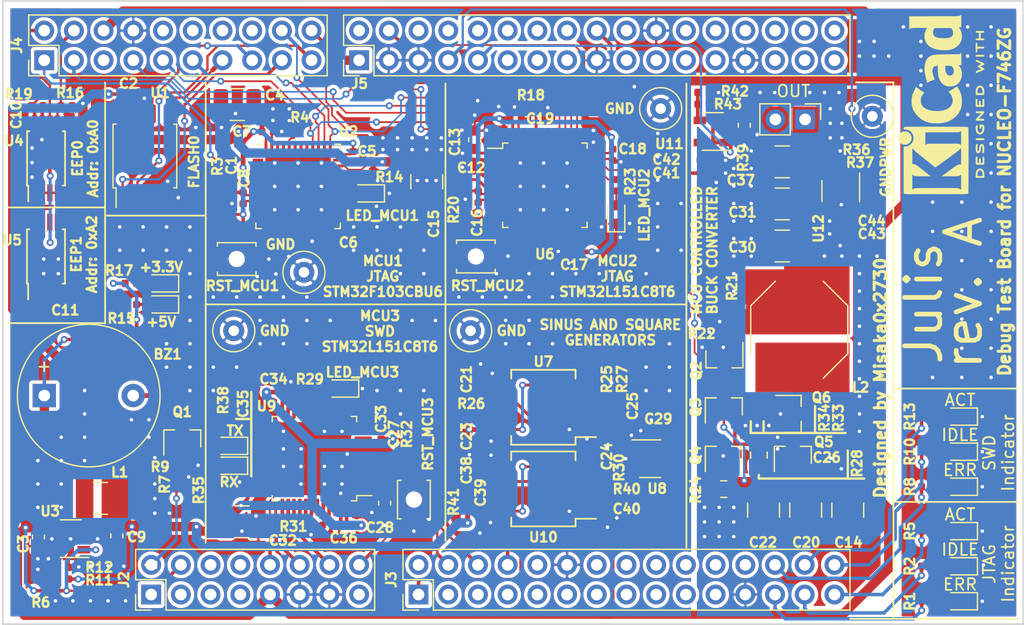
<source format=kicad_pcb>
(kicad_pcb (version 20171130) (host pcbnew 5.1.4-e60b266~84~ubuntu18.04.1)
  (title_block (date "lun. 30 mars 2015"))
  (layers (0 F.Cu signal) (31 B.Cu signal) (34 B.Paste user) (35 F.Paste user) (36 B.SilkS user) (37 F.SilkS user) (38 B.Mask user) (39 F.Mask user) (44 Edge.Cuts user))
  (net 0 "")
  (net 1 GND)
  (net 2 +3V3)
  (net 3 /D15)
  (net 4 /D14)
  (net 5 "Net-(D1-Pad2)")
  (net 6 "Net-(D2-Pad2)")
  (net 7 /TDO_1)
  (net 8 "Net-(D3-Pad2)")
  (net 9 "Net-(C24-Pad2)")
  (net 10 "Net-(C25-Pad2)")
  (net 11 "Net-(C28-Pad2)")
  (net 12 /A0)
  (net 13 "Net-(R14-Pad1)")
  (net 14 "Net-(C30-Pad2)")
  (net 15 +5V)
  (net 16 "Net-(D4-Pad2)")
  (net 17 "Net-(D5-Pad2)")
  (net 18 "Net-(D6-Pad2)")
  (net 19 "Net-(D7-Pad2)")
  (net 20 "Net-(BZ1-Pad2)")
  (net 21 "Net-(Q1-Pad1)")
  (net 22 /AVDD)
  (net 23 /D16)
  (net 24 /D20)
  (net 25 /D21)
  (net 26 /D22)
  (net 27 /D23)
  (net 28 /D24)
  (net 29 /D25)
  (net 30 /D47)
  (net 31 /D48)
  (net 32 /D49)
  (net 33 /D50)
  (net 34 /D52)
  (net 35 /D53)
  (net 36 /D54)
  (net 37 "Net-(L1-Pad1)")
  (net 38 "Net-(R25-Pad1)")
  (net 39 /D43)
  (net 40 /D67)
  (net 41 /D62)
  (net 42 /D66)
  (net 43 /D63)
  (net 44 /D65)
  (net 45 /D64)
  (net 46 /D42)
  (net 47 /D6)
  (net 48 "Net-(Q2-Pad3)")
  (net 49 "Net-(Q2-Pad1)")
  (net 50 "Net-(L2-Pad1)")
  (net 51 "Net-(Q6-Pad1)")
  (net 52 "Net-(J1-Pad2)")
  (net 53 "Net-(D8-Pad2)")
  (net 54 "Net-(D9-Pad2)")
  (net 55 "Net-(D10-Pad2)")
  (net 56 "Net-(D11-Pad2)")
  (net 57 "Net-(D12-Pad2)")
  (net 58 "Net-(D13-Pad2)")
  (net 59 /A7)
  (net 60 /A6)
  (net 61 GNDPWR)
  (net 62 /D17)
  (net 63 /D19)
  (net 64 /D9)
  (net 65 /D8)
  (net 66 /D44)
  (net 67 "Net-(C13-Pad2)")
  (net 68 "Net-(C21-Pad2)")
  (net 69 "Net-(C38-Pad2)")
  (net 70 "Net-(C40-Pad2)")
  (net 71 "Net-(Q3-Pad2)")
  (net 72 "Net-(Q5-Pad1)")
  (net 73 "Net-(R4-Pad2)")
  (net 74 "Net-(R11-Pad1)")
  (net 75 "Net-(R18-Pad2)")
  (net 76 "Net-(R23-Pad1)")
  (net 77 "Net-(R26-Pad1)")
  (net 78 "Net-(R29-Pad1)")
  (net 79 "Net-(R30-Pad1)")
  (net 80 "Net-(R31-Pad2)")
  (net 81 "Net-(R36-Pad1)")
  (net 82 "Net-(R41-Pad1)")
  (net 83 "Net-(R42-Pad1)")
  (module Resistor_SMD:R_0603_1608Metric (layer F.Cu) (at 189.65 83.665 270)
    (fp_text reference R39 (at 2.8 0.1 90) (layer F.SilkS) (effects (font (size 0.82 0.82) (thickness 0.2))))
    (fp_text value 0.1)
    (pad 2 smd roundrect (at 0.7875 0 270) (size 0.875 0.95) (layers F.Cu F.Paste F.Mask) (net 61 GNDPWR))
    (pad 1 smd roundrect (at -0.7875 0 270) (size 0.875 0.95) (layers F.Cu F.Paste F.Mask) (net 52 "Net-(J1-Pad2)"))
  )
  (module Package_TO_SOT_SMD:SOT-23 (layer F.Cu) (at 193.75 108.365)
    (fp_text reference Q6 (at 2.5 -1.4) (layer F.SilkS) (effects (font (size 0.82 0.82) (thickness 0.2))))
    (fp_text value IRLML2502)
    (pad 3 smd rect (at 1 0) (size 0.9 0.8) (layers F.Cu F.Paste F.Mask) (net 50 "Net-(L2-Pad1)"))
    (pad 2 smd rect (at -1 0.95) (size 0.9 0.8) (layers F.Cu F.Paste F.Mask) (net 61 GNDPWR))
    (pad 1 smd rect (at -1 -0.95) (size 0.9 0.8) (layers F.Cu F.Paste F.Mask) (net 51 "Net-(Q6-Pad1)"))
  )
  (module Package_TO_SOT_SMD:SOT-23 (layer F.Cu) (at 187.95 103.665 270)
    (fp_text reference Q2 (at 1 2.4 90) (layer F.SilkS) (effects (font (size 0.82 0.82) (thickness 0.2))))
    (fp_text value IRLML2502)
    (pad 3 smd rect (at 1 0 270) (size 0.9 0.8) (layers F.Cu F.Paste F.Mask) (net 48 "Net-(Q2-Pad3)"))
    (pad 2 smd rect (at -1 0.95 270) (size 0.9 0.8) (layers F.Cu F.Paste F.Mask) (net 61 GNDPWR))
    (pad 1 smd rect (at -1 -0.95 270) (size 0.9 0.8) (layers F.Cu F.Paste F.Mask) (net 49 "Net-(Q2-Pad1)"))
  )
  (module Resistor_SMD:R_0402_1005Metric (layer F.Cu) (at 186.15 81.865)
    (fp_text reference R43 (at 2.1 0) (layer F.SilkS) (effects (font (size 0.82 0.82) (thickness 0.2))))
    (fp_text value 200k)
    (pad 2 smd roundrect (at 0.485 0) (size 0.59 0.64) (layers F.Cu F.Paste F.Mask) (net 59 /A7))
    (pad 1 smd roundrect (at -0.485 0) (size 0.59 0.64) (layers F.Cu F.Paste F.Mask) (net 83 "Net-(R42-Pad1)"))
  )
  (module Resistor_SMD:R_0402_1005Metric (layer F.Cu) (at 186.15 80.865)
    (fp_text reference R42 (at 2.7 -0.1) (layer F.SilkS) (effects (font (size 0.82 0.82) (thickness 0.2))))
    (fp_text value 1k)
    (pad 1 smd roundrect (at -0.485 0) (size 0.59 0.64) (layers F.Cu F.Paste F.Mask) (net 83 "Net-(R42-Pad1)"))
    (pad 2 smd roundrect (at 0.485 0) (size 0.59 0.64) (layers F.Cu F.Paste F.Mask) (net 61 GNDPWR))
  )
  (module TestPoint:TestPoint_Loop_D3.50mm_Drill0.9mm_Beaded (layer F.Cu) (at 166.25 101.25)
    (fp_text reference TP4 hide)
    (fp_text value GND (at 3.5 0) (layer F.SilkS) (effects (font (size 0.82 0.82) (thickness 0.2))))
    (pad 1 thru_hole circle (at 0 0) (size 1.8 1.8) (drill 0.9) (layers *.Cu *.Mask) (net 1 GND))
  )
  (module TestPoint:TestPoint_Loop_D3.50mm_Drill0.9mm_Beaded (layer F.Cu) (at 146 101.25)
    (fp_text reference TP5 hide)
    (fp_text value GND (at 3.5 0) (layer F.SilkS) (effects (font (size 0.82 0.82) (thickness 0.2))))
    (pad 1 thru_hole circle (at 0 0) (size 1.8 1.8) (drill 0.9) (layers *.Cu *.Mask) (net 1 GND))
  )
  (module TestPoint:TestPoint_Loop_D3.50mm_Drill0.9mm_Beaded (layer F.Cu) (at 182.5 82.25)
    (fp_text reference TP3 hide)
    (fp_text value GND (at -3.5 0) (layer F.SilkS) (effects (font (size 0.82 0.82) (thickness 0.2))))
    (pad 1 thru_hole circle (at 0 0) (size 1.8 1.8) (drill 0.9) (layers *.Cu *.Mask) (net 1 GND))
  )
  (module TestPoint:TestPoint_Loop_D3.50mm_Drill0.9mm_Beaded (layer F.Cu) (at 152 96.25)
    (fp_text reference TP2 hide)
    (fp_text value GND (at -2 -2.385) (layer F.SilkS) (effects (font (size 0.82 0.82) (thickness 0.2))))
    (pad 1 thru_hole circle (at 0 0) (size 1.8 1.8) (drill 0.9) (layers *.Cu *.Mask) (net 1 GND))
  )
  (module TestPoint:TestPoint_Loop_D3.50mm_Drill0.9mm_Beaded (layer F.Cu) (at 200.6 82.9)
    (fp_text reference TP1 hide)
    (fp_text value GNDPWR (at 1.15 4.35 90) (layer F.SilkS) (effects (font (size 0.82 0.82) (thickness 0.2))))
    (pad 1 thru_hole circle (at 0 0) (size 1.8 1.8) (drill 0.9) (layers *.Cu *.Mask) (net 61 GNDPWR))
  )
  (module Capacitor_SMD:C_0402_1005Metric (layer F.Cu) (at 198.35 92.965)
    (fp_text reference C43 (at 2.2 0) (layer F.SilkS) (effects (font (size 0.82 0.82) (thickness 0.2))))
    (fp_text value 0.1uF)
    (pad 2 smd roundrect (at 0.485 0) (size 0.59 0.64) (layers F.Cu F.Paste F.Mask) (net 22 /AVDD))
    (pad 1 smd roundrect (at -0.485 0) (size 0.59 0.64) (layers F.Cu F.Paste F.Mask) (net 61 GNDPWR))
  )
  (module Capacitor_SMD:C_0402_1005Metric (layer F.Cu) (at 186.35 87.765 180)
    (fp_text reference C41 (at 3.365 0) (layer F.SilkS) (effects (font (size 0.82 0.82) (thickness 0.2))))
    (fp_text value 0.1uF)
    (pad 2 smd roundrect (at 0.485 0 180) (size 0.59 0.64) (layers F.Cu F.Paste F.Mask) (net 22 /AVDD))
    (pad 1 smd roundrect (at -0.485 0 180) (size 0.59 0.64) (layers F.Cu F.Paste F.Mask) (net 61 GNDPWR))
  )
  (module Capacitor_SMD:C_0402_1005Metric (layer F.Cu) (at 196.55 113.065 180)
    (fp_text reference C26 (at -0.15 0.965) (layer F.SilkS) (effects (font (size 0.82 0.82) (thickness 0.2))))
    (fp_text value 0.1uF)
    (pad 2 smd roundrect (at 0.485 0 180) (size 0.59 0.64) (layers F.Cu F.Paste F.Mask) (net 15 +5V))
    (pad 1 smd roundrect (at -0.485 0 180) (size 0.59 0.64) (layers F.Cu F.Paste F.Mask) (net 61 GNDPWR))
  )
  (module Inductor_SMD:L_Bourns-SRU8043 (layer F.Cu) (at 194.35 101.165 90)
    (fp_text reference L2 (at -4.935 5.25 180) (layer F.SilkS) (effects (font (size 0.82 0.82) (thickness 0.2))))
    (fp_text value 100uH)
    (pad 2 smd rect (at 3.9 0 90) (size 2 3.2) (layers F.Cu F.Paste F.Mask) (net 14 "Net-(C30-Pad2)"))
    (pad 1 smd rect (at -3.9 0 90) (size 2 3.2) (layers F.Cu F.Paste F.Mask) (net 50 "Net-(L2-Pad1)"))
  )
  (module Symbol:KiCad-Logo2_6mm_SilkScreen (layer F.Cu) (at 205.8 81.9 90)
    (fp_text reference REF** hide)
    (fp_text value KiCad-Logo2_6mm_SilkScreen hide)
  )
  (module Resistor_SMD:R_0402_1005Metric (layer F.Cu) (at 205.285 108.6)
    (fp_text reference R13 (at -1.485 0 90) (layer F.SilkS) (effects (font (size 0.82 0.82) (thickness 0.2))))
    (fp_text value 510)
    (pad 2 smd roundrect (at 0.485 0) (size 0.59 0.64) (layers F.Cu F.Paste F.Mask) (net 18 "Net-(D6-Pad2)"))
    (pad 1 smd roundrect (at -0.485 0) (size 0.59 0.64) (layers F.Cu F.Paste F.Mask) (net 43 /D63))
  )
  (module Resistor_SMD:R_0402_1005Metric (layer F.Cu) (at 205.3 111.6)
    (fp_text reference R10 (at -1.5 0 90) (layer F.SilkS) (effects (font (size 0.82 0.82) (thickness 0.2))))
    (fp_text value 510)
    (pad 2 smd roundrect (at 0.485 0) (size 0.59 0.64) (layers F.Cu F.Paste F.Mask) (net 17 "Net-(D5-Pad2)"))
    (pad 1 smd roundrect (at -0.485 0) (size 0.59 0.64) (layers F.Cu F.Paste F.Mask) (net 45 /D64))
  )
  (module Resistor_SMD:R_0402_1005Metric (layer F.Cu) (at 205.3 114.6)
    (fp_text reference R8 (at -1.5 0 90) (layer F.SilkS) (effects (font (size 0.82 0.82) (thickness 0.2))))
    (fp_text value 510)
    (pad 2 smd roundrect (at 0.485 0) (size 0.59 0.64) (layers F.Cu F.Paste F.Mask) (net 16 "Net-(D4-Pad2)"))
    (pad 1 smd roundrect (at -0.485 0) (size 0.59 0.64) (layers F.Cu F.Paste F.Mask) (net 41 /D62))
  )
  (module Resistor_SMD:R_0402_1005Metric (layer F.Cu) (at 205.3 118.4)
    (fp_text reference R5 (at -1.5 0 90) (layer F.SilkS) (effects (font (size 0.82 0.82) (thickness 0.2))))
    (fp_text value 510)
    (pad 2 smd roundrect (at 0.485 0) (size 0.59 0.64) (layers F.Cu F.Paste F.Mask) (net 8 "Net-(D3-Pad2)"))
    (pad 1 smd roundrect (at -0.485 0) (size 0.59 0.64) (layers F.Cu F.Paste F.Mask) (net 44 /D65))
  )
  (module Resistor_SMD:R_0402_1005Metric (layer F.Cu) (at 205.285 121.4)
    (fp_text reference R2 (at -1.485 0 90) (layer F.SilkS) (effects (font (size 0.82 0.82) (thickness 0.2))))
    (fp_text value 510)
    (pad 2 smd roundrect (at 0.485 0) (size 0.59 0.64) (layers F.Cu F.Paste F.Mask) (net 6 "Net-(D2-Pad2)"))
    (pad 1 smd roundrect (at -0.485 0) (size 0.59 0.64) (layers F.Cu F.Paste F.Mask) (net 42 /D66))
  )
  (module Resistor_SMD:R_0402_1005Metric (layer F.Cu) (at 205.3 124.4)
    (fp_text reference R1 (at -1.5 0 90) (layer F.SilkS) (effects (font (size 0.82 0.82) (thickness 0.2))))
    (fp_text value 510)
    (pad 2 smd roundrect (at 0.485 0) (size 0.59 0.64) (layers F.Cu F.Paste F.Mask) (net 5 "Net-(D1-Pad2)"))
    (pad 1 smd roundrect (at -0.485 0) (size 0.59 0.64) (layers F.Cu F.Paste F.Mask) (net 40 /D67))
  )
  (module LED_SMD:LED_0603_1608Metric (layer F.Cu) (at 208.1 108.6 180)
    (fp_text reference D6 hide)
    (fp_text value ACT (at 0 1.43) (layer F.SilkS))
    (pad 2 smd roundrect (at 0.7875 0 180) (size 0.875 0.95) (layers F.Cu F.Paste F.Mask) (net 18 "Net-(D6-Pad2)"))
    (pad 1 smd roundrect (at -0.7875 0 180) (size 0.875 0.95) (layers F.Cu F.Paste F.Mask) (net 1 GND))
  )
  (module LED_SMD:LED_0603_1608Metric (layer F.Cu) (at 208.1 111.6 180)
    (fp_text reference D5 hide)
    (fp_text value IDLE (at 0 1.43) (layer F.SilkS))
    (pad 2 smd roundrect (at 0.7875 0 180) (size 0.875 0.95) (layers F.Cu F.Paste F.Mask) (net 17 "Net-(D5-Pad2)"))
    (pad 1 smd roundrect (at -0.7875 0 180) (size 0.875 0.95) (layers F.Cu F.Paste F.Mask) (net 1 GND))
  )
  (module LED_SMD:LED_0603_1608Metric (layer F.Cu) (at 208.1 114.6 180)
    (fp_text reference D4 hide)
    (fp_text value ERR (at 0 1.43) (layer F.SilkS))
    (pad 2 smd roundrect (at 0.7875 0 180) (size 0.875 0.95) (layers F.Cu F.Paste F.Mask) (net 16 "Net-(D4-Pad2)"))
    (pad 1 smd roundrect (at -0.7875 0 180) (size 0.875 0.95) (layers F.Cu F.Paste F.Mask) (net 1 GND))
  )
  (module LED_SMD:LED_0603_1608Metric (layer F.Cu) (at 208.1 118.4 180)
    (fp_text reference D3 hide)
    (fp_text value ACT (at 0 1.43) (layer F.SilkS))
    (pad 2 smd roundrect (at 0.7875 0 180) (size 0.875 0.95) (layers F.Cu F.Paste F.Mask) (net 8 "Net-(D3-Pad2)"))
    (pad 1 smd roundrect (at -0.7875 0 180) (size 0.875 0.95) (layers F.Cu F.Paste F.Mask) (net 1 GND))
  )
  (module LED_SMD:LED_0603_1608Metric (layer F.Cu) (at 208.1 121.41 180)
    (fp_text reference D2 hide)
    (fp_text value IDLE (at 0 1.43) (layer F.SilkS))
    (pad 2 smd roundrect (at 0.7875 0 180) (size 0.875 0.95) (layers F.Cu F.Paste F.Mask) (net 6 "Net-(D2-Pad2)"))
    (pad 1 smd roundrect (at -0.7875 0 180) (size 0.875 0.95) (layers F.Cu F.Paste F.Mask) (net 1 GND))
  )
  (module LED_SMD:LED_0603_1608Metric (layer F.Cu) (at 208.1 124.4 180)
    (fp_text reference D1 hide)
    (fp_text value ERR (at 0 1.43) (layer F.SilkS))
    (pad 2 smd roundrect (at 0.7875 0 180) (size 0.875 0.95) (layers F.Cu F.Paste F.Mask) (net 5 "Net-(D1-Pad2)"))
    (pad 1 smd roundrect (at -0.7875 0 180) (size 0.875 0.95) (layers F.Cu F.Paste F.Mask) (net 1 GND))
  )
  (module Package_TO_SOT_SMD:SOT-23-5 (layer F.Cu) (at 197.9 89.3 270)
    (fp_text reference U12 (at 3.2 1.9 270) (layer F.SilkS) (effects (font (size 0.82 0.82) (thickness 0.2))))
    (fp_text value TLV2371DBV)
    (pad 5 smd rect (at 1.1 -0.95 270) (size 1.06 0.65) (layers F.Cu F.Paste F.Mask) (net 22 /AVDD))
    (pad 4 smd rect (at 1.1 0.95 270) (size 1.06 0.65) (layers F.Cu F.Paste F.Mask) (net 60 /A6))
    (pad 3 smd rect (at -1.1 0.95 270) (size 1.06 0.65) (layers F.Cu F.Paste F.Mask) (net 81 "Net-(R36-Pad1)"))
    (pad 2 smd rect (at -1.1 0 270) (size 1.06 0.65) (layers F.Cu F.Paste F.Mask) (net 61 GNDPWR))
    (pad 1 smd rect (at -1.1 -0.95 270) (size 1.06 0.65) (layers F.Cu F.Paste F.Mask) (net 60 /A6))
  )
  (module Package_TO_SOT_SMD:SOT-23-5 (layer F.Cu) (at 186.95 84.2 180)
    (fp_text reference U11 (at 3.7 -1.065 180) (layer F.SilkS) (effects (font (size 0.82 0.82) (thickness 0.2))))
    (fp_text value TLV2371DBV)
    (pad 5 smd rect (at 1.1 -0.95 180) (size 1.06 0.65) (layers F.Cu F.Paste F.Mask) (net 22 /AVDD))
    (pad 4 smd rect (at 1.1 0.95 180) (size 1.06 0.65) (layers F.Cu F.Paste F.Mask) (net 83 "Net-(R42-Pad1)"))
    (pad 3 smd rect (at -1.1 0.95 180) (size 1.06 0.65) (layers F.Cu F.Paste F.Mask) (net 52 "Net-(J1-Pad2)"))
    (pad 2 smd rect (at -1.1 0 180) (size 1.06 0.65) (layers F.Cu F.Paste F.Mask) (net 61 GNDPWR))
    (pad 1 smd rect (at -1.1 -0.95 180) (size 1.06 0.65) (layers F.Cu F.Paste F.Mask) (net 59 /A7))
  )
  (module Resistor_SMD:R_0402_1005Metric (layer F.Cu) (at 197.4 86.8 180)
    (fp_text reference R37 (at -2.15 -0.065) (layer F.SilkS) (effects (font (size 0.82 0.82) (thickness 0.2))))
    (fp_text value 100k)
    (pad 2 smd roundrect (at 0.485 0 180) (size 0.59 0.64) (layers F.Cu F.Paste F.Mask) (net 81 "Net-(R36-Pad1)"))
    (pad 1 smd roundrect (at -0.485 0 180) (size 0.59 0.64) (layers F.Cu F.Paste F.Mask) (net 61 GNDPWR))
  )
  (module Resistor_SMD:R_0402_1005Metric (layer F.Cu) (at 196.4 85.7 180)
    (fp_text reference R36 (at -2.85 -0.065) (layer F.SilkS) (effects (font (size 0.82 0.82) (thickness 0.2))))
    (fp_text value 100k)
    (pad 2 smd roundrect (at 0.485 0 180) (size 0.59 0.64) (layers F.Cu F.Paste F.Mask) (net 14 "Net-(C30-Pad2)"))
    (pad 1 smd roundrect (at -0.485 0 180) (size 0.59 0.64) (layers F.Cu F.Paste F.Mask) (net 81 "Net-(R36-Pad1)"))
  )
  (module Resistor_SMD:R_0402_1005Metric (layer F.Cu) (at 191.3 107.9 270)
    (fp_text reference R33 (at 0.8 -6.4 270) (layer F.SilkS) (effects (font (size 0.82 0.82) (thickness 0.2))))
    (fp_text value 100k)
    (pad 2 smd roundrect (at 0.485 0 270) (size 0.59 0.64) (layers F.Cu F.Paste F.Mask) (net 61 GNDPWR))
    (pad 1 smd roundrect (at -0.485 0 270) (size 0.59 0.64) (layers F.Cu F.Paste F.Mask) (net 51 "Net-(Q6-Pad1)"))
  )
  (module Resistor_SMD:R_0402_1005Metric (layer F.Cu) (at 190.2 107.9 90)
    (fp_text reference R34 (at -0.8 6.3 90) (layer F.SilkS) (effects (font (size 0.82 0.82) (thickness 0.2))))
    (fp_text value 1k)
    (pad 2 smd roundrect (at 0.485 0 90) (size 0.59 0.64) (layers F.Cu F.Paste F.Mask) (net 46 /D42))
    (pad 1 smd roundrect (at -0.485 0 90) (size 0.59 0.64) (layers F.Cu F.Paste F.Mask) (net 51 "Net-(Q6-Pad1)"))
  )
  (module Resistor_SMD:R_0805_2012Metric (layer F.Cu) (at 190.9 111.9 90)
    (fp_text reference R28 (at -0.7 8.4 90) (layer F.SilkS) (effects (font (size 0.82 0.82) (thickness 0.2))))
    (fp_text value 33)
    (pad 2 smd roundrect (at 0.9375 0 90) (size 0.975 1.4) (layers F.Cu F.Paste F.Mask) (net 71 "Net-(Q3-Pad2)"))
    (pad 1 smd roundrect (at -0.9375 0 90) (size 0.975 1.4) (layers F.Cu F.Paste F.Mask) (net 72 "Net-(Q5-Pad1)"))
  )
  (module Resistor_SMD:R_0805_2012Metric (layer F.Cu) (at 187.9 114.8 180)
    (fp_text reference R24 (at 2.4 -0.065 90) (layer F.SilkS) (effects (font (size 0.82 0.82) (thickness 0.2))))
    (fp_text value 1k)
    (pad 2 smd roundrect (at 0.9375 0 180) (size 0.975 1.4) (layers F.Cu F.Paste F.Mask) (net 48 "Net-(Q2-Pad3)"))
    (pad 1 smd roundrect (at -0.9375 0 180) (size 0.975 1.4) (layers F.Cu F.Paste F.Mask) (net 15 +5V))
  )
  (module Resistor_SMD:R_0402_1005Metric (layer F.Cu) (at 188.085 101.4 180)
    (fp_text reference R22 (at 2.085 -0.1) (layer F.SilkS) (effects (font (size 0.82 0.82) (thickness 0.2))))
    (fp_text value 100k)
    (pad 2 smd roundrect (at 0.485 0 180) (size 0.59 0.64) (layers F.Cu F.Paste F.Mask) (net 61 GNDPWR))
    (pad 1 smd roundrect (at -0.485 0 180) (size 0.59 0.64) (layers F.Cu F.Paste F.Mask) (net 49 "Net-(Q2-Pad1)"))
  )
  (module Resistor_SMD:R_0402_1005Metric (layer F.Cu) (at 188.5 99.915 270)
    (fp_text reference R21 (at -2.415 -0.1 90) (layer F.SilkS) (effects (font (size 0.82 0.82) (thickness 0.2))))
    (fp_text value 1k)
    (pad 2 smd roundrect (at 0.485 0 270) (size 0.59 0.64) (layers F.Cu F.Paste F.Mask) (net 49 "Net-(Q2-Pad1)"))
    (pad 1 smd roundrect (at -0.485 0 270) (size 0.59 0.64) (layers F.Cu F.Paste F.Mask) (net 47 /D6))
  )
  (module Package_TO_SOT_SMD:SOT-23 (layer F.Cu) (at 187.9 111.9 90)
    (fp_text reference Q4 (at 0 -2.4 90) (layer F.SilkS) (effects (font (size 0.82 0.82) (thickness 0.2))))
    (fp_text value BC807)
    (pad 3 smd rect (at 1 0 90) (size 0.9 0.8) (layers F.Cu F.Paste F.Mask) (net 61 GNDPWR))
    (pad 2 smd rect (at -1 0.95 90) (size 0.9 0.8) (layers F.Cu F.Paste F.Mask) (net 71 "Net-(Q3-Pad2)"))
    (pad 1 smd rect (at -1 -0.95 90) (size 0.9 0.8) (layers F.Cu F.Paste F.Mask) (net 48 "Net-(Q2-Pad3)"))
  )
  (module Package_TO_SOT_SMD:SOT-23 (layer F.Cu) (at 187.9 107.76 90)
    (fp_text reference Q3 (at -0.04 -2.4 90) (layer F.SilkS) (effects (font (size 0.82 0.82) (thickness 0.2))))
    (fp_text value BC817)
    (pad 3 smd rect (at 1 0 90) (size 0.9 0.8) (layers F.Cu F.Paste F.Mask) (net 15 +5V))
    (pad 2 smd rect (at -1 0.95 90) (size 0.9 0.8) (layers F.Cu F.Paste F.Mask) (net 71 "Net-(Q3-Pad2)"))
    (pad 1 smd rect (at -1 -0.95 90) (size 0.9 0.8) (layers F.Cu F.Paste F.Mask) (net 48 "Net-(Q2-Pad3)"))
  )
  (module Connector_PinHeader_2.54mm:PinHeader_1x02_P2.54mm_Vertical (layer F.Cu) (at 194.85 83.165 270)
    (fp_text reference J1 hide)
    (fp_text value OUT (at -2.415 1 180) (layer F.SilkS))
    (pad 2 thru_hole oval (at 0 2.54 270) (size 1.7 1.7) (drill 1) (layers *.Cu *.Mask) (net 52 "Net-(J1-Pad2)"))
    (pad 1 thru_hole rect (at 0 0 270) (size 1.7 1.7) (drill 1) (layers *.Cu *.Mask) (net 14 "Net-(C30-Pad2)"))
  )
  (module Capacitor_SMD:C_0402_1005Metric (layer F.Cu) (at 198.35 91.865)
    (fp_text reference C44 (at 2.2 0) (layer F.SilkS) (effects (font (size 0.82 0.82) (thickness 0.2))))
    (fp_text value 10nF)
    (pad 2 smd roundrect (at 0.485 0) (size 0.59 0.64) (layers F.Cu F.Paste F.Mask) (net 22 /AVDD))
    (pad 1 smd roundrect (at -0.485 0) (size 0.59 0.64) (layers F.Cu F.Paste F.Mask) (net 61 GNDPWR))
  )
  (module Capacitor_SMD:C_1210_3225Metric (layer F.Cu) (at 192.9 86.8)
    (fp_text reference C37 (at -3.55 1.565) (layer F.SilkS) (effects (font (size 0.82 0.82) (thickness 0.2))))
    (fp_text value 22uF)
    (pad 2 smd roundrect (at 1.4 0) (size 1.25 2.65) (layers F.Cu F.Paste F.Mask) (roundrect_rratio 0.2) (net 14 "Net-(C30-Pad2)"))
    (pad 1 smd roundrect (at -1.4 0) (size 1.25 2.65) (layers F.Cu F.Paste F.Mask) (roundrect_rratio 0.2) (net 61 GNDPWR))
  )
  (module Capacitor_SMD:C_1210_3225Metric (layer F.Cu) (at 192.9 90.4)
    (fp_text reference C31 (at -3.4 0.715 180) (layer F.SilkS) (effects (font (size 0.82 0.82) (thickness 0.2))))
    (fp_text value 22uF)
    (pad 2 smd roundrect (at 1.4 0) (size 1.25 2.65) (layers F.Cu F.Paste F.Mask) (roundrect_rratio 0.2) (net 14 "Net-(C30-Pad2)"))
    (pad 1 smd roundrect (at -1.4 0) (size 1.25 2.65) (layers F.Cu F.Paste F.Mask) (roundrect_rratio 0.2) (net 61 GNDPWR))
  )
  (module Capacitor_SMD:C_0402_1005Metric (layer F.Cu) (at 186.35 86.665 180)
    (fp_text reference C42 (at 3.35 0.065) (layer F.SilkS) (effects (font (size 0.82 0.82) (thickness 0.2))))
    (fp_text value 10nF)
    (pad 2 smd roundrect (at 0.485 0 180) (size 0.59 0.64) (layers F.Cu F.Paste F.Mask) (net 22 /AVDD))
    (pad 1 smd roundrect (at -0.485 0 180) (size 0.59 0.64) (layers F.Cu F.Paste F.Mask) (net 61 GNDPWR))
  )
  (module Capacitor_SMD:C_1210_3225Metric (layer F.Cu) (at 192.9 94)
    (fp_text reference C30 (at -3.4 0.115 180) (layer F.SilkS) (effects (font (size 0.82 0.82) (thickness 0.2))))
    (fp_text value 22uF)
    (pad 2 smd roundrect (at 1.4 0) (size 1.25 2.65) (layers F.Cu F.Paste F.Mask) (roundrect_rratio 0.2) (net 14 "Net-(C30-Pad2)"))
    (pad 1 smd roundrect (at -1.4 0) (size 1.25 2.65) (layers F.Cu F.Paste F.Mask) (roundrect_rratio 0.2) (net 61 GNDPWR))
  )
  (module Capacitor_SMD:C_1210_3225Metric (layer F.Cu) (at 191.3 116.6 90)
    (fp_text reference C22 (at -2.765 -0.05 180) (layer F.SilkS) (effects (font (size 0.82 0.82) (thickness 0.2))))
    (fp_text value 22uF)
    (pad 2 smd roundrect (at 1.4 0 90) (size 1.25 2.65) (layers F.Cu F.Paste F.Mask) (roundrect_rratio 0.2) (net 15 +5V))
    (pad 1 smd roundrect (at -1.4 0 90) (size 1.25 2.65) (layers F.Cu F.Paste F.Mask) (roundrect_rratio 0.2) (net 61 GNDPWR))
  )
  (module Capacitor_SMD:C_1210_3225Metric (layer F.Cu) (at 194.9 116.6 90)
    (fp_text reference C20 (at -2.765 0.05 180) (layer F.SilkS) (effects (font (size 0.82 0.82) (thickness 0.2))))
    (fp_text value 22uF)
    (pad 2 smd roundrect (at 1.4 0 90) (size 1.25 2.65) (layers F.Cu F.Paste F.Mask) (roundrect_rratio 0.2) (net 15 +5V))
    (pad 1 smd roundrect (at -1.4 0 90) (size 1.25 2.65) (layers F.Cu F.Paste F.Mask) (roundrect_rratio 0.2) (net 61 GNDPWR))
  )
  (module Capacitor_SMD:C_1210_3225Metric (layer F.Cu) (at 198.5 116.6 90)
    (fp_text reference C14 (at -2.765 0.05 180) (layer F.SilkS) (effects (font (size 0.82 0.82) (thickness 0.2))))
    (fp_text value 22uF)
    (pad 2 smd roundrect (at 1.4 0 90) (size 1.25 2.65) (layers F.Cu F.Paste F.Mask) (roundrect_rratio 0.2) (net 15 +5V))
    (pad 1 smd roundrect (at -1.4 0 90) (size 1.25 2.65) (layers F.Cu F.Paste F.Mask) (roundrect_rratio 0.2) (net 61 GNDPWR))
  )
  (module Package_TO_SOT_SMD:SOT-23 (layer F.Cu) (at 193.8 111.9 90)
    (fp_text reference Q5 (at 1.135 2.65 180) (layer F.SilkS) (effects (font (size 0.82 0.82) (thickness 0.2))))
    (fp_text value IRLML6402)
    (pad 3 smd rect (at 1 0 90) (size 0.9 0.8) (layers F.Cu F.Paste F.Mask) (net 50 "Net-(L2-Pad1)"))
    (pad 2 smd rect (at -1 0.95 90) (size 0.9 0.8) (layers F.Cu F.Paste F.Mask) (net 15 +5V))
    (pad 1 smd rect (at -1 -0.95 90) (size 0.9 0.8) (layers F.Cu F.Paste F.Mask) (net 72 "Net-(Q5-Pad1)"))
  )
  (module Capacitor_SMD:C_1210_3225Metric (layer F.Cu) (at 146.7 117.6 180)
    (fp_text reference C32 (at -3.5 -1.6) (layer F.SilkS) (effects (font (size 0.82 0.82) (thickness 0.2))))
    (fp_text value 22uF)
    (pad 2 smd roundrect (at 1.4 0 180) (size 1.25 2.65) (layers F.Cu F.Paste F.Mask) (roundrect_rratio 0.2) (net 2 +3V3))
    (pad 1 smd roundrect (at -1.4 0 180) (size 1.25 2.65) (layers F.Cu F.Paste F.Mask) (roundrect_rratio 0.2) (net 1 GND))
  )
  (module Capacitor_SMD:C_1210_3225Metric (layer F.Cu) (at 162.5 88.5 270)
    (fp_text reference C15 (at 3.6 -0.6 270) (layer F.SilkS) (effects (font (size 0.82 0.82) (thickness 0.2))))
    (fp_text value 22uF)
    (pad 2 smd roundrect (at 1.4 0 270) (size 1.25 2.65) (layers F.Cu F.Paste F.Mask) (roundrect_rratio 0.2) (net 2 +3V3))
    (pad 1 smd roundrect (at -1.4 0 270) (size 1.25 2.65) (layers F.Cu F.Paste F.Mask) (roundrect_rratio 0.2) (net 1 GND))
  )
  (module Capacitor_SMD:C_1210_3225Metric (layer F.Cu) (at 146.3 81.9)
    (fp_text reference C4 (at 3.2 -0.8) (layer F.SilkS) (effects (font (size 0.82 0.82) (thickness 0.2))))
    (fp_text value 22uF)
    (pad 2 smd roundrect (at 1.4 0) (size 1.25 2.65) (layers F.Cu F.Paste F.Mask) (roundrect_rratio 0.2) (net 2 +3V3))
    (pad 1 smd roundrect (at -1.4 0) (size 1.25 2.65) (layers F.Cu F.Paste F.Mask) (roundrect_rratio 0.2) (net 1 GND))
  )
  (module Package_SO:TSSOP-8_4.4x3mm_P0.65mm (layer F.Cu) (at 129.95 86.5 90)
    (fp_text reference U4 (at 1.5 -2.75) (layer F.SilkS) (effects (font (size 0.82 0.82) (thickness 0.2))))
    (fp_text value M24C02-WDW)
    (pad 8 smd rect (at 2.95 -0.975 90) (size 1.45 0.45) (layers F.Cu F.Paste F.Mask) (net 2 +3V3))
    (pad 7 smd rect (at 2.95 -0.325 90) (size 1.45 0.45) (layers F.Cu F.Paste F.Mask) (net 1 GND))
    (pad 6 smd rect (at 2.95 0.325 90) (size 1.45 0.45) (layers F.Cu F.Paste F.Mask) (net 3 /D15))
    (pad 5 smd rect (at 2.95 0.975 90) (size 1.45 0.45) (layers F.Cu F.Paste F.Mask) (net 4 /D14))
    (pad 4 smd rect (at -2.95 0.975 90) (size 1.45 0.45) (layers F.Cu F.Paste F.Mask) (net 1 GND))
    (pad 3 smd rect (at -2.95 0.325 90) (size 1.45 0.45) (layers F.Cu F.Paste F.Mask) (net 1 GND))
    (pad 2 smd rect (at -2.95 -0.325 90) (size 1.45 0.45) (layers F.Cu F.Paste F.Mask) (net 1 GND))
    (pad 1 smd rect (at -2.95 -0.975 90) (size 1.45 0.45) (layers F.Cu F.Paste F.Mask) (net 1 GND))
  )
  (module Buzzer_Beeper:Buzzer_12x9.5RM7.6 (layer F.Cu) (at 129.8 106.8)
    (fp_text reference BZ1 (at 10.55 -3.535) (layer F.SilkS) (effects (font (size 0.82 0.82) (thickness 0.2))))
    (fp_text value HCM1205X)
    (fp_text user + (at -0.01 -2.54) (layer F.SilkS))
    (pad 2 thru_hole circle (at 7.6 0) (size 2 2) (drill 1) (layers *.Cu *.Mask) (net 20 "Net-(BZ1-Pad2)"))
    (pad 1 thru_hole rect (at 0 0) (size 2 2) (drill 1) (layers *.Cu *.Mask) (net 15 +5V))
  )
  (module Package_TO_SOT_SMD:SOT-23-5 (layer F.Cu) (at 132.07 119.04 180)
    (fp_text reference U3 (at 1.77 2.34) (layer F.SilkS) (effects (font (size 0.82 0.82) (thickness 0.2))))
    (fp_text value TLV62568DBV)
    (pad 5 smd rect (at 1.1 -0.95 180) (size 1.06 0.65) (layers F.Cu F.Paste F.Mask) (net 74 "Net-(R11-Pad1)"))
    (pad 4 smd rect (at 1.1 0.95 180) (size 1.06 0.65) (layers F.Cu F.Paste F.Mask) (net 15 +5V))
    (pad 3 smd rect (at -1.1 0.95 180) (size 1.06 0.65) (layers F.Cu F.Paste F.Mask) (net 37 "Net-(L1-Pad1)"))
    (pad 2 smd rect (at -1.1 0 180) (size 1.06 0.65) (layers F.Cu F.Paste F.Mask) (net 1 GND))
    (pad 1 smd rect (at -1.1 -0.95 180) (size 1.06 0.65) (layers F.Cu F.Paste F.Mask) (net 66 /D44))
  )
  (module Resistor_SMD:R_0402_1005Metric (layer F.Cu) (at 131.4 121.5 180)
    (fp_text reference R12 (at -3.1 0 180) (layer F.SilkS) (effects (font (size 0.82 0.82) (thickness 0.2))))
    (fp_text value 100k)
    (pad 2 smd roundrect (at 0.485 0 180) (size 0.59 0.64) (layers F.Cu F.Paste F.Mask) (net 74 "Net-(R11-Pad1)"))
    (pad 1 smd roundrect (at -0.485 0 180) (size 0.59 0.64) (layers F.Cu F.Paste F.Mask) (net 1 GND))
  )
  (module Resistor_SMD:R_0402_1005Metric (layer F.Cu) (at 131.4 122.5)
    (fp_text reference R11 (at 3.1 0.1) (layer F.SilkS) (effects (font (size 0.82 0.82) (thickness 0.2))))
    (fp_text value 450k)
    (pad 2 smd roundrect (at 0.485 0) (size 0.59 0.64) (layers F.Cu F.Paste F.Mask) (net 2 +3V3))
    (pad 1 smd roundrect (at -0.485 0) (size 0.59 0.64) (layers F.Cu F.Paste F.Mask) (net 74 "Net-(R11-Pad1)"))
  )
  (module Resistor_SMD:R_0402_1005Metric (layer F.Cu) (at 130.4 123.5 180)
    (fp_text reference R6 (at 0.9 -1) (layer F.SilkS) (effects (font (size 0.82 0.82) (thickness 0.2))))
    (fp_text value 100k)
    (pad 2 smd roundrect (at 0.485 0 180) (size 0.59 0.64) (layers F.Cu F.Paste F.Mask) (net 15 +5V))
    (pad 1 smd roundrect (at -0.485 0 180) (size 0.59 0.64) (layers F.Cu F.Paste F.Mask) (net 66 /D44))
  )
  (module Inductor_SMD:L_1210_3225Metric (layer F.Cu) (at 134.6 115.6)
    (fp_text reference L1 (at 1.65 -2.235) (layer F.SilkS) (effects (font (size 0.82 0.82) (thickness 0.2))))
    (fp_text value 2.2uH)
    (pad 2 smd roundrect (at 1.4 0) (size 1.25 2.65) (layers F.Cu F.Paste F.Mask) (roundrect_rratio 0.2) (net 2 +3V3))
    (pad 1 smd roundrect (at -1.4 0) (size 1.25 2.65) (layers F.Cu F.Paste F.Mask) (roundrect_rratio 0.2) (net 37 "Net-(L1-Pad1)"))
  )
  (module Capacitor_SMD:C_0603_1608Metric (layer F.Cu) (at 136 118.8 270)
    (fp_text reference C9 (at 0.1 -1.7 180) (layer F.SilkS) (effects (font (size 0.82 0.82) (thickness 0.2))))
    (fp_text value 10uF)
    (pad 2 smd roundrect (at 0.7875 0 270) (size 0.875 0.95) (layers F.Cu F.Paste F.Mask) (net 1 GND))
    (pad 1 smd roundrect (at -0.7875 0 270) (size 0.875 0.95) (layers F.Cu F.Paste F.Mask) (net 2 +3V3))
  )
  (module Capacitor_SMD:C_0603_1608Metric (layer F.Cu) (at 129.3 118.9 270)
    (fp_text reference C3 (at 0.6 1.3 270) (layer F.SilkS) (effects (font (size 0.82 0.82) (thickness 0.2))))
    (fp_text value 4.7uF)
    (pad 2 smd roundrect (at 0.7875 0 270) (size 0.875 0.95) (layers F.Cu F.Paste F.Mask) (net 1 GND))
    (pad 1 smd roundrect (at -0.7875 0 270) (size 0.875 0.95) (layers F.Cu F.Paste F.Mask) (net 15 +5V))
  )
  (module Resistor_SMD:R_0402_1005Metric (layer F.Cu) (at 164.8 88.8 90)
    (fp_text reference R20 (at -2.1 0 90) (layer F.SilkS) (effects (font (size 0.82 0.82) (thickness 0.2))))
    (fp_text value 10k)
    (pad 2 smd roundrect (at 0.485 0 90) (size 0.59 0.64) (layers F.Cu F.Paste F.Mask) (net 62 /D17))
    (pad 1 smd roundrect (at -0.485 0 90) (size 0.59 0.64) (layers F.Cu F.Paste F.Mask) (net 2 +3V3))
  )
  (module Package_QFP:LQFP-48_7x7mm_P0.5mm (layer F.Cu) (at 172.6 88.8)
    (fp_text reference U6 (at 0 5.9) (layer F.SilkS) (effects (font (size 0.82 0.82) (thickness 0.2))))
    (fp_text value STM32L151C8TxA)
    (pad 1 smd roundrect (at -4.1625 -2.75) (size 1.475 0.3) (layers F.Cu F.Paste F.Mask) (net 67 "Net-(C13-Pad2)"))
    (pad 2 smd roundrect (at -4.1625 -2.25) (size 1.475 0.3) (layers F.Cu F.Paste F.Mask))
    (pad 3 smd roundrect (at -4.1625 -1.75) (size 1.475 0.3) (layers F.Cu F.Paste F.Mask))
    (pad 4 smd roundrect (at -4.1625 -1.25) (size 1.475 0.3) (layers F.Cu F.Paste F.Mask))
    (pad 5 smd roundrect (at -4.1625 -0.75) (size 1.475 0.3) (layers F.Cu F.Paste F.Mask))
    (pad 6 smd roundrect (at -4.1625 -0.25) (size 1.475 0.3) (layers F.Cu F.Paste F.Mask))
    (pad 7 smd roundrect (at -4.1625 0.25) (size 1.475 0.3) (layers F.Cu F.Paste F.Mask) (net 62 /D17))
    (pad 8 smd roundrect (at -4.1625 0.75) (size 1.475 0.3) (layers F.Cu F.Paste F.Mask) (net 1 GND))
    (pad 9 smd roundrect (at -4.1625 1.25) (size 1.475 0.3) (layers F.Cu F.Paste F.Mask) (net 2 +3V3))
    (pad 10 smd roundrect (at -4.1625 1.75) (size 1.475 0.3) (layers F.Cu F.Paste F.Mask))
    (pad 11 smd roundrect (at -4.1625 2.25) (size 1.475 0.3) (layers F.Cu F.Paste F.Mask))
    (pad 12 smd roundrect (at -4.1625 2.75) (size 1.475 0.3) (layers F.Cu F.Paste F.Mask))
    (pad 13 smd roundrect (at -2.75 4.1625) (size 0.3 1.475) (layers F.Cu F.Paste F.Mask))
    (pad 14 smd roundrect (at -2.25 4.1625) (size 0.3 1.475) (layers F.Cu F.Paste F.Mask))
    (pad 15 smd roundrect (at -1.75 4.1625) (size 0.3 1.475) (layers F.Cu F.Paste F.Mask))
    (pad 16 smd roundrect (at -1.25 4.1625) (size 0.3 1.475) (layers F.Cu F.Paste F.Mask))
    (pad 17 smd roundrect (at -0.75 4.1625) (size 0.3 1.475) (layers F.Cu F.Paste F.Mask))
    (pad 18 smd roundrect (at -0.25 4.1625) (size 0.3 1.475) (layers F.Cu F.Paste F.Mask))
    (pad 19 smd roundrect (at 0.25 4.1625) (size 0.3 1.475) (layers F.Cu F.Paste F.Mask))
    (pad 20 smd roundrect (at 0.75 4.1625) (size 0.3 1.475) (layers F.Cu F.Paste F.Mask))
    (pad 21 smd roundrect (at 1.25 4.1625) (size 0.3 1.475) (layers F.Cu F.Paste F.Mask))
    (pad 22 smd roundrect (at 1.75 4.1625) (size 0.3 1.475) (layers F.Cu F.Paste F.Mask))
    (pad 23 smd roundrect (at 2.25 4.1625) (size 0.3 1.475) (layers F.Cu F.Paste F.Mask) (net 1 GND))
    (pad 24 smd roundrect (at 2.75 4.1625) (size 0.3 1.475) (layers F.Cu F.Paste F.Mask) (net 2 +3V3))
    (pad 25 smd roundrect (at 4.1625 2.75) (size 1.475 0.3) (layers F.Cu F.Paste F.Mask))
    (pad 26 smd roundrect (at 4.1625 2.25) (size 1.475 0.3) (layers F.Cu F.Paste F.Mask))
    (pad 27 smd roundrect (at 4.1625 1.75) (size 1.475 0.3) (layers F.Cu F.Paste F.Mask))
    (pad 28 smd roundrect (at 4.1625 1.25) (size 1.475 0.3) (layers F.Cu F.Paste F.Mask))
    (pad 29 smd roundrect (at 4.1625 0.75) (size 1.475 0.3) (layers F.Cu F.Paste F.Mask))
    (pad 30 smd roundrect (at 4.1625 0.25) (size 1.475 0.3) (layers F.Cu F.Paste F.Mask))
    (pad 31 smd roundrect (at 4.1625 -0.25) (size 1.475 0.3) (layers F.Cu F.Paste F.Mask))
    (pad 32 smd roundrect (at 4.1625 -0.75) (size 1.475 0.3) (layers F.Cu F.Paste F.Mask) (net 76 "Net-(R23-Pad1)"))
    (pad 33 smd roundrect (at 4.1625 -1.25) (size 1.475 0.3) (layers F.Cu F.Paste F.Mask))
    (pad 34 smd roundrect (at 4.1625 -1.75) (size 1.475 0.3) (layers F.Cu F.Paste F.Mask) (net 65 /D8))
    (pad 35 smd roundrect (at 4.1625 -2.25) (size 1.475 0.3) (layers F.Cu F.Paste F.Mask) (net 1 GND))
    (pad 36 smd roundrect (at 4.1625 -2.75) (size 1.475 0.3) (layers F.Cu F.Paste F.Mask) (net 2 +3V3))
    (pad 37 smd roundrect (at 2.75 -4.1625) (size 0.3 1.475) (layers F.Cu F.Paste F.Mask) (net 64 /D9))
    (pad 38 smd roundrect (at 2.25 -4.1625) (size 0.3 1.475) (layers F.Cu F.Paste F.Mask) (net 7 /TDO_1))
    (pad 39 smd roundrect (at 1.75 -4.1625) (size 0.3 1.475) (layers F.Cu F.Paste F.Mask) (net 63 /D19))
    (pad 40 smd roundrect (at 1.25 -4.1625) (size 0.3 1.475) (layers F.Cu F.Paste F.Mask) (net 24 /D20))
    (pad 41 smd roundrect (at 0.75 -4.1625) (size 0.3 1.475) (layers F.Cu F.Paste F.Mask))
    (pad 42 smd roundrect (at 0.25 -4.1625) (size 0.3 1.475) (layers F.Cu F.Paste F.Mask))
    (pad 43 smd roundrect (at -0.25 -4.1625) (size 0.3 1.475) (layers F.Cu F.Paste F.Mask))
    (pad 44 smd roundrect (at -0.75 -4.1625) (size 0.3 1.475) (layers F.Cu F.Paste F.Mask) (net 75 "Net-(R18-Pad2)"))
    (pad 45 smd roundrect (at -1.25 -4.1625) (size 0.3 1.475) (layers F.Cu F.Paste F.Mask))
    (pad 46 smd roundrect (at -1.75 -4.1625) (size 0.3 1.475) (layers F.Cu F.Paste F.Mask))
    (pad 47 smd roundrect (at -2.25 -4.1625) (size 0.3 1.475) (layers F.Cu F.Paste F.Mask) (net 1 GND))
    (pad 48 smd roundrect (at -2.75 -4.1625) (size 0.3 1.475) (layers F.Cu F.Paste F.Mask) (net 2 +3V3))
  )
  (module Button_Switch_SMD:SW_SPST_B3U-1000P-B (layer F.Cu) (at 166.7 94.9 180)
    (fp_text reference SW2 hide)
    (fp_text value RST_MCU2 (at -1 -2.5 unlocked) (layer F.SilkS) (effects (font (size 0.82 0.82) (thickness 0.2))))
    (pad 1 smd rect (at -1.7 0 180) (size 0.9 1.7) (layers F.Cu F.Paste F.Mask) (net 1 GND))
    (pad 2 smd rect (at 1.7 0 180) (size 0.9 1.7) (layers F.Cu F.Paste F.Mask) (net 62 /D17))
    (pad "" np_thru_hole circle (at 0 0 180) (size 0.8 0.8) (drill 0.8) (layers *.Cu *.Mask))
  )
  (module Button_Switch_SMD:SW_SPST_B3U-1000P-B (layer F.Cu) (at 146.25 95.115 180)
    (fp_text reference SW1 hide)
    (fp_text value RST_MCU1 (at -0.5 -2.3 unlocked) (layer F.SilkS) (effects (font (size 0.82 0.82) (thickness 0.2))))
    (pad 1 smd rect (at -1.7 0 180) (size 0.9 1.7) (layers F.Cu F.Paste F.Mask) (net 1 GND))
    (pad 2 smd rect (at 1.7 0 180) (size 0.9 1.7) (layers F.Cu F.Paste F.Mask) (net 23 /D16))
    (pad "" np_thru_hole circle (at 0 0 180) (size 0.8 0.8) (drill 0.8) (layers *.Cu *.Mask))
  )
  (module Resistor_SMD:R_0402_1005Metric (layer F.Cu) (at 141.6 112.8)
    (fp_text reference R9 (at -1.9 0.1) (layer F.SilkS) (effects (font (size 0.82 0.82) (thickness 0.2))))
    (fp_text value 100k)
    (pad 2 smd roundrect (at 0.485 0) (size 0.59 0.64) (layers F.Cu F.Paste F.Mask) (net 1 GND))
    (pad 1 smd roundrect (at -0.485 0) (size 0.59 0.64) (layers F.Cu F.Paste F.Mask) (net 21 "Net-(Q1-Pad1)"))
  )
  (module Package_SO:SOIC-8_5.23x5.23mm_P1.27mm (layer F.Cu) (at 138.4 86.3 90)
    (fp_text reference U1 (at 5.4 1.3) (layer F.SilkS) (effects (font (size 0.82 0.82) (thickness 0.2))))
    (fp_text value W25Q32JVSS)
    (pad 1 smd roundrect (at -3.6 -1.905 90) (size 1.6 0.6) (layers F.Cu F.Paste F.Mask) (net 28 /D24))
    (pad 2 smd roundrect (at -3.6 -0.635 90) (size 1.6 0.6) (layers F.Cu F.Paste F.Mask) (net 29 /D25))
    (pad 3 smd roundrect (at -3.6 0.635 90) (size 1.6 0.6) (layers F.Cu F.Paste F.Mask))
    (pad 4 smd roundrect (at -3.6 1.905 90) (size 1.6 0.6) (layers F.Cu F.Paste F.Mask) (net 1 GND))
    (pad 5 smd roundrect (at 3.6 1.905 90) (size 1.6 0.6) (layers F.Cu F.Paste F.Mask) (net 26 /D22))
    (pad 6 smd roundrect (at 3.6 0.635 90) (size 1.6 0.6) (layers F.Cu F.Paste F.Mask) (net 27 /D23))
    (pad 7 smd roundrect (at 3.6 -0.635 90) (size 1.6 0.6) (layers F.Cu F.Paste F.Mask))
    (pad 8 smd roundrect (at 3.6 -1.905 90) (size 1.6 0.6) (layers F.Cu F.Paste F.Mask) (net 2 +3V3))
  )
  (module Connector_PinHeader_2.54mm:PinHeader_2x17_P2.54mm_Vertical (layer F.Cu) (at 156.718 78.105 90)
    (fp_text reference J5 (at -2.01 0.032 180) (layer F.SilkS) (effects (font (size 0.82 0.82) (thickness 0.2))))
    (fp_text value Conn_02x17_Odd_Even)
    (pad 34 thru_hole oval (at 2.54 40.64 90) (size 1.7 1.7) (drill 1) (layers *.Cu *.Mask))
    (pad 33 thru_hole oval (at 0 40.64 90) (size 1.7 1.7) (drill 1) (layers *.Cu *.Mask))
    (pad 32 thru_hole oval (at 2.54 38.1 90) (size 1.7 1.7) (drill 1) (layers *.Cu *.Mask))
    (pad 31 thru_hole oval (at 0 38.1 90) (size 1.7 1.7) (drill 1) (layers *.Cu *.Mask))
    (pad 30 thru_hole oval (at 2.54 35.56 90) (size 1.7 1.7) (drill 1) (layers *.Cu *.Mask))
    (pad 29 thru_hole oval (at 0 35.56 90) (size 1.7 1.7) (drill 1) (layers *.Cu *.Mask))
    (pad 28 thru_hole oval (at 2.54 33.02 90) (size 1.7 1.7) (drill 1) (layers *.Cu *.Mask))
    (pad 27 thru_hole oval (at 0 33.02 90) (size 1.7 1.7) (drill 1) (layers *.Cu *.Mask) (net 1 GND))
    (pad 26 thru_hole oval (at 2.54 30.48 90) (size 1.7 1.7) (drill 1) (layers *.Cu *.Mask))
    (pad 25 thru_hole oval (at 0 30.48 90) (size 1.7 1.7) (drill 1) (layers *.Cu *.Mask))
    (pad 24 thru_hole oval (at 2.54 27.94 90) (size 1.7 1.7) (drill 1) (layers *.Cu *.Mask))
    (pad 23 thru_hole oval (at 0 27.94 90) (size 1.7 1.7) (drill 1) (layers *.Cu *.Mask))
    (pad 22 thru_hole oval (at 2.54 25.4 90) (size 1.7 1.7) (drill 1) (layers *.Cu *.Mask) (net 1 GND))
    (pad 21 thru_hole oval (at 0 25.4 90) (size 1.7 1.7) (drill 1) (layers *.Cu *.Mask))
    (pad 20 thru_hole oval (at 2.54 22.86 90) (size 1.7 1.7) (drill 1) (layers *.Cu *.Mask))
    (pad 19 thru_hole oval (at 0 22.86 90) (size 1.7 1.7) (drill 1) (layers *.Cu *.Mask))
    (pad 18 thru_hole oval (at 2.54 20.32 90) (size 1.7 1.7) (drill 1) (layers *.Cu *.Mask) (net 46 /D42))
    (pad 17 thru_hole oval (at 0 20.32 90) (size 1.7 1.7) (drill 1) (layers *.Cu *.Mask) (net 1 GND))
    (pad 16 thru_hole oval (at 2.54 17.78 90) (size 1.7 1.7) (drill 1) (layers *.Cu *.Mask))
    (pad 15 thru_hole oval (at 0 17.78 90) (size 1.7 1.7) (drill 1) (layers *.Cu *.Mask))
    (pad 14 thru_hole oval (at 2.54 15.24 90) (size 1.7 1.7) (drill 1) (layers *.Cu *.Mask))
    (pad 13 thru_hole oval (at 0 15.24 90) (size 1.7 1.7) (drill 1) (layers *.Cu *.Mask))
    (pad 12 thru_hole oval (at 2.54 12.7 90) (size 1.7 1.7) (drill 1) (layers *.Cu *.Mask))
    (pad 11 thru_hole oval (at 0 12.7 90) (size 1.7 1.7) (drill 1) (layers *.Cu *.Mask))
    (pad 10 thru_hole oval (at 2.54 10.16 90) (size 1.7 1.7) (drill 1) (layers *.Cu *.Mask))
    (pad 9 thru_hole oval (at 0 10.16 90) (size 1.7 1.7) (drill 1) (layers *.Cu *.Mask) (net 59 /A7))
    (pad 8 thru_hole oval (at 2.54 7.62 90) (size 1.7 1.7) (drill 1) (layers *.Cu *.Mask))
    (pad 7 thru_hole oval (at 0 7.62 90) (size 1.7 1.7) (drill 1) (layers *.Cu *.Mask) (net 60 /A6))
    (pad 6 thru_hole oval (at 2.54 5.08 90) (size 1.7 1.7) (drill 1) (layers *.Cu *.Mask))
    (pad 5 thru_hole oval (at 0 5.08 90) (size 1.7 1.7) (drill 1) (layers *.Cu *.Mask) (net 1 GND))
    (pad 4 thru_hole oval (at 2.54 2.54 90) (size 1.7 1.7) (drill 1) (layers *.Cu *.Mask) (net 47 /D6))
    (pad 3 thru_hole oval (at 0 2.54 90) (size 1.7 1.7) (drill 1) (layers *.Cu *.Mask) (net 1 GND))
    (pad 2 thru_hole oval (at 2.54 0 90) (size 1.7 1.7) (drill 1) (layers *.Cu *.Mask))
    (pad 1 thru_hole rect (at 0 0 90) (size 1.7 1.7) (drill 1) (layers *.Cu *.Mask) (net 22 /AVDD))
  )
  (module Connector_PinHeader_2.54mm:PinHeader_2x10_P2.54mm_Vertical (layer F.Cu) (at 129.794 78.105 90)
    (fp_text reference J4 (at 1.27 -2.33 90) (layer F.SilkS) (effects (font (size 0.82 0.82) (thickness 0.2))))
    (fp_text value Conn_02x10_Odd_Even)
    (pad 1 thru_hole rect (at 0 0 90) (size 1.7 1.7) (drill 1) (layers *.Cu *.Mask) (net 23 /D16))
    (pad 2 thru_hole oval (at 2.54 0 90) (size 1.7 1.7) (drill 1) (layers *.Cu *.Mask) (net 3 /D15))
    (pad 3 thru_hole oval (at 0 2.54 90) (size 1.7 1.7) (drill 1) (layers *.Cu *.Mask) (net 62 /D17))
    (pad 4 thru_hole oval (at 2.54 2.54 90) (size 1.7 1.7) (drill 1) (layers *.Cu *.Mask) (net 4 /D14))
    (pad 5 thru_hole oval (at 0 5.08 90) (size 1.7 1.7) (drill 1) (layers *.Cu *.Mask))
    (pad 6 thru_hole oval (at 2.54 5.08 90) (size 1.7 1.7) (drill 1) (layers *.Cu *.Mask) (net 22 /AVDD))
    (pad 7 thru_hole oval (at 0 7.62 90) (size 1.7 1.7) (drill 1) (layers *.Cu *.Mask) (net 63 /D19))
    (pad 8 thru_hole oval (at 2.54 7.62 90) (size 1.7 1.7) (drill 1) (layers *.Cu *.Mask) (net 1 GND))
    (pad 9 thru_hole oval (at 0 10.16 90) (size 1.7 1.7) (drill 1) (layers *.Cu *.Mask) (net 24 /D20))
    (pad 10 thru_hole oval (at 2.54 10.16 90) (size 1.7 1.7) (drill 1) (layers *.Cu *.Mask))
    (pad 11 thru_hole oval (at 0 12.7 90) (size 1.7 1.7) (drill 1) (layers *.Cu *.Mask) (net 25 /D21))
    (pad 12 thru_hole oval (at 2.54 12.7 90) (size 1.7 1.7) (drill 1) (layers *.Cu *.Mask))
    (pad 13 thru_hole oval (at 0 15.24 90) (size 1.7 1.7) (drill 1) (layers *.Cu *.Mask) (net 26 /D22))
    (pad 14 thru_hole oval (at 2.54 15.24 90) (size 1.7 1.7) (drill 1) (layers *.Cu *.Mask))
    (pad 15 thru_hole oval (at 0 17.78 90) (size 1.7 1.7) (drill 1) (layers *.Cu *.Mask) (net 27 /D23))
    (pad 16 thru_hole oval (at 2.54 17.78 90) (size 1.7 1.7) (drill 1) (layers *.Cu *.Mask))
    (pad 17 thru_hole oval (at 0 20.32 90) (size 1.7 1.7) (drill 1) (layers *.Cu *.Mask) (net 28 /D24))
    (pad 18 thru_hole oval (at 2.54 20.32 90) (size 1.7 1.7) (drill 1) (layers *.Cu *.Mask) (net 64 /D9))
    (pad 19 thru_hole oval (at 0 22.86 90) (size 1.7 1.7) (drill 1) (layers *.Cu *.Mask) (net 29 /D25))
    (pad 20 thru_hole oval (at 2.54 22.86 90) (size 1.7 1.7) (drill 1) (layers *.Cu *.Mask) (net 65 /D8))
  )
  (module Connector_PinHeader_2.54mm:PinHeader_2x08_P2.54mm_Vertical (layer F.Cu) (at 138.938 123.825 90)
    (fp_text reference J2 (at 1.27 -2.33 90) (layer F.SilkS) (effects (font (size 0.82 0.82) (thickness 0.2))))
    (fp_text value Conn_02x08_Odd_Even)
    (pad 1 thru_hole rect (at 0 0 90) (size 1.7 1.7) (drill 1) (layers *.Cu *.Mask))
    (pad 2 thru_hole oval (at 2.54 0 90) (size 1.7 1.7) (drill 1) (layers *.Cu *.Mask) (net 39 /D43))
    (pad 3 thru_hole oval (at 0 2.54 90) (size 1.7 1.7) (drill 1) (layers *.Cu *.Mask))
    (pad 4 thru_hole oval (at 2.54 2.54 90) (size 1.7 1.7) (drill 1) (layers *.Cu *.Mask) (net 66 /D44))
    (pad 5 thru_hole oval (at 0 5.08 90) (size 1.7 1.7) (drill 1) (layers *.Cu *.Mask))
    (pad 6 thru_hole oval (at 2.54 5.08 90) (size 1.7 1.7) (drill 1) (layers *.Cu *.Mask))
    (pad 7 thru_hole oval (at 0 7.62 90) (size 1.7 1.7) (drill 1) (layers *.Cu *.Mask))
    (pad 8 thru_hole oval (at 2.54 7.62 90) (size 1.7 1.7) (drill 1) (layers *.Cu *.Mask))
    (pad 9 thru_hole oval (at 0 10.16 90) (size 1.7 1.7) (drill 1) (layers *.Cu *.Mask) (net 15 +5V))
    (pad 10 thru_hole oval (at 2.54 10.16 90) (size 1.7 1.7) (drill 1) (layers *.Cu *.Mask) (net 30 /D47))
    (pad 11 thru_hole oval (at 0 12.7 90) (size 1.7 1.7) (drill 1) (layers *.Cu *.Mask) (net 1 GND))
    (pad 12 thru_hole oval (at 2.54 12.7 90) (size 1.7 1.7) (drill 1) (layers *.Cu *.Mask) (net 31 /D48))
    (pad 13 thru_hole oval (at 0 15.24 90) (size 1.7 1.7) (drill 1) (layers *.Cu *.Mask) (net 1 GND))
    (pad 14 thru_hole oval (at 2.54 15.24 90) (size 1.7 1.7) (drill 1) (layers *.Cu *.Mask) (net 32 /D49))
    (pad 15 thru_hole oval (at 0 17.78 90) (size 1.7 1.7) (drill 1) (layers *.Cu *.Mask))
    (pad 16 thru_hole oval (at 2.54 17.78 90) (size 1.7 1.7) (drill 1) (layers *.Cu *.Mask) (net 33 /D50))
  )
  (module Connector_PinHeader_2.54mm:PinHeader_2x15_P2.54mm_Vertical (layer F.Cu) (at 161.798 123.825 90)
    (fp_text reference J3 (at 1.27 -2.33 90) (layer F.SilkS) (effects (font (size 0.82 0.82) (thickness 0.2))))
    (fp_text value Conn_02x15_Odd_Even)
    (pad 1 thru_hole rect (at 0 0 90) (size 1.7 1.7) (drill 1) (layers *.Cu *.Mask) (net 12 /A0))
    (pad 2 thru_hole oval (at 2.54 0 90) (size 1.7 1.7) (drill 1) (layers *.Cu *.Mask))
    (pad 3 thru_hole oval (at 0 2.54 90) (size 1.7 1.7) (drill 1) (layers *.Cu *.Mask))
    (pad 4 thru_hole oval (at 2.54 2.54 90) (size 1.7 1.7) (drill 1) (layers *.Cu *.Mask) (net 34 /D52))
    (pad 5 thru_hole oval (at 0 5.08 90) (size 1.7 1.7) (drill 1) (layers *.Cu *.Mask))
    (pad 6 thru_hole oval (at 2.54 5.08 90) (size 1.7 1.7) (drill 1) (layers *.Cu *.Mask) (net 35 /D53))
    (pad 7 thru_hole oval (at 0 7.62 90) (size 1.7 1.7) (drill 1) (layers *.Cu *.Mask))
    (pad 8 thru_hole oval (at 2.54 7.62 90) (size 1.7 1.7) (drill 1) (layers *.Cu *.Mask) (net 36 /D54))
    (pad 9 thru_hole oval (at 0 10.16 90) (size 1.7 1.7) (drill 1) (layers *.Cu *.Mask))
    (pad 10 thru_hole oval (at 2.54 10.16 90) (size 1.7 1.7) (drill 1) (layers *.Cu *.Mask))
    (pad 11 thru_hole oval (at 0 12.7 90) (size 1.7 1.7) (drill 1) (layers *.Cu *.Mask))
    (pad 12 thru_hole oval (at 2.54 12.7 90) (size 1.7 1.7) (drill 1) (layers *.Cu *.Mask) (net 1 GND))
    (pad 13 thru_hole oval (at 0 15.24 90) (size 1.7 1.7) (drill 1) (layers *.Cu *.Mask))
    (pad 14 thru_hole oval (at 2.54 15.24 90) (size 1.7 1.7) (drill 1) (layers *.Cu *.Mask))
    (pad 15 thru_hole oval (at 0 17.78 90) (size 1.7 1.7) (drill 1) (layers *.Cu *.Mask))
    (pad 16 thru_hole oval (at 2.54 17.78 90) (size 1.7 1.7) (drill 1) (layers *.Cu *.Mask))
    (pad 17 thru_hole oval (at 0 20.32 90) (size 1.7 1.7) (drill 1) (layers *.Cu *.Mask))
    (pad 18 thru_hole oval (at 2.54 20.32 90) (size 1.7 1.7) (drill 1) (layers *.Cu *.Mask))
    (pad 19 thru_hole oval (at 0 22.86 90) (size 1.7 1.7) (drill 1) (layers *.Cu *.Mask))
    (pad 20 thru_hole oval (at 2.54 22.86 90) (size 1.7 1.7) (drill 1) (layers *.Cu *.Mask))
    (pad 21 thru_hole oval (at 0 25.4 90) (size 1.7 1.7) (drill 1) (layers *.Cu *.Mask))
    (pad 22 thru_hole oval (at 2.54 25.4 90) (size 1.7 1.7) (drill 1) (layers *.Cu *.Mask))
    (pad 23 thru_hole oval (at 0 27.94 90) (size 1.7 1.7) (drill 1) (layers *.Cu *.Mask) (net 61 GNDPWR))
    (pad 24 thru_hole oval (at 2.54 27.94 90) (size 1.7 1.7) (drill 1) (layers *.Cu *.Mask))
    (pad 25 thru_hole oval (at 0 30.48 90) (size 1.7 1.7) (drill 1) (layers *.Cu *.Mask) (net 40 /D67))
    (pad 26 thru_hole oval (at 2.54 30.48 90) (size 1.7 1.7) (drill 1) (layers *.Cu *.Mask) (net 41 /D62))
    (pad 27 thru_hole oval (at 0 33.02 90) (size 1.7 1.7) (drill 1) (layers *.Cu *.Mask) (net 42 /D66))
    (pad 28 thru_hole oval (at 2.54 33.02 90) (size 1.7 1.7) (drill 1) (layers *.Cu *.Mask) (net 43 /D63))
    (pad 29 thru_hole oval (at 0 35.56 90) (size 1.7 1.7) (drill 1) (layers *.Cu *.Mask) (net 44 /D65))
    (pad 30 thru_hole oval (at 2.54 35.56 90) (size 1.7 1.7) (drill 1) (layers *.Cu *.Mask) (net 45 /D64))
  )
  (module Resistor_SMD:R_0402_1005Metric (layer F.Cu) (at 141.1 114.3 90)
    (fp_text reference R7 (at -0.1 -1 270) (layer F.SilkS) (effects (font (size 0.82 0.82) (thickness 0.2))))
    (fp_text value 1k)
    (pad 2 smd roundrect (at 0.485 0 90) (size 0.59 0.64) (layers F.Cu F.Paste F.Mask) (net 21 "Net-(Q1-Pad1)"))
    (pad 1 smd roundrect (at -0.485 0 90) (size 0.59 0.64) (layers F.Cu F.Paste F.Mask) (net 39 /D43))
  )
  (module Package_TO_SOT_SMD:SOT-23 (layer F.Cu) (at 141.6 110.5 90)
    (fp_text reference Q1 (at 2.3 0 180) (layer F.SilkS) (effects (font (size 0.82 0.82) (thickness 0.2))))
    (fp_text value IRLML2502)
    (pad 3 smd rect (at 1 0 90) (size 0.9 0.8) (layers F.Cu F.Paste F.Mask) (net 20 "Net-(BZ1-Pad2)"))
    (pad 2 smd rect (at -1 0.95 90) (size 0.9 0.8) (layers F.Cu F.Paste F.Mask) (net 1 GND))
    (pad 1 smd rect (at -1 -0.95 90) (size 0.9 0.8) (layers F.Cu F.Paste F.Mask) (net 21 "Net-(Q1-Pad1)"))
  )
  (module Resistor_SMD:R_0402_1005Metric (layer F.Cu) (at 137.2 99)
    (fp_text reference R15 (at -0.8 1.2) (layer F.SilkS) (effects (font (size 0.82 0.82) (thickness 0.2))))
    (fp_text value 510)
    (pad 2 smd roundrect (at 0.485 0) (size 0.59 0.64) (layers F.Cu F.Paste F.Mask) (net 53 "Net-(D8-Pad2)"))
    (pad 1 smd roundrect (at -0.485 0) (size 0.59 0.64) (layers F.Cu F.Paste F.Mask) (net 15 +5V))
  )
  (module LED_SMD:LED_0603_1608Metric (layer F.Cu) (at 139.8 99 180)
    (fp_text reference D8 hide)
    (fp_text value +5V (at 0 -1.5 unlocked) (layer F.SilkS) (effects (font (size 0.82 0.82) (thickness 0.2))))
    (pad 2 smd roundrect (at 0.7875 0 180) (size 0.875 0.95) (layers F.Cu F.Paste F.Mask) (net 53 "Net-(D8-Pad2)"))
    (pad 1 smd roundrect (at -0.7875 0 180) (size 0.875 0.95) (layers F.Cu F.Paste F.Mask) (net 1 GND))
  )
  (module Button_Switch_SMD:SW_SPST_B3U-1000P-B (layer F.Cu) (at 161.4 115.7 90)
    (fp_text reference SW3 hide)
    (fp_text value RST_MCU3 (at 5.6 1.2 90 unlocked) (layer F.SilkS) (effects (font (size 0.82 0.82) (thickness 0.2))))
    (pad 1 smd rect (at -1.7 0 90) (size 0.9 1.7) (layers F.Cu F.Paste F.Mask) (net 1 GND))
    (pad 2 smd rect (at 1.7 0 90) (size 0.9 1.7) (layers F.Cu F.Paste F.Mask) (net 33 /D50))
    (pad "" np_thru_hole circle (at 0 0 90) (size 0.8 0.8) (drill 0.8) (layers *.Cu *.Mask))
  )
  (module Resistor_SMD:R_0402_1005Metric (layer F.Cu) (at 152.7 106.5)
    (fp_text reference R29 (at -0.2 -1.1) (layer F.SilkS) (effects (font (size 0.82 0.82) (thickness 0.2))))
    (fp_text value 510)
    (pad 2 smd roundrect (at 0.485 0) (size 0.59 0.64) (layers F.Cu F.Paste F.Mask) (net 56 "Net-(D11-Pad2)"))
    (pad 1 smd roundrect (at -0.485 0) (size 0.59 0.64) (layers F.Cu F.Paste F.Mask) (net 78 "Net-(R29-Pad1)"))
  )
  (module LED_SMD:LED_0603_1608Metric (layer F.Cu) (at 178.7 91.3 90)
    (fp_text reference D10 hide)
    (fp_text value LED_MCU2 (at 0.8 2.4 90 unlocked) (layer F.SilkS) (effects (font (size 0.82 0.82) (thickness 0.2))))
    (pad 2 smd roundrect (at 0.7875 0 90) (size 0.875 0.95) (layers F.Cu F.Paste F.Mask) (net 55 "Net-(D10-Pad2)"))
    (pad 1 smd roundrect (at -0.7875 0 90) (size 0.875 0.95) (layers F.Cu F.Paste F.Mask) (net 1 GND))
  )
  (module Resistor_SMD:R_0402_1005Metric (layer F.Cu) (at 178.7 88.8 270)
    (fp_text reference R23 (at -0.3 -1.2 270) (layer F.SilkS) (effects (font (size 0.82 0.82) (thickness 0.2))))
    (fp_text value 510)
    (pad 2 smd roundrect (at 0.485 0 270) (size 0.59 0.64) (layers F.Cu F.Paste F.Mask) (net 55 "Net-(D10-Pad2)"))
    (pad 1 smd roundrect (at -0.485 0 270) (size 0.59 0.64) (layers F.Cu F.Paste F.Mask) (net 76 "Net-(R23-Pad1)"))
  )
  (module Resistor_SMD:R_0402_1005Metric (layer F.Cu) (at 156.9 88.1)
    (fp_text reference R14 (at 2.4 0) (layer F.SilkS) (effects (font (size 0.82 0.82) (thickness 0.2))))
    (fp_text value 510)
    (pad 2 smd roundrect (at 0.485 0) (size 0.59 0.64) (layers F.Cu F.Paste F.Mask) (net 19 "Net-(D7-Pad2)"))
    (pad 1 smd roundrect (at -0.485 0) (size 0.59 0.64) (layers F.Cu F.Paste F.Mask) (net 13 "Net-(R14-Pad1)"))
  )
  (module LED_SMD:LED_0603_1608Metric (layer F.Cu) (at 155.2 106.2 180)
    (fp_text reference D11 hide)
    (fp_text value LED_MCU3 (at -1.8 1.4 unlocked) (layer F.SilkS) (effects (font (size 0.82 0.82) (thickness 0.2))))
    (pad 2 smd roundrect (at 0.7875 0 180) (size 0.875 0.95) (layers F.Cu F.Paste F.Mask) (net 56 "Net-(D11-Pad2)"))
    (pad 1 smd roundrect (at -0.7875 0 180) (size 0.875 0.95) (layers F.Cu F.Paste F.Mask) (net 1 GND))
  )
  (module LED_SMD:LED_0603_1608Metric (layer F.Cu) (at 157.4 89.5 180)
    (fp_text reference D7 hide)
    (fp_text value LED_MCU1 (at -1.3 -1.9 unlocked) (layer F.SilkS) (effects (font (size 0.82 0.82) (thickness 0.2))))
    (pad 2 smd roundrect (at 0.7875 0 180) (size 0.875 0.95) (layers F.Cu F.Paste F.Mask) (net 19 "Net-(D7-Pad2)"))
    (pad 1 smd roundrect (at -0.7875 0 180) (size 0.875 0.95) (layers F.Cu F.Paste F.Mask) (net 1 GND))
  )
  (module Package_TO_SOT_SMD:SOT-23-5 (layer F.Cu) (at 181.6 112.2)
    (fp_text reference U8 (at 0.6 2.565) (layer F.SilkS) (effects (font (size 0.82 0.82) (thickness 0.2))))
    (fp_text value TLV2371DBV)
    (pad 5 smd rect (at 1.1 -0.95) (size 1.06 0.65) (layers F.Cu F.Paste F.Mask) (net 15 +5V))
    (pad 4 smd rect (at 1.1 0.95) (size 1.06 0.65) (layers F.Cu F.Paste F.Mask) (net 12 /A0))
    (pad 3 smd rect (at -1.1 0.95) (size 1.06 0.65) (layers F.Cu F.Paste F.Mask) (net 79 "Net-(R30-Pad1)"))
    (pad 2 smd rect (at -1.1 0) (size 1.06 0.65) (layers F.Cu F.Paste F.Mask) (net 1 GND))
    (pad 1 smd rect (at -1.1 -0.95) (size 1.06 0.65) (layers F.Cu F.Paste F.Mask) (net 12 /A0))
  )
  (module Resistor_SMD:R_0402_1005Metric (layer F.Cu) (at 179 110.8 90)
    (fp_text reference R30 (at -2.165 -0.05 90) (layer F.SilkS) (effects (font (size 0.82 0.82) (thickness 0.2))))
    (fp_text value 1k)
    (pad 2 smd roundrect (at 0.485 0 90) (size 0.59 0.64) (layers F.Cu F.Paste F.Mask) (net 10 "Net-(C25-Pad2)"))
    (pad 1 smd roundrect (at -0.485 0 90) (size 0.59 0.64) (layers F.Cu F.Paste F.Mask) (net 79 "Net-(R30-Pad1)"))
  )
  (module Capacitor_SMD:C_0402_1005Metric (layer F.Cu) (at 182.2 109.8)
    (fp_text reference C29 (at 0.1 -1) (layer F.SilkS) (effects (font (size 0.82 0.82) (thickness 0.2))))
    (fp_text value 0.1uF)
    (pad 2 smd roundrect (at 0.485 0) (size 0.59 0.64) (layers F.Cu F.Paste F.Mask) (net 15 +5V))
    (pad 1 smd roundrect (at -0.485 0) (size 0.59 0.64) (layers F.Cu F.Paste F.Mask) (net 1 GND))
  )
  (module Resistor_SMD:R_0402_1005Metric (layer F.Cu) (at 165.994 116.183 270)
    (fp_text reference R41 (at -0.283 1.194 90) (layer F.SilkS) (effects (font (size 0.82 0.82) (thickness 0.2))))
    (fp_text value 100k)
    (pad 2 smd roundrect (at 0.485 0 270) (size 0.59 0.64) (layers F.Cu F.Paste F.Mask) (net 2 +3V3))
    (pad 1 smd roundrect (at -0.485 0 270) (size 0.59 0.64) (layers F.Cu F.Paste F.Mask) (net 82 "Net-(R41-Pad1)"))
  )
  (module Package_SO:SO-8_5.3x6.2mm_P1.27mm (layer F.Cu) (at 172.471 107.801 180)
    (fp_text reference U7 (at 0 3.901) (layer F.SilkS) (effects (font (size 0.82 0.82) (thickness 0.2))))
    (fp_text value LMC555xM)
    (pad 8 smd rect (at 3.7 -1.905 180) (size 1.75 0.55) (layers F.Cu F.Paste F.Mask) (net 2 +3V3))
    (pad 7 smd rect (at 3.7 -0.635 180) (size 1.75 0.55) (layers F.Cu F.Paste F.Mask) (net 77 "Net-(R26-Pad1)"))
    (pad 6 smd rect (at 3.7 0.635 180) (size 1.75 0.55) (layers F.Cu F.Paste F.Mask) (net 9 "Net-(C24-Pad2)"))
    (pad 5 smd rect (at 3.7 1.905 180) (size 1.75 0.55) (layers F.Cu F.Paste F.Mask) (net 68 "Net-(C21-Pad2)"))
    (pad 4 smd rect (at -3.7 1.905 180) (size 1.75 0.55) (layers F.Cu F.Paste F.Mask) (net 2 +3V3))
    (pad 3 smd rect (at -3.7 0.635 180) (size 1.75 0.55) (layers F.Cu F.Paste F.Mask) (net 38 "Net-(R25-Pad1)"))
    (pad 2 smd rect (at -3.7 -0.635 180) (size 1.75 0.55) (layers F.Cu F.Paste F.Mask) (net 9 "Net-(C24-Pad2)"))
    (pad 1 smd rect (at -3.7 -1.905 180) (size 1.75 0.55) (layers F.Cu F.Paste F.Mask) (net 1 GND))
  )
  (module Capacitor_SMD:C_0402_1005Metric (layer F.Cu) (at 167 110.2 90)
    (fp_text reference C23 (at -0.1 -1.1 90) (layer F.SilkS) (effects (font (size 0.82 0.82) (thickness 0.2))))
    (fp_text value 0.1uF)
    (pad 2 smd roundrect (at 0.485 0 90) (size 0.59 0.64) (layers F.Cu F.Paste F.Mask) (net 2 +3V3))
    (pad 1 smd roundrect (at -0.485 0 90) (size 0.59 0.64) (layers F.Cu F.Paste F.Mask) (net 1 GND))
  )
  (module Capacitor_SMD:C_0402_1005Metric (layer F.Cu) (at 179.5 109.3 180)
    (fp_text reference C25 (at -0.6 1.6 90) (layer F.SilkS) (effects (font (size 0.82 0.82) (thickness 0.2))))
    (fp_text value 68pF)
    (pad 2 smd roundrect (at 0.485 0 180) (size 0.59 0.64) (layers F.Cu F.Paste F.Mask) (net 10 "Net-(C25-Pad2)"))
    (pad 1 smd roundrect (at -0.485 0 180) (size 0.59 0.64) (layers F.Cu F.Paste F.Mask) (net 1 GND))
  )
  (module Capacitor_SMD:C_0402_1005Metric (layer F.Cu) (at 177.9 109.8 90)
    (fp_text reference C24 (at -2.2 0 90) (layer F.SilkS) (effects (font (size 0.82 0.82) (thickness 0.2))))
    (fp_text value 68pF)
    (pad 2 smd roundrect (at 0.485 0 90) (size 0.59 0.64) (layers F.Cu F.Paste F.Mask) (net 9 "Net-(C24-Pad2)"))
    (pad 1 smd roundrect (at -0.485 0 90) (size 0.59 0.64) (layers F.Cu F.Paste F.Mask) (net 1 GND))
  )
  (module Resistor_SMD:R_0402_1005Metric (layer F.Cu) (at 179.1 107.801 270)
    (fp_text reference R27 (at -2.401 -0.1 90) (layer F.SilkS) (effects (font (size 0.82 0.82) (thickness 0.2))))
    (fp_text value 24k)
    (pad 2 smd roundrect (at 0.485 0 270) (size 0.59 0.64) (layers F.Cu F.Paste F.Mask) (net 10 "Net-(C25-Pad2)"))
    (pad 1 smd roundrect (at -0.485 0 270) (size 0.59 0.64) (layers F.Cu F.Paste F.Mask) (net 38 "Net-(R25-Pad1)"))
  )
  (module Resistor_SMD:R_0402_1005Metric (layer F.Cu) (at 166.6 108.5 180)
    (fp_text reference R26 (at 0.3 1) (layer F.SilkS) (effects (font (size 0.82 0.82) (thickness 0.2))))
    (fp_text value 100k)
    (pad 2 smd roundrect (at 0.485 0 180) (size 0.59 0.64) (layers F.Cu F.Paste F.Mask) (net 2 +3V3))
    (pad 1 smd roundrect (at -0.485 0 180) (size 0.59 0.64) (layers F.Cu F.Paste F.Mask) (net 77 "Net-(R26-Pad1)"))
  )
  (module Resistor_SMD:R_0402_1005Metric (layer F.Cu) (at 177.9 107.8 270)
    (fp_text reference R25 (at -2.4 0 90) (layer F.SilkS) (effects (font (size 0.82 0.82) (thickness 0.2))))
    (fp_text value 100k)
    (pad 2 smd roundrect (at 0.485 0 270) (size 0.59 0.64) (layers F.Cu F.Paste F.Mask) (net 9 "Net-(C24-Pad2)"))
    (pad 1 smd roundrect (at -0.485 0 270) (size 0.59 0.64) (layers F.Cu F.Paste F.Mask) (net 38 "Net-(R25-Pad1)"))
  )
  (module Capacitor_SMD:C_0402_1005Metric (layer F.Cu) (at 167.1 105.4 270)
    (fp_text reference C21 (at 0 1.2 90) (layer F.SilkS) (effects (font (size 0.82 0.82) (thickness 0.2))))
    (fp_text value 0.1uF)
    (pad 2 smd roundrect (at 0.485 0 270) (size 0.59 0.64) (layers F.Cu F.Paste F.Mask) (net 68 "Net-(C21-Pad2)"))
    (pad 1 smd roundrect (at -0.485 0 270) (size 0.59 0.64) (layers F.Cu F.Paste F.Mask) (net 1 GND))
  )
  (module Package_SO:SO-8_5.3x6.2mm_P1.27mm (layer F.Cu) (at 172.471 114.786 180)
    (fp_text reference U10 (at 0 -4.13) (layer F.SilkS) (effects (font (size 0.82 0.82) (thickness 0.2))))
    (fp_text value LMC555xM)
    (pad 8 smd rect (at 3.7 -1.905 180) (size 1.75 0.55) (layers F.Cu F.Paste F.Mask) (net 2 +3V3))
    (pad 7 smd rect (at 3.7 -0.635 180) (size 1.75 0.55) (layers F.Cu F.Paste F.Mask) (net 82 "Net-(R41-Pad1)"))
    (pad 6 smd rect (at 3.7 0.635 180) (size 1.75 0.55) (layers F.Cu F.Paste F.Mask) (net 70 "Net-(C40-Pad2)"))
    (pad 5 smd rect (at 3.7 1.905 180) (size 1.75 0.55) (layers F.Cu F.Paste F.Mask) (net 69 "Net-(C38-Pad2)"))
    (pad 4 smd rect (at -3.7 1.905 180) (size 1.75 0.55) (layers F.Cu F.Paste F.Mask) (net 2 +3V3))
    (pad 3 smd rect (at -3.7 0.635 180) (size 1.75 0.55) (layers F.Cu F.Paste F.Mask) (net 36 /D54))
    (pad 2 smd rect (at -3.7 -0.635 180) (size 1.75 0.55) (layers F.Cu F.Paste F.Mask) (net 70 "Net-(C40-Pad2)"))
    (pad 1 smd rect (at -3.7 -1.905 180) (size 1.75 0.55) (layers F.Cu F.Paste F.Mask) (net 1 GND))
  )
  (module Resistor_SMD:R_0402_1005Metric (layer F.Cu) (at 177.932 114.786 270)
    (fp_text reference R40 (at 0.014 -1.668) (layer F.SilkS) (effects (font (size 0.82 0.82) (thickness 0.2))))
    (fp_text value 100k)
    (pad 2 smd roundrect (at 0.485 0 270) (size 0.59 0.64) (layers F.Cu F.Paste F.Mask) (net 70 "Net-(C40-Pad2)"))
    (pad 1 smd roundrect (at -0.485 0 270) (size 0.59 0.64) (layers F.Cu F.Paste F.Mask) (net 36 /D54))
  )
  (module Capacitor_SMD:C_0402_1005Metric (layer F.Cu) (at 177.932 116.795 90)
    (fp_text reference C40 (at 0.295 1.668) (layer F.SilkS) (effects (font (size 0.82 0.82) (thickness 0.2))))
    (fp_text value 68pF)
    (pad 2 smd roundrect (at 0.485 0 90) (size 0.59 0.64) (layers F.Cu F.Paste F.Mask) (net 70 "Net-(C40-Pad2)"))
    (pad 1 smd roundrect (at -0.485 0 90) (size 0.59 0.64) (layers F.Cu F.Paste F.Mask) (net 1 GND))
  )
  (module Capacitor_SMD:C_0402_1005Metric (layer F.Cu) (at 167.01 117.199 90)
    (fp_text reference C39 (at 2.099 0.09 90) (layer F.SilkS) (effects (font (size 0.82 0.82) (thickness 0.2))))
    (fp_text value 0.1uF)
    (pad 2 smd roundrect (at 0.485 0 90) (size 0.59 0.64) (layers F.Cu F.Paste F.Mask) (net 2 +3V3))
    (pad 1 smd roundrect (at -0.485 0 90) (size 0.59 0.64) (layers F.Cu F.Paste F.Mask) (net 1 GND))
  )
  (module Capacitor_SMD:C_0402_1005Metric (layer F.Cu) (at 167.01 112.373 270)
    (fp_text reference C38 (at 0.827 1.11 90) (layer F.SilkS) (effects (font (size 0.82 0.82) (thickness 0.2))))
    (fp_text value 0.1uF)
    (pad 2 smd roundrect (at 0.485 0 270) (size 0.59 0.64) (layers F.Cu F.Paste F.Mask) (net 69 "Net-(C38-Pad2)"))
    (pad 1 smd roundrect (at -0.485 0 270) (size 0.59 0.64) (layers F.Cu F.Paste F.Mask) (net 1 GND))
  )
  (module Resistor_SMD:R_0402_1005Metric (layer F.Cu) (at 144.9 109.3 270)
    (fp_text reference R38 (at -2.1 -0.2 270) (layer F.SilkS) (effects (font (size 0.82 0.82) (thickness 0.2))))
    (fp_text value 510)
    (pad 2 smd roundrect (at 0.485 0 270) (size 0.59 0.64) (layers F.Cu F.Paste F.Mask) (net 58 "Net-(D13-Pad2)"))
    (pad 1 smd roundrect (at -0.485 0 270) (size 0.59 0.64) (layers F.Cu F.Paste F.Mask) (net 2 +3V3))
  )
  (module Resistor_SMD:R_0402_1005Metric (layer F.Cu) (at 137.2 97.2)
    (fp_text reference R17 (at -1 -1.1) (layer F.SilkS) (effects (font (size 0.82 0.82) (thickness 0.2))))
    (fp_text value 510)
    (pad 2 smd roundrect (at 0.485 0) (size 0.59 0.64) (layers F.Cu F.Paste F.Mask) (net 54 "Net-(D9-Pad2)"))
    (pad 1 smd roundrect (at -0.485 0) (size 0.59 0.64) (layers F.Cu F.Paste F.Mask) (net 2 +3V3))
  )
  (module LED_SMD:LED_0603_1608Metric (layer F.Cu) (at 139.8 97.2 180)
    (fp_text reference D9 hide)
    (fp_text value +3.3V (at 0 1.4 unlocked) (layer F.SilkS) (effects (font (size 0.82 0.82) (thickness 0.2))))
    (pad 2 smd roundrect (at 0.7875 0 180) (size 0.875 0.95) (layers F.Cu F.Paste F.Mask) (net 54 "Net-(D9-Pad2)"))
    (pad 1 smd roundrect (at -0.7875 0 180) (size 0.875 0.95) (layers F.Cu F.Paste F.Mask) (net 1 GND))
  )
  (module Resistor_SMD:R_0402_1005Metric (layer F.Cu) (at 131.7 82 180)
    (fp_text reference R16 (at -0.3 1.1) (layer F.SilkS) (effects (font (size 0.82 0.82) (thickness 0.2))))
    (fp_text value 3.3k)
    (pad 2 smd roundrect (at 0.485 0 180) (size 0.59 0.64) (layers F.Cu F.Paste F.Mask) (net 4 /D14))
    (pad 1 smd roundrect (at -0.485 0 180) (size 0.59 0.64) (layers F.Cu F.Paste F.Mask) (net 2 +3V3))
  )
  (module Resistor_SMD:R_0402_1005Metric (layer F.Cu) (at 129.8 81)
    (fp_text reference R19 (at -2.2 0) (layer F.SilkS) (effects (font (size 0.82 0.82) (thickness 0.2))))
    (fp_text value 3.3k)
    (pad 2 smd roundrect (at 0.485 0) (size 0.59 0.64) (layers F.Cu F.Paste F.Mask) (net 3 /D15))
    (pad 1 smd roundrect (at -0.485 0) (size 0.59 0.64) (layers F.Cu F.Paste F.Mask) (net 2 +3V3))
  )
  (module Package_SO:TSSOP-8_4.4x3mm_P0.65mm (layer F.Cu) (at 129.944 94.9 90)
    (fp_text reference U5 (at 1.4 -2.894) (layer F.SilkS) (effects (font (size 0.82 0.82) (thickness 0.2))))
    (fp_text value M24C02-WDW)
    (pad 8 smd rect (at 2.95 -0.975 90) (size 1.45 0.45) (layers F.Cu F.Paste F.Mask) (net 2 +3V3))
    (pad 7 smd rect (at 2.95 -0.325 90) (size 1.45 0.45) (layers F.Cu F.Paste F.Mask) (net 1 GND))
    (pad 6 smd rect (at 2.95 0.325 90) (size 1.45 0.45) (layers F.Cu F.Paste F.Mask) (net 3 /D15))
    (pad 5 smd rect (at 2.95 0.975 90) (size 1.45 0.45) (layers F.Cu F.Paste F.Mask) (net 4 /D14))
    (pad 4 smd rect (at -2.95 0.975 90) (size 1.45 0.45) (layers F.Cu F.Paste F.Mask) (net 1 GND))
    (pad 3 smd rect (at -2.95 0.325 90) (size 1.45 0.45) (layers F.Cu F.Paste F.Mask) (net 1 GND))
    (pad 2 smd rect (at -2.95 -0.325 90) (size 1.45 0.45) (layers F.Cu F.Paste F.Mask) (net 1 GND))
    (pad 1 smd rect (at -2.95 -0.975 90) (size 1.45 0.45) (layers F.Cu F.Paste F.Mask) (net 2 +3V3))
  )
  (module Package_QFP:LQFP-48_7x7mm_P0.5mm (layer F.Cu) (at 152.9 112.2 180)
    (fp_text reference U9 (at 4.1 4.5) (layer F.SilkS) (effects (font (size 0.82 0.82) (thickness 0.2))))
    (fp_text value STM32L151C8TxA)
    (pad 1 smd roundrect (at -4.1625 -2.75 180) (size 1.475 0.3) (layers F.Cu F.Paste F.Mask) (net 11 "Net-(C28-Pad2)"))
    (pad 2 smd roundrect (at -4.1625 -2.25 180) (size 1.475 0.3) (layers F.Cu F.Paste F.Mask))
    (pad 3 smd roundrect (at -4.1625 -1.75 180) (size 1.475 0.3) (layers F.Cu F.Paste F.Mask))
    (pad 4 smd roundrect (at -4.1625 -1.25 180) (size 1.475 0.3) (layers F.Cu F.Paste F.Mask))
    (pad 5 smd roundrect (at -4.1625 -0.75 180) (size 1.475 0.3) (layers F.Cu F.Paste F.Mask))
    (pad 6 smd roundrect (at -4.1625 -0.25 180) (size 1.475 0.3) (layers F.Cu F.Paste F.Mask))
    (pad 7 smd roundrect (at -4.1625 0.25 180) (size 1.475 0.3) (layers F.Cu F.Paste F.Mask) (net 33 /D50))
    (pad 8 smd roundrect (at -4.1625 0.75 180) (size 1.475 0.3) (layers F.Cu F.Paste F.Mask) (net 1 GND))
    (pad 9 smd roundrect (at -4.1625 1.25 180) (size 1.475 0.3) (layers F.Cu F.Paste F.Mask) (net 2 +3V3))
    (pad 10 smd roundrect (at -4.1625 1.75 180) (size 1.475 0.3) (layers F.Cu F.Paste F.Mask))
    (pad 11 smd roundrect (at -4.1625 2.25 180) (size 1.475 0.3) (layers F.Cu F.Paste F.Mask))
    (pad 12 smd roundrect (at -4.1625 2.75 180) (size 1.475 0.3) (layers F.Cu F.Paste F.Mask))
    (pad 13 smd roundrect (at -2.75 4.1625 180) (size 0.3 1.475) (layers F.Cu F.Paste F.Mask))
    (pad 14 smd roundrect (at -2.25 4.1625 180) (size 0.3 1.475) (layers F.Cu F.Paste F.Mask))
    (pad 15 smd roundrect (at -1.75 4.1625 180) (size 0.3 1.475) (layers F.Cu F.Paste F.Mask))
    (pad 16 smd roundrect (at -1.25 4.1625 180) (size 0.3 1.475) (layers F.Cu F.Paste F.Mask))
    (pad 17 smd roundrect (at -0.75 4.1625 180) (size 0.3 1.475) (layers F.Cu F.Paste F.Mask))
    (pad 18 smd roundrect (at -0.25 4.1625 180) (size 0.3 1.475) (layers F.Cu F.Paste F.Mask))
    (pad 19 smd roundrect (at 0.25 4.1625 180) (size 0.3 1.475) (layers F.Cu F.Paste F.Mask))
    (pad 20 smd roundrect (at 0.75 4.1625 180) (size 0.3 1.475) (layers F.Cu F.Paste F.Mask) (net 78 "Net-(R29-Pad1)"))
    (pad 21 smd roundrect (at 1.25 4.1625 180) (size 0.3 1.475) (layers F.Cu F.Paste F.Mask))
    (pad 22 smd roundrect (at 1.75 4.1625 180) (size 0.3 1.475) (layers F.Cu F.Paste F.Mask))
    (pad 23 smd roundrect (at 2.25 4.1625 180) (size 0.3 1.475) (layers F.Cu F.Paste F.Mask) (net 1 GND))
    (pad 24 smd roundrect (at 2.75 4.1625 180) (size 0.3 1.475) (layers F.Cu F.Paste F.Mask) (net 2 +3V3))
    (pad 25 smd roundrect (at 4.1625 2.75 180) (size 1.475 0.3) (layers F.Cu F.Paste F.Mask))
    (pad 26 smd roundrect (at 4.1625 2.25 180) (size 1.475 0.3) (layers F.Cu F.Paste F.Mask))
    (pad 27 smd roundrect (at 4.1625 1.75 180) (size 1.475 0.3) (layers F.Cu F.Paste F.Mask))
    (pad 28 smd roundrect (at 4.1625 1.25 180) (size 1.475 0.3) (layers F.Cu F.Paste F.Mask))
    (pad 29 smd roundrect (at 4.1625 0.75 180) (size 1.475 0.3) (layers F.Cu F.Paste F.Mask))
    (pad 30 smd roundrect (at 4.1625 0.25 180) (size 1.475 0.3) (layers F.Cu F.Paste F.Mask) (net 34 /D52))
    (pad 31 smd roundrect (at 4.1625 -0.25 180) (size 1.475 0.3) (layers F.Cu F.Paste F.Mask) (net 35 /D53))
    (pad 32 smd roundrect (at 4.1625 -0.75 180) (size 1.475 0.3) (layers F.Cu F.Paste F.Mask))
    (pad 33 smd roundrect (at 4.1625 -1.25 180) (size 1.475 0.3) (layers F.Cu F.Paste F.Mask))
    (pad 34 smd roundrect (at 4.1625 -1.75 180) (size 1.475 0.3) (layers F.Cu F.Paste F.Mask) (net 30 /D47))
    (pad 35 smd roundrect (at 4.1625 -2.25 180) (size 1.475 0.3) (layers F.Cu F.Paste F.Mask) (net 1 GND))
    (pad 36 smd roundrect (at 4.1625 -2.75 180) (size 1.475 0.3) (layers F.Cu F.Paste F.Mask) (net 2 +3V3))
    (pad 37 smd roundrect (at 2.75 -4.1625 180) (size 0.3 1.475) (layers F.Cu F.Paste F.Mask) (net 31 /D48))
    (pad 38 smd roundrect (at 2.25 -4.1625 180) (size 0.3 1.475) (layers F.Cu F.Paste F.Mask))
    (pad 39 smd roundrect (at 1.75 -4.1625 180) (size 0.3 1.475) (layers F.Cu F.Paste F.Mask) (net 32 /D49))
    (pad 40 smd roundrect (at 1.25 -4.1625 180) (size 0.3 1.475) (layers F.Cu F.Paste F.Mask))
    (pad 41 smd roundrect (at 0.75 -4.1625 180) (size 0.3 1.475) (layers F.Cu F.Paste F.Mask))
    (pad 42 smd roundrect (at 0.25 -4.1625 180) (size 0.3 1.475) (layers F.Cu F.Paste F.Mask))
    (pad 43 smd roundrect (at -0.25 -4.1625 180) (size 0.3 1.475) (layers F.Cu F.Paste F.Mask))
    (pad 44 smd roundrect (at -0.75 -4.1625 180) (size 0.3 1.475) (layers F.Cu F.Paste F.Mask) (net 80 "Net-(R31-Pad2)"))
    (pad 45 smd roundrect (at -1.25 -4.1625 180) (size 0.3 1.475) (layers F.Cu F.Paste F.Mask))
    (pad 46 smd roundrect (at -1.75 -4.1625 180) (size 0.3 1.475) (layers F.Cu F.Paste F.Mask))
    (pad 47 smd roundrect (at -2.25 -4.1625 180) (size 0.3 1.475) (layers F.Cu F.Paste F.Mask) (net 1 GND))
    (pad 48 smd roundrect (at -2.75 -4.1625 180) (size 0.3 1.475) (layers F.Cu F.Paste F.Mask) (net 2 +3V3))
  )
  (module Package_DFN_QFN:QFN-48-1EP_7x7mm_P0.5mm_EP5.6x5.6mm (layer F.Cu) (at 151.5 88.9)
    (fp_text reference U2 (at 4.3 -4.7) (layer F.SilkS) (effects (font (size 0.82 0.82) (thickness 0.2))))
    (fp_text value STM32F103CBUx)
    (pad 49 smd roundrect (at 0 0) (size 5.6 5.6) (layers F.Cu F.Mask) (roundrect_rratio 0.044643) (net 1 GND))
    (pad 1 smd roundrect (at -3.4375 -2.75) (size 0.875 0.25) (layers F.Cu F.Paste F.Mask) (net 2 +3V3))
    (pad 2 smd roundrect (at -3.4375 -2.25) (size 0.875 0.25) (layers F.Cu F.Paste F.Mask))
    (pad 3 smd roundrect (at -3.4375 -1.75) (size 0.875 0.25) (layers F.Cu F.Paste F.Mask))
    (pad 4 smd roundrect (at -3.4375 -1.25) (size 0.875 0.25) (layers F.Cu F.Paste F.Mask))
    (pad 5 smd roundrect (at -3.4375 -0.75) (size 0.875 0.25) (layers F.Cu F.Paste F.Mask))
    (pad 6 smd roundrect (at -3.4375 -0.25) (size 0.875 0.25) (layers F.Cu F.Paste F.Mask))
    (pad 7 smd roundrect (at -3.4375 0.25) (size 0.875 0.25) (layers F.Cu F.Paste F.Mask) (net 23 /D16))
    (pad 8 smd roundrect (at -3.4375 0.75) (size 0.875 0.25) (layers F.Cu F.Paste F.Mask) (net 1 GND))
    (pad 9 smd roundrect (at -3.4375 1.25) (size 0.875 0.25) (layers F.Cu F.Paste F.Mask) (net 2 +3V3))
    (pad 10 smd roundrect (at -3.4375 1.75) (size 0.875 0.25) (layers F.Cu F.Paste F.Mask))
    (pad 11 smd roundrect (at -3.4375 2.25) (size 0.875 0.25) (layers F.Cu F.Paste F.Mask))
    (pad 12 smd roundrect (at -3.4375 2.75) (size 0.875 0.25) (layers F.Cu F.Paste F.Mask))
    (pad 13 smd roundrect (at -2.75 3.4375) (size 0.25 0.875) (layers F.Cu F.Paste F.Mask))
    (pad 14 smd roundrect (at -2.25 3.4375) (size 0.25 0.875) (layers F.Cu F.Paste F.Mask))
    (pad 15 smd roundrect (at -1.75 3.4375) (size 0.25 0.875) (layers F.Cu F.Paste F.Mask))
    (pad 16 smd roundrect (at -1.25 3.4375) (size 0.25 0.875) (layers F.Cu F.Paste F.Mask))
    (pad 17 smd roundrect (at -0.75 3.4375) (size 0.25 0.875) (layers F.Cu F.Paste F.Mask))
    (pad 18 smd roundrect (at -0.25 3.4375) (size 0.25 0.875) (layers F.Cu F.Paste F.Mask))
    (pad 19 smd roundrect (at 0.25 3.4375) (size 0.25 0.875) (layers F.Cu F.Paste F.Mask))
    (pad 20 smd roundrect (at 0.75 3.4375) (size 0.25 0.875) (layers F.Cu F.Paste F.Mask))
    (pad 21 smd roundrect (at 1.25 3.4375) (size 0.25 0.875) (layers F.Cu F.Paste F.Mask))
    (pad 22 smd roundrect (at 1.75 3.4375) (size 0.25 0.875) (layers F.Cu F.Paste F.Mask))
    (pad 23 smd roundrect (at 2.25 3.4375) (size 0.25 0.875) (layers F.Cu F.Paste F.Mask) (net 1 GND))
    (pad 24 smd roundrect (at 2.75 3.4375) (size 0.25 0.875) (layers F.Cu F.Paste F.Mask) (net 2 +3V3))
    (pad 25 smd roundrect (at 3.4375 2.75) (size 0.875 0.25) (layers F.Cu F.Paste F.Mask))
    (pad 26 smd roundrect (at 3.4375 2.25) (size 0.875 0.25) (layers F.Cu F.Paste F.Mask))
    (pad 27 smd roundrect (at 3.4375 1.75) (size 0.875 0.25) (layers F.Cu F.Paste F.Mask))
    (pad 28 smd roundrect (at 3.4375 1.25) (size 0.875 0.25) (layers F.Cu F.Paste F.Mask))
    (pad 29 smd roundrect (at 3.4375 0.75) (size 0.875 0.25) (layers F.Cu F.Paste F.Mask))
    (pad 30 smd roundrect (at 3.4375 0.25) (size 0.875 0.25) (layers F.Cu F.Paste F.Mask))
    (pad 31 smd roundrect (at 3.4375 -0.25) (size 0.875 0.25) (layers F.Cu F.Paste F.Mask))
    (pad 32 smd roundrect (at 3.4375 -0.75) (size 0.875 0.25) (layers F.Cu F.Paste F.Mask) (net 13 "Net-(R14-Pad1)"))
    (pad 33 smd roundrect (at 3.4375 -1.25) (size 0.875 0.25) (layers F.Cu F.Paste F.Mask))
    (pad 34 smd roundrect (at 3.4375 -1.75) (size 0.875 0.25) (layers F.Cu F.Paste F.Mask) (net 65 /D8))
    (pad 35 smd roundrect (at 3.4375 -2.25) (size 0.875 0.25) (layers F.Cu F.Paste F.Mask) (net 1 GND))
    (pad 36 smd roundrect (at 3.4375 -2.75) (size 0.875 0.25) (layers F.Cu F.Paste F.Mask) (net 2 +3V3))
    (pad 37 smd roundrect (at 2.75 -3.4375) (size 0.25 0.875) (layers F.Cu F.Paste F.Mask) (net 64 /D9))
    (pad 38 smd roundrect (at 2.25 -3.4375) (size 0.25 0.875) (layers F.Cu F.Paste F.Mask) (net 25 /D21))
    (pad 39 smd roundrect (at 1.75 -3.4375) (size 0.25 0.875) (layers F.Cu F.Paste F.Mask) (net 7 /TDO_1))
    (pad 40 smd roundrect (at 1.25 -3.4375) (size 0.25 0.875) (layers F.Cu F.Paste F.Mask) (net 24 /D20))
    (pad 41 smd roundrect (at 0.75 -3.4375) (size 0.25 0.875) (layers F.Cu F.Paste F.Mask))
    (pad 42 smd roundrect (at 0.25 -3.4375) (size 0.25 0.875) (layers F.Cu F.Paste F.Mask))
    (pad 43 smd roundrect (at -0.25 -3.4375) (size 0.25 0.875) (layers F.Cu F.Paste F.Mask))
    (pad 44 smd roundrect (at -0.75 -3.4375) (size 0.25 0.875) (layers F.Cu F.Paste F.Mask) (net 73 "Net-(R4-Pad2)"))
    (pad 45 smd roundrect (at -1.25 -3.4375) (size 0.25 0.875) (layers F.Cu F.Paste F.Mask))
    (pad 46 smd roundrect (at -1.75 -3.4375) (size 0.25 0.875) (layers F.Cu F.Paste F.Mask))
    (pad 47 smd roundrect (at -2.25 -3.4375) (size 0.25 0.875) (layers F.Cu F.Paste F.Mask) (net 1 GND))
    (pad 48 smd roundrect (at -2.75 -3.4375) (size 0.25 0.875) (layers F.Cu F.Paste F.Mask) (net 2 +3V3))
  )
  (module Resistor_SMD:R_0402_1005Metric (layer F.Cu) (at 144.3 114.885 90)
    (fp_text reference R35 (at -0.015 -1.3 90) (layer F.SilkS) (effects (font (size 0.82 0.82) (thickness 0.2))))
    (fp_text value 510)
    (pad 1 smd roundrect (at -0.485 0 90) (size 0.59 0.64) (layers F.Cu F.Paste F.Mask) (net 2 +3V3))
    (pad 2 smd roundrect (at 0.485 0 90) (size 0.59 0.64) (layers F.Cu F.Paste F.Mask) (net 57 "Net-(D12-Pad2)"))
  )
  (module Resistor_SMD:R_0402_1005Metric (layer F.Cu) (at 160.6 112.2 270)
    (fp_text reference R32 (at -2.1 -0.2 90) (layer F.SilkS) (effects (font (size 0.82 0.82) (thickness 0.2))))
    (fp_text value 10k)
    (pad 2 smd roundrect (at 0.485 0 270) (size 0.59 0.64) (layers F.Cu F.Paste F.Mask) (net 33 /D50))
    (pad 1 smd roundrect (at -0.485 0 270) (size 0.59 0.64) (layers F.Cu F.Paste F.Mask) (net 2 +3V3))
  )
  (module Resistor_SMD:R_0402_1005Metric (layer F.Cu) (at 153.1 117.9)
    (fp_text reference R31 (at -2 0.1) (layer F.SilkS) (effects (font (size 0.82 0.82) (thickness 0.2))))
    (fp_text value 10k)
    (pad 2 smd roundrect (at 0.485 0) (size 0.59 0.64) (layers F.Cu F.Paste F.Mask) (net 80 "Net-(R31-Pad2)"))
    (pad 1 smd roundrect (at -0.485 0) (size 0.59 0.64) (layers F.Cu F.Paste F.Mask) (net 1 GND))
  )
  (module Resistor_SMD:R_0402_1005Metric (layer F.Cu) (at 171.385 82.1)
    (fp_text reference R18 (at 0.015 -1) (layer F.SilkS) (effects (font (size 0.82 0.82) (thickness 0.2))))
    (fp_text value 10k)
    (pad 2 smd roundrect (at 0.485 0) (size 0.59 0.64) (layers F.Cu F.Paste F.Mask) (net 75 "Net-(R18-Pad2)"))
    (pad 1 smd roundrect (at -0.485 0) (size 0.59 0.64) (layers F.Cu F.Paste F.Mask) (net 1 GND))
  )
  (module Resistor_SMD:R_0402_1005Metric (layer F.Cu) (at 151.2 84.2)
    (fp_text reference R4 (at 0.45 -1.2) (layer F.SilkS) (effects (font (size 0.82 0.82) (thickness 0.2))))
    (fp_text value 10k)
    (pad 2 smd roundrect (at 0.485 0) (size 0.59 0.64) (layers F.Cu F.Paste F.Mask) (net 73 "Net-(R4-Pad2)"))
    (pad 1 smd roundrect (at -0.485 0) (size 0.59 0.64) (layers F.Cu F.Paste F.Mask) (net 1 GND))
  )
  (module Resistor_SMD:R_0402_1005Metric (layer F.Cu) (at 144.8 88.9 90)
    (fp_text reference R3 (at 1.7 -0.2 90) (layer F.SilkS) (effects (font (size 0.82 0.82) (thickness 0.2))))
    (fp_text value 10k)
    (pad 2 smd roundrect (at 0.485 0 90) (size 0.59 0.64) (layers F.Cu F.Paste F.Mask) (net 23 /D16))
    (pad 1 smd roundrect (at -0.485 0 90) (size 0.59 0.64) (layers F.Cu F.Paste F.Mask) (net 2 +3V3))
  )
  (module LED_SMD:LED_0603_1608Metric (layer F.Cu) (at 145.7 111.1 180)
    (fp_text reference D13 hide)
    (fp_text value TX (at -0.4 1.3 unlocked) (layer F.SilkS) (effects (font (size 0.82 0.82) (thickness 0.2))))
    (pad 2 smd roundrect (at 0.7875 0 180) (size 0.875 0.95) (layers F.Cu F.Paste F.Mask) (net 58 "Net-(D13-Pad2)"))
    (pad 1 smd roundrect (at -0.7875 0 180) (size 0.875 0.95) (layers F.Cu F.Paste F.Mask) (net 34 /D52))
  )
  (module LED_SMD:LED_0603_1608Metric (layer F.Cu) (at 145.7 112.8 180)
    (fp_text reference D12 hide)
    (fp_text value RX (at 0.1 -1.4 unlocked) (layer F.SilkS) (effects (font (size 0.82 0.82) (thickness 0.2))))
    (pad 2 smd roundrect (at 0.7875 0 180) (size 0.875 0.95) (layers F.Cu F.Paste F.Mask) (net 57 "Net-(D12-Pad2)"))
    (pad 1 smd roundrect (at -0.7875 0 180) (size 0.875 0.95) (layers F.Cu F.Paste F.Mask) (net 35 /D53))
  )
  (module Capacitor_SMD:C_0402_1005Metric (layer F.Cu) (at 129.3 99.4 180)
    (fp_text reference C11 (at -2.3 -0.1) (layer F.SilkS) (effects (font (size 0.82 0.82) (thickness 0.2))))
    (fp_text value 0.1uF)
    (pad 2 smd roundrect (at 0.485 0 180) (size 0.59 0.64) (layers F.Cu F.Paste F.Mask) (net 2 +3V3))
    (pad 1 smd roundrect (at -0.485 0 180) (size 0.59 0.64) (layers F.Cu F.Paste F.Mask) (net 1 GND))
  )
  (module Capacitor_SMD:C_0402_1005Metric (layer F.Cu) (at 129.2 82 180)
    (fp_text reference C10 (at 1.8 -0.8 90) (layer F.SilkS) (effects (font (size 0.82 0.82) (thickness 0.2))))
    (fp_text value 0.1uF)
    (pad 2 smd roundrect (at 0.485 0 180) (size 0.59 0.64) (layers F.Cu F.Paste F.Mask) (net 2 +3V3))
    (pad 1 smd roundrect (at -0.485 0 180) (size 0.59 0.64) (layers F.Cu F.Paste F.Mask) (net 1 GND))
  )
  (module Capacitor_SMD:C_0402_1005Metric (layer F.Cu) (at 137 81 180)
    (fp_text reference C2 (at 0 0.9) (layer F.SilkS) (effects (font (size 0.82 0.82) (thickness 0.2))))
    (fp_text value 0.1uF)
    (pad 2 smd roundrect (at 0.485 0 180) (size 0.59 0.64) (layers F.Cu F.Paste F.Mask) (net 2 +3V3))
    (pad 1 smd roundrect (at -0.485 0 180) (size 0.59 0.64) (layers F.Cu F.Paste F.Mask) (net 1 GND))
  )
  (module Capacitor_SMD:C_0402_1005Metric (layer F.Cu) (at 170.1 83.1 180)
    (fp_text reference C19 (at -2.1 0) (layer F.SilkS) (effects (font (size 0.82 0.82) (thickness 0.2))))
    (fp_text value 0.1uF)
    (pad 2 smd roundrect (at 0.485 0 180) (size 0.59 0.64) (layers F.Cu F.Paste F.Mask) (net 2 +3V3))
    (pad 1 smd roundrect (at -0.485 0 180) (size 0.59 0.64) (layers F.Cu F.Paste F.Mask) (net 1 GND))
  )
  (module Capacitor_SMD:C_0402_1005Metric (layer F.Cu) (at 178.4 86.2 90)
    (fp_text reference C18 (at 0.5 1.7 180) (layer F.SilkS) (effects (font (size 0.82 0.82) (thickness 0.2))))
    (fp_text value 0.1uF)
    (pad 2 smd roundrect (at 0.485 0 90) (size 0.59 0.64) (layers F.Cu F.Paste F.Mask) (net 2 +3V3))
    (pad 1 smd roundrect (at -0.485 0 90) (size 0.59 0.64) (layers F.Cu F.Paste F.Mask) (net 1 GND))
  )
  (module Capacitor_SMD:C_0402_1005Metric (layer F.Cu) (at 175.1 94.5)
    (fp_text reference C17 (at 0 1.1) (layer F.SilkS) (effects (font (size 0.82 0.82) (thickness 0.2))))
    (fp_text value 0.1uF)
    (pad 2 smd roundrect (at 0.485 0) (size 0.59 0.64) (layers F.Cu F.Paste F.Mask) (net 2 +3V3))
    (pad 1 smd roundrect (at -0.485 0) (size 0.59 0.64) (layers F.Cu F.Paste F.Mask) (net 1 GND))
  )
  (module Capacitor_SMD:C_0402_1005Metric (layer F.Cu) (at 166.9 89.8 270)
    (fp_text reference C16 (at 2.2 0.1 90) (layer F.SilkS) (effects (font (size 0.82 0.82) (thickness 0.2))))
    (fp_text value 0.1uF)
    (pad 2 smd roundrect (at 0.485 0 270) (size 0.59 0.64) (layers F.Cu F.Paste F.Mask) (net 2 +3V3))
    (pad 1 smd roundrect (at -0.485 0 270) (size 0.59 0.64) (layers F.Cu F.Paste F.Mask) (net 1 GND))
  )
  (module Capacitor_SMD:C_0603_1608Metric (layer F.Cu) (at 158.9 116 90)
    (fp_text reference C28 (at -2.1 -0.4 180) (layer F.SilkS) (effects (font (size 0.82 0.82) (thickness 0.2))))
    (fp_text value 1uF)
    (pad 2 smd roundrect (at 0.7875 0 90) (size 0.875 0.95) (layers F.Cu F.Paste F.Mask) (net 11 "Net-(C28-Pad2)"))
    (pad 1 smd roundrect (at -0.7875 0 90) (size 0.875 0.95) (layers F.Cu F.Paste F.Mask) (net 1 GND))
  )
  (module Capacitor_SMD:C_0402_1005Metric (layer F.Cu) (at 159.6 112.2 90)
    (fp_text reference C27 (at 2.1 0.1 90) (layer F.SilkS) (effects (font (size 0.82 0.82) (thickness 0.2))))
    (fp_text value 0.1uF)
    (pad 2 smd roundrect (at 0.485 0 90) (size 0.59 0.64) (layers F.Cu F.Paste F.Mask) (net 1 GND))
    (pad 1 smd roundrect (at -0.485 0 90) (size 0.59 0.64) (layers F.Cu F.Paste F.Mask) (net 33 /D50))
  )
  (module Capacitor_SMD:C_0402_1005Metric (layer F.Cu) (at 155.5 117.9)
    (fp_text reference C36 (at -0.1 1.1) (layer F.SilkS) (effects (font (size 0.82 0.82) (thickness 0.2))))
    (fp_text value 0.1uF)
    (pad 2 smd roundrect (at 0.485 0) (size 0.59 0.64) (layers F.Cu F.Paste F.Mask) (net 2 +3V3))
    (pad 1 smd roundrect (at -0.485 0) (size 0.59 0.64) (layers F.Cu F.Paste F.Mask) (net 1 GND))
  )
  (module Capacitor_SMD:C_0402_1005Metric (layer F.Cu) (at 147.2 114.685 270)
    (fp_text reference C35 (at -7.185 0.4 90) (layer F.SilkS) (effects (font (size 0.82 0.82) (thickness 0.2))))
    (fp_text value 0.1uF)
    (pad 2 smd roundrect (at 0.485 0 270) (size 0.59 0.64) (layers F.Cu F.Paste F.Mask) (net 2 +3V3))
    (pad 1 smd roundrect (at -0.485 0 270) (size 0.59 0.64) (layers F.Cu F.Paste F.Mask) (net 1 GND))
  )
  (module Capacitor_SMD:C_0402_1005Metric (layer F.Cu) (at 150.4 106.5 180)
    (fp_text reference C34 (at 1 1.1 180) (layer F.SilkS) (effects (font (size 0.82 0.82) (thickness 0.2))))
    (fp_text value 0.1uF)
    (pad 2 smd roundrect (at 0.485 0 180) (size 0.59 0.64) (layers F.Cu F.Paste F.Mask) (net 2 +3V3))
    (pad 1 smd roundrect (at -0.485 0 180) (size 0.59 0.64) (layers F.Cu F.Paste F.Mask) (net 1 GND))
  )
  (module Capacitor_SMD:C_0402_1005Metric (layer F.Cu) (at 158.6 111 90)
    (fp_text reference C33 (at 2.2 0 90) (layer F.SilkS) (effects (font (size 0.82 0.82) (thickness 0.2))))
    (fp_text value 0.1uF)
    (pad 2 smd roundrect (at 0.485 0 90) (size 0.59 0.64) (layers F.Cu F.Paste F.Mask) (net 2 +3V3))
    (pad 1 smd roundrect (at -0.485 0 90) (size 0.59 0.64) (layers F.Cu F.Paste F.Mask) (net 1 GND))
  )
  (module Capacitor_SMD:C_0603_1608Metric (layer F.Cu) (at 166.6 84.9125 270)
    (fp_text reference C13 (at 0.1875 1.7 90) (layer F.SilkS) (effects (font (size 0.82 0.82) (thickness 0.2))))
    (fp_text value 1uF)
    (pad 2 smd roundrect (at 0.7875 0 270) (size 0.875 0.95) (layers F.Cu F.Paste F.Mask) (net 67 "Net-(C13-Pad2)"))
    (pad 1 smd roundrect (at -0.7875 0 270) (size 0.875 0.95) (layers F.Cu F.Paste F.Mask) (net 1 GND))
  )
  (module Capacitor_SMD:C_0402_1005Metric (layer F.Cu) (at 165.8 88.8 270)
    (fp_text reference C12 (at -1.5 -0.5 180) (layer F.SilkS) (effects (font (size 0.82 0.82) (thickness 0.2))))
    (fp_text value 0.1uF)
    (pad 2 smd roundrect (at 0.485 0 270) (size 0.59 0.64) (layers F.Cu F.Paste F.Mask) (net 1 GND))
    (pad 1 smd roundrect (at -0.485 0 270) (size 0.59 0.64) (layers F.Cu F.Paste F.Mask) (net 62 /D17))
  )
  (module Capacitor_SMD:C_0402_1005Metric (layer F.Cu) (at 146.8 89.9 270)
    (fp_text reference C8 (at -1.7 -0.1 90) (layer F.SilkS) (effects (font (size 0.82 0.82) (thickness 0.2))))
    (fp_text value 0.1uF)
    (pad 2 smd roundrect (at 0.485 0 270) (size 0.59 0.64) (layers F.Cu F.Paste F.Mask) (net 2 +3V3))
    (pad 1 smd roundrect (at -0.485 0 270) (size 0.59 0.64) (layers F.Cu F.Paste F.Mask) (net 1 GND))
  )
  (module Capacitor_SMD:C_0402_1005Metric (layer F.Cu) (at 148.9 84.2 180)
    (fp_text reference C7 (at 2.2 0) (layer F.SilkS) (effects (font (size 0.82 0.82) (thickness 0.2))))
    (fp_text value 0.1uF)
    (pad 2 smd roundrect (at 0.485 0 180) (size 0.59 0.64) (layers F.Cu F.Paste F.Mask) (net 2 +3V3))
    (pad 1 smd roundrect (at -0.485 0 180) (size 0.59 0.64) (layers F.Cu F.Paste F.Mask) (net 1 GND))
  )
  (module Capacitor_SMD:C_0402_1005Metric (layer F.Cu) (at 154 93.6)
    (fp_text reference C6 (at 1.8 0.1) (layer F.SilkS) (effects (font (size 0.82 0.82) (thickness 0.2))))
    (fp_text value 0.1uF)
    (pad 2 smd roundrect (at 0.485 0) (size 0.59 0.64) (layers F.Cu F.Paste F.Mask) (net 2 +3V3))
    (pad 1 smd roundrect (at -0.485 0) (size 0.59 0.64) (layers F.Cu F.Paste F.Mask) (net 1 GND))
  )
  (module Capacitor_SMD:C_0402_1005Metric (layer F.Cu) (at 156.2 86.4 90)
    (fp_text reference C5 (at 0.5 1.2) (layer F.SilkS) (effects (font (size 0.82 0.82) (thickness 0.2))))
    (fp_text value 0.1uF)
    (pad 2 smd roundrect (at 0.485 0 90) (size 0.59 0.64) (layers F.Cu F.Paste F.Mask) (net 2 +3V3))
    (pad 1 smd roundrect (at -0.485 0 90) (size 0.59 0.64) (layers F.Cu F.Paste F.Mask) (net 1 GND))
  )
  (module Capacitor_SMD:C_0402_1005Metric (layer F.Cu) (at 145.8 88.9 270)
    (fp_text reference C1 (at -1.8 0 90) (layer F.SilkS) (effects (font (size 0.82 0.82) (thickness 0.2))))
    (fp_text value 0.1uF)
    (pad 2 smd roundrect (at 0.485 0 270) (size 0.59 0.64) (layers F.Cu F.Paste F.Mask) (net 1 GND))
    (pad 1 smd roundrect (at -0.485 0 270) (size 0.59 0.64) (layers F.Cu F.Paste F.Mask) (net 23 /D16))
  )
  (gr_text "rev. A" (at 208.4 98 90) (layer F.SilkS) (effects (font (size 3 3) (thickness 0.4))))
  (gr_line (start 190.2 110) (end 190.2 109) (layer F.SilkS) (width 0.2))
  (gr_line (start 147.5 108.8) (end 146.2 108.8) (layer F.SilkS) (width 0.2))
  (gr_line (start 147.5 113.7) (end 147.5 106.5) (layer F.SilkS) (width 0.2))
  (gr_line (start 198.5 113.9) (end 198.5 111.5) (layer F.SilkS) (width 0.2))
  (gr_line (start 190.9 113.9) (end 199.9 113.9) (layer F.SilkS) (width 0.2))
  (gr_line (start 190.9 113.6) (end 190.9 113.9) (layer F.SilkS) (width 0.2))
  (gr_line (start 195.7 110) (end 195.7 107.7) (layer F.SilkS) (width 0.2))
  (gr_line (start 190.2 110) (end 198.3 110) (layer F.SilkS) (width 0.2))
  (gr_line (start 191.3 109) (end 191.3 110) (layer F.SilkS) (width 0.2))
  (gr_text "SINUS AND SQUARE\nGENERATORS" (at 178.2 101.4) (layer F.SilkS) (effects (font (size 0.82 0.82) (thickness 0.2))))
  (gr_line (start 213.1 106.2) (end 202.4 106.2) (layer F.SilkS) (width 0.15))
  (gr_text "SWD\nIndicator" (at 211.4 111.7 90) (layer F.SilkS) (effects (font (size 1 1))))
  (gr_text "JTAG\nIndicator" (at 211.4 121.2 90) (layer F.SilkS) (effects (font (size 1 1))))
  (gr_line (start 202.4 115.9) (end 213.1 115.9) (layer F.SilkS) (width 0.15))
  (gr_text "MCU CONTROLLED\nBUCK CONVERTER" (at 186.25 94.365 90) (layer F.SilkS) (effects (font (size 0.82 0.82) (thickness 0.2))))
  (gr_line (start 213.1 125.9) (end 198.7 125.9) (layer F.SilkS) (width 0.15))
  (gr_line (start 202.4 80) (end 202.4 125.9) (layer F.SilkS) (width 0.15))
  (gr_line (start 199.2 80) (end 202.4 80) (layer F.SilkS) (width 0.15))
  (gr_text "MCU3\nSWD\nSTM32L151C8T6" (at 158.5 101.3) (layer F.SilkS) (effects (font (size 0.82 0.82) (thickness 0.2))))
  (gr_line (start 184.7 119.8) (end 184.7 80.1) (layer F.SilkS) (width 0.15))
  (gr_text "MCU2\nJTAG\nSTM32L151C8T6" (at 178.8 96.6) (layer F.SilkS) (effects (font (size 0.82 0.82) (thickness 0.2))))
  (gr_text "MCU1\nJTAG\nSTM32F103CBU6" (at 158.75 96.6) (layer F.SilkS) (effects (font (size 0.82 0.82) (thickness 0.2))))
  (gr_line (start 164.1 119.2) (end 164.1 80.1) (layer F.SilkS) (width 0.15))
  (gr_line (start 143.6 99) (end 184.7 99) (layer F.SilkS) (width 0.15))
  (gr_line (start 143.6 91.4) (end 143.6 119.4) (layer F.SilkS) (width 0.15))
  (gr_line (start 143.6 91.4) (end 143.6 80) (layer F.SilkS) (width 0.15))
  (gr_text FLASH0 (at 142.6 86.8 90) (layer F.SilkS) (effects (font (size 0.82 0.82) (thickness 0.2))))
  (gr_line (start 135 91.4) (end 143.6 91.4) (layer F.SilkS) (width 0.15))
  (gr_line (start 135 100.6) (end 126.7 100.6) (layer F.SilkS) (width 0.15))
  (gr_line (start 135 90.6) (end 135 100.6) (layer F.SilkS) (width 0.15))
  (gr_line (start 135 90.7) (end 135 80) (layer F.SilkS) (width 0.15))
  (gr_line (start 126.7 90.7) (end 135 90.7) (layer F.SilkS) (width 0.15))
  (gr_text "EEP0\nAddr: 0xA0" (at 133.3 86.5 90) (layer F.SilkS) (effects (font (size 0.82 0.82) (thickness 0.2))))
  (gr_text "EEP1\nAddr: 0xA2" (at 133.2 94.7 90) (layer F.SilkS) (effects (font (size 0.82 0.82) (thickness 0.2))))
  (gr_line (start 126.25 73.025) (end 126.25 126.365) (angle 90) (layer Edge.Cuts) (width 0.15))
  (gr_text Julis (at 205 98.9 90) (layer F.SilkS) (effects (font (size 3 3) (thickness 0.4))))
  (gr_text "Designed by Misaka0x2730" (at 201.3 105.3 90) (layer F.SilkS) (effects (font (size 1 1) (thickness 0.25))))
  (gr_text "Debug Test Board for NUCLEO-F746ZG" (at 211.9 90.2 90) (layer F.SilkS) (effects (font (size 1 1) (thickness 0.25))))
  (gr_text 1 (at 138.938 121.285 90) (layer F.SilkS) (effects (font (size 1 1))))
  (gr_line (start 213.5 126.365) (end 213.5 73.025) (angle 90) (layer Edge.Cuts) (width 0.15))
  (gr_line (start 126.25 126.365) (end 213.5 126.365) (angle 90) (layer Edge.Cuts) (width 0.15))
  (gr_line (start 213.5 73.025) (end 126.25 73.025) (angle 90) (layer Edge.Cuts) (width 0.15))
  (segment (start 155.965 86.65) (end 156.2 86.885) (width 0.2) (layer F.Cu) (net 1))
  (segment (start 154.9375 86.65) (end 155.965 86.65) (width 0.2) (layer F.Cu) (net 1))
  (segment (start 153.75 93.365) (end 153.515 93.6) (width 0.2) (layer F.Cu) (net 1))
  (segment (start 153.75 92.3375) (end 153.75 93.365) (width 0.2) (layer F.Cu) (net 1))
  (segment (start 149.25 84.335) (end 149.385 84.2) (width 0.2) (layer F.Cu) (net 1))
  (segment (start 149.25 85.4625) (end 149.25 84.335) (width 0.2) (layer F.Cu) (net 1))
  (segment (start 147.035 89.65) (end 146.8 89.415) (width 0.2) (layer F.Cu) (net 1))
  (segment (start 148.0625 89.65) (end 147.035 89.65) (width 0.2) (layer F.Cu) (net 1))
  (segment (start 166.87 89.285) (end 166.9 89.315) (width 0.25) (layer F.Cu) (net 1))
  (segment (start 165.8 89.285) (end 166.87 89.285) (width 0.25) (layer F.Cu) (net 1))
  (segment (start 165.8 89.285) (end 165.8 89.68) (width 0.25) (layer F.Cu) (net 1))
  (via (at 165.8 90) (size 0.6) (drill 0.3) (layers F.Cu B.Cu) (net 1))
  (segment (start 165.8 89.68) (end 165.8 90) (width 0.25) (layer F.Cu) (net 1))
  (via (at 150.1 84.2) (size 0.6) (drill 0.3) (layers F.Cu B.Cu) (net 1))
  (segment (start 150.1 84.2) (end 150.715 84.2) (width 0.2) (layer F.Cu) (net 1))
  (segment (start 149.385 84.2) (end 150.1 84.2) (width 0.2) (layer F.Cu) (net 1))
  (via (at 151.5 88.9) (size 0.6) (drill 0.3) (layers F.Cu B.Cu) (net 1))
  (via (at 149.5 90.9) (size 0.6) (drill 0.3) (layers F.Cu B.Cu) (net 1))
  (via (at 151.5 90.9) (size 0.6) (drill 0.3) (layers F.Cu B.Cu) (net 1))
  (via (at 153.5 90.9) (size 0.6) (drill 0.3) (layers F.Cu B.Cu) (net 1))
  (via (at 153.5 88.9) (size 0.6) (drill 0.3) (layers F.Cu B.Cu) (net 1))
  (via (at 153.5 86.9) (size 0.6) (drill 0.3) (layers F.Cu B.Cu) (net 1))
  (via (at 151.5 86.9) (size 0.6) (drill 0.3) (layers F.Cu B.Cu) (net 1))
  (via (at 149.5 86.9) (size 0.6) (drill 0.3) (layers F.Cu B.Cu) (net 1))
  (via (at 149.5 88.9) (size 0.6) (drill 0.3) (layers F.Cu B.Cu) (net 1))
  (segment (start 145.83 89.415) (end 145.8 89.385) (width 0.3) (layer F.Cu) (net 1))
  (segment (start 146.8 89.415) (end 145.83 89.415) (width 0.3) (layer F.Cu) (net 1))
  (via (at 152.7 93.6) (size 0.6) (drill 0.3) (layers F.Cu B.Cu) (net 1))
  (segment (start 152.7 93.6) (end 153.515 93.6) (width 0.3) (layer F.Cu) (net 1))
  (segment (start 178.315 86.8) (end 178.3 86.785) (width 0.3) (layer F.Cu) (net 1))
  (segment (start 179.1 86.8) (end 178.315 86.8) (width 0.3) (layer F.Cu) (net 1))
  (segment (start 170.585 82.415) (end 170.9 82.1) (width 0.3) (layer F.Cu) (net 1))
  (segment (start 170.585 83.1) (end 170.585 82.415) (width 0.3) (layer F.Cu) (net 1))
  (segment (start 170.35 83.335) (end 170.585 83.1) (width 0.2) (layer F.Cu) (net 1))
  (segment (start 170.35 84.6375) (end 170.35 83.335) (width 0.2) (layer F.Cu) (net 1))
  (segment (start 167.135 89.55) (end 166.9 89.315) (width 0.2) (layer F.Cu) (net 1))
  (segment (start 168.4375 89.55) (end 167.135 89.55) (width 0.2) (layer F.Cu) (net 1))
  (segment (start 174.85 94.265) (end 174.615 94.5) (width 0.2) (layer F.Cu) (net 1))
  (segment (start 174.85 92.9625) (end 174.85 94.265) (width 0.2) (layer F.Cu) (net 1))
  (segment (start 178.065 86.55) (end 178.3 86.785) (width 0.2) (layer F.Cu) (net 1))
  (segment (start 176.7625 86.55) (end 178.065 86.55) (width 0.2) (layer F.Cu) (net 1))
  (segment (start 129.625 83.55) (end 129.625 82.21) (width 0.3) (layer F.Cu) (net 1))
  (via (at 170.5 90.9) (size 0.6) (drill 0.3) (layers F.Cu B.Cu) (net 1))
  (via (at 170.5 88.9) (size 0.6) (drill 0.3) (layers F.Cu B.Cu) (net 1))
  (via (at 172.5 88.9) (size 0.6) (drill 0.3) (layers F.Cu B.Cu) (net 1))
  (via (at 172.5 90.9) (size 0.6) (drill 0.3) (layers F.Cu B.Cu) (net 1))
  (via (at 174.5 90.9) (size 0.6) (drill 0.3) (layers F.Cu B.Cu) (net 1))
  (via (at 174.5 88.9) (size 0.6) (drill 0.3) (layers F.Cu B.Cu) (net 1))
  (via (at 174.5 86.9) (size 0.6) (drill 0.3) (layers F.Cu B.Cu) (net 1))
  (via (at 172.5 86.9) (size 0.6) (drill 0.3) (layers F.Cu B.Cu) (net 1))
  (via (at 170.5 86.9) (size 0.6) (drill 0.3) (layers F.Cu B.Cu) (net 1))
  (via (at 177.9 111.2) (size 0.6) (drill 0.3) (layers F.Cu B.Cu) (net 1))
  (via (at 174.7 109.7) (size 0.6) (drill 0.3) (layers F.Cu B.Cu) (net 1))
  (via (at 176.2 110.5) (size 0.6) (drill 0.3) (layers F.Cu B.Cu) (net 1))
  (via (at 181.7 108.9) (size 0.6) (drill 0.3) (layers F.Cu B.Cu) (net 1))
  (via (at 179.5 112.2) (size 0.6) (drill 0.3) (layers F.Cu B.Cu) (net 1))
  (via (at 174.7 116.7) (size 0.6) (drill 0.3) (layers F.Cu B.Cu) (net 1))
  (via (at 168 110.7) (size 0.6) (drill 0.3) (layers F.Cu B.Cu) (net 1))
  (via (at 168.1 104.9) (size 0.6) (drill 0.3) (layers F.Cu B.Cu) (net 1))
  (via (at 168 111.9) (size 0.6) (drill 0.3) (layers F.Cu B.Cu) (net 1))
  (via (at 165.5 84.1) (size 0.6) (drill 0.3) (layers F.Cu B.Cu) (net 1))
  (via (at 167.6 84.1) (size 0.6) (drill 0.3) (layers F.Cu B.Cu) (net 1))
  (via (at 178.3 105.7) (size 0.6) (drill 0.3) (layers F.Cu B.Cu) (net 1))
  (via (at 180 110.2) (size 0.6) (drill 0.3) (layers F.Cu B.Cu) (net 1))
  (via (at 180.8 109.8) (size 0.6) (drill 0.3) (layers F.Cu B.Cu) (net 1))
  (via (at 179.1 86.8) (size 0.6) (drill 0.3) (layers F.Cu B.Cu) (net 1))
  (via (at 167.1 104.1) (size 0.6) (drill 0.3) (layers F.Cu B.Cu) (net 1))
  (segment (start 147.45 114.45) (end 147.2 114.2) (width 0.3) (layer F.Cu) (net 1))
  (segment (start 148.7375 114.45) (end 147.45 114.45) (width 0.3) (layer F.Cu) (net 1))
  (segment (start 155.15 117.765) (end 155.015 117.9) (width 0.3) (layer F.Cu) (net 1))
  (segment (start 155.15 116.3625) (end 155.15 117.765) (width 0.3) (layer F.Cu) (net 1))
  (segment (start 158.565 111.45) (end 158.6 111.485) (width 0.3) (layer F.Cu) (net 1))
  (segment (start 157.0625 111.45) (end 158.565 111.45) (width 0.3) (layer F.Cu) (net 1))
  (segment (start 150.65 106.735) (end 150.885 106.5) (width 0.3) (layer F.Cu) (net 1))
  (segment (start 150.65 108.0375) (end 150.65 106.735) (width 0.3) (layer F.Cu) (net 1))
  (segment (start 159.37 111.485) (end 159.6 111.715) (width 0.4) (layer F.Cu) (net 1))
  (segment (start 158.6 111.485) (end 159.37 111.485) (width 0.4) (layer F.Cu) (net 1))
  (via (at 129.6 84.9) (size 0.6) (drill 0.3) (layers F.Cu B.Cu) (net 1))
  (segment (start 129.625 84.875) (end 129.6 84.9) (width 0.3) (layer F.Cu) (net 1))
  (segment (start 129.625 83.55) (end 129.625 84.875) (width 0.3) (layer F.Cu) (net 1))
  (segment (start 156.62 86.885) (end 157.1 86.405) (width 0.2) (layer F.Cu) (net 1))
  (segment (start 156.2 86.885) (end 156.62 86.885) (width 0.2) (layer F.Cu) (net 1))
  (segment (start 157.1 86.405) (end 157.1 85.9) (width 0.2) (layer F.Cu) (net 1))
  (via (at 157.1 85.9) (size 0.6) (drill 0.3) (layers F.Cu B.Cu) (net 1))
  (segment (start 155.9875 106.2) (end 156.525 106.2) (width 0.3) (layer F.Cu) (net 1))
  (via (at 157 106.2) (size 0.6) (drill 0.3) (layers F.Cu B.Cu) (net 1))
  (segment (start 156.525 106.2) (end 157 106.2) (width 0.3) (layer F.Cu) (net 1))
  (segment (start 150.885 106.5) (end 150.885 105.615) (width 0.3) (layer F.Cu) (net 1))
  (via (at 150.885 105.615) (size 0.6) (drill 0.3) (layers F.Cu B.Cu) (net 1))
  (segment (start 147.2 114.2) (end 146.5 114.2) (width 0.3) (layer F.Cu) (net 1))
  (via (at 146.5 114.2) (size 0.6) (drill 0.3) (layers F.Cu B.Cu) (net 1))
  (via (at 146.7 118.4) (size 0.6) (drill 0.3) (layers F.Cu B.Cu) (net 1))
  (via (at 147.9 117.1) (size 0.6) (drill 0.3) (layers F.Cu B.Cu) (net 1))
  (via (at 152.6 118.7) (size 0.6) (drill 0.3) (layers F.Cu B.Cu) (net 1))
  (via (at 157.8 116.8) (size 0.6) (drill 0.3) (layers F.Cu B.Cu) (net 1))
  (via (at 158.9 117.9) (size 0.6) (drill 0.3) (layers F.Cu B.Cu) (net 1))
  (via (at 161.4 118.4) (size 0.6) (drill 0.3) (layers F.Cu B.Cu) (net 1))
  (via (at 162.7 117.4) (size 0.6) (drill 0.3) (layers F.Cu B.Cu) (net 1))
  (via (at 155.7 111.8) (size 0.6) (drill 0.3) (layers F.Cu B.Cu) (net 1))
  (segment (start 156.05 111.45) (end 155.7 111.8) (width 0.3) (layer F.Cu) (net 1))
  (segment (start 157.0625 111.45) (end 156.05 111.45) (width 0.3) (layer F.Cu) (net 1))
  (via (at 177.95 118.065) (size 0.6) (drill 0.3) (layers F.Cu B.Cu) (net 1))
  (via (at 178.75 117.265) (size 0.6) (drill 0.3) (layers F.Cu B.Cu) (net 1))
  (via (at 167.05 118.565) (size 0.6) (drill 0.3) (layers F.Cu B.Cu) (net 1))
  (via (at 167.95 117.665) (size 0.6) (drill 0.3) (layers F.Cu B.Cu) (net 1))
  (via (at 166.15 111.865) (size 0.6) (drill 0.3) (layers F.Cu B.Cu) (net 1))
  (via (at 141.25 89.865) (size 0.6) (drill 0.3) (layers F.Cu B.Cu) (net 1))
  (via (at 140.35 88.465) (size 0.6) (drill 0.3) (layers F.Cu B.Cu) (net 1))
  (via (at 145.85 90.365) (size 0.6) (drill 0.3) (layers F.Cu B.Cu) (net 1))
  (via (at 150.7 94.9) (size 0.6) (drill 0.3) (layers F.Cu B.Cu) (net 1))
  (via (at 149.6 96.4) (size 0.6) (drill 0.3) (layers F.Cu B.Cu) (net 1))
  (via (at 158.2 90.6) (size 0.6) (drill 0.3) (layers F.Cu B.Cu) (net 1))
  (via (at 159.3 89.5) (size 0.6) (drill 0.3) (layers F.Cu B.Cu) (net 1))
  (via (at 158.3 88.4) (size 0.6) (drill 0.3) (layers F.Cu B.Cu) (net 1))
  (via (at 162.5 88.4) (size 0.6) (drill 0.3) (layers F.Cu B.Cu) (net 1))
  (via (at 161.7 88.4) (size 0.6) (drill 0.3) (layers F.Cu B.Cu) (net 1))
  (via (at 163.3 88.4) (size 0.6) (drill 0.3) (layers F.Cu B.Cu) (net 1))
  (via (at 163.75 85.75) (size 0.6) (drill 0.3) (layers F.Cu B.Cu) (net 1))
  (via (at 162.5 85.75) (size 0.6) (drill 0.3) (layers F.Cu B.Cu) (net 1))
  (via (at 161.25 85.75) (size 0.6) (drill 0.3) (layers F.Cu B.Cu) (net 1))
  (via (at 161.25 84.75) (size 0.6) (drill 0.3) (layers F.Cu B.Cu) (net 1))
  (via (at 162.5 84.75) (size 0.6) (drill 0.3) (layers F.Cu B.Cu) (net 1))
  (via (at 163.75 84.75) (size 0.6) (drill 0.3) (layers F.Cu B.Cu) (net 1))
  (via (at 160 84.75) (size 0.6) (drill 0.3) (layers F.Cu B.Cu) (net 1))
  (via (at 160 85.75) (size 0.6) (drill 0.3) (layers F.Cu B.Cu) (net 1))
  (via (at 158.75 84.75) (size 0.6) (drill 0.3) (layers F.Cu B.Cu) (net 1))
  (via (at 158.75 85.75) (size 0.6) (drill 0.3) (layers F.Cu B.Cu) (net 1))
  (via (at 170 82.1) (size 0.6) (drill 0.3) (layers F.Cu B.Cu) (net 1))
  (via (at 210 114.6) (size 0.6) (drill 0.3) (layers F.Cu B.Cu) (net 1))
  (via (at 210 118.4) (size 0.6) (drill 0.3) (layers F.Cu B.Cu) (net 1))
  (via (at 210.1 121.3) (size 0.6) (drill 0.3) (layers F.Cu B.Cu) (net 1))
  (via (at 210 124.4) (size 0.6) (drill 0.3) (layers F.Cu B.Cu) (net 1))
  (via (at 210 111.6) (size 0.6) (drill 0.3) (layers F.Cu B.Cu) (net 1))
  (via (at 210 108.6) (size 0.6) (drill 0.3) (layers F.Cu B.Cu) (net 1))
  (via (at 208.75 77.75) (size 0.6) (drill 0.3) (layers F.Cu B.Cu) (net 1))
  (via (at 208.75 75.25) (size 0.6) (drill 0.3) (layers F.Cu B.Cu) (net 1))
  (via (at 210.75 77.75) (size 0.6) (drill 0.3) (layers F.Cu B.Cu) (net 1))
  (via (at 210.75 75.25) (size 0.6) (drill 0.3) (layers F.Cu B.Cu) (net 1))
  (via (at 208.75 80.25) (size 0.6) (drill 0.3) (layers F.Cu B.Cu) (net 1))
  (via (at 210.75 80.25) (size 0.6) (drill 0.3) (layers F.Cu B.Cu) (net 1))
  (via (at 208.75 82.75) (size 0.6) (drill 0.3) (layers F.Cu B.Cu) (net 1))
  (via (at 210.75 82.75) (size 0.6) (drill 0.3) (layers F.Cu B.Cu) (net 1))
  (via (at 210.75 85.25) (size 0.6) (drill 0.3) (layers F.Cu B.Cu) (net 1))
  (via (at 210.75 87.75) (size 0.6) (drill 0.3) (layers F.Cu B.Cu) (net 1))
  (via (at 210.75 90.25) (size 0.6) (drill 0.3) (layers F.Cu B.Cu) (net 1))
  (via (at 208.25 90.25) (size 0.6) (drill 0.3) (layers F.Cu B.Cu) (net 1))
  (via (at 210.75 92.75) (size 0.6) (drill 0.3) (layers F.Cu B.Cu) (net 1))
  (via (at 208.25 92.75) (size 0.6) (drill 0.3) (layers F.Cu B.Cu) (net 1))
  (via (at 205.75 92.75) (size 0.6) (drill 0.3) (layers F.Cu B.Cu) (net 1))
  (via (at 208.25 95.25) (size 0.6) (drill 0.3) (layers F.Cu B.Cu) (net 1))
  (via (at 210.75 95.25) (size 0.6) (drill 0.3) (layers F.Cu B.Cu) (net 1))
  (via (at 210.75 97.75) (size 0.6) (drill 0.3) (layers F.Cu B.Cu) (net 1))
  (via (at 208.25 97.75) (size 0.6) (drill 0.3) (layers F.Cu B.Cu) (net 1))
  (via (at 208.25 100.25) (size 0.6) (drill 0.3) (layers F.Cu B.Cu) (net 1))
  (via (at 210.75 100.25) (size 0.6) (drill 0.3) (layers F.Cu B.Cu) (net 1))
  (via (at 208.25 102.75) (size 0.6) (drill 0.3) (layers F.Cu B.Cu) (net 1))
  (via (at 210.75 102.75) (size 0.6) (drill 0.3) (layers F.Cu B.Cu) (net 1))
  (via (at 210.75 105.25) (size 0.6) (drill 0.3) (layers F.Cu B.Cu) (net 1))
  (via (at 208.25 105.25) (size 0.6) (drill 0.3) (layers F.Cu B.Cu) (net 1))
  (via (at 205.75 105.25) (size 0.6) (drill 0.3) (layers F.Cu B.Cu) (net 1))
  (via (at 205.75 90.25) (size 0.6) (drill 0.3) (layers F.Cu B.Cu) (net 1))
  (via (at 169.25 102.365) (size 0.6) (drill 0.3) (layers F.Cu B.Cu) (net 1))
  (via (at 169.25 100.365) (size 0.6) (drill 0.3) (layers F.Cu B.Cu) (net 1))
  (via (at 171.25 100.365) (size 0.6) (drill 0.3) (layers F.Cu B.Cu) (net 1))
  (via (at 171.25 102.365) (size 0.6) (drill 0.3) (layers F.Cu B.Cu) (net 1))
  (via (at 173.25 102.365) (size 0.6) (drill 0.3) (layers F.Cu B.Cu) (net 1))
  (via (at 183.25 102.365) (size 0.6) (drill 0.3) (layers F.Cu B.Cu) (net 1))
  (via (at 183.25 104.365) (size 0.6) (drill 0.3) (layers F.Cu B.Cu) (net 1))
  (via (at 181.25 104.365) (size 0.6) (drill 0.3) (layers F.Cu B.Cu) (net 1))
  (via (at 183.25 106.365) (size 0.6) (drill 0.3) (layers F.Cu B.Cu) (net 1))
  (via (at 181.25 106.365) (size 0.6) (drill 0.3) (layers F.Cu B.Cu) (net 1))
  (via (at 152.25 102.365) (size 0.6) (drill 0.3) (layers F.Cu B.Cu) (net 1))
  (via (at 152.25 100.365) (size 0.6) (drill 0.3) (layers F.Cu B.Cu) (net 1))
  (via (at 150.25 100.365) (size 0.6) (drill 0.3) (layers F.Cu B.Cu) (net 1))
  (via (at 150.25 102.365) (size 0.6) (drill 0.3) (layers F.Cu B.Cu) (net 1))
  (via (at 148.25 102.365) (size 0.6) (drill 0.3) (layers F.Cu B.Cu) (net 1))
  (via (at 148.25 100.365) (size 0.6) (drill 0.3) (layers F.Cu B.Cu) (net 1))
  (via (at 144.25 104.365) (size 0.6) (drill 0.3) (layers F.Cu B.Cu) (net 1))
  (via (at 146.25 104.365) (size 0.6) (drill 0.3) (layers F.Cu B.Cu) (net 1))
  (via (at 142.25 104.365) (size 0.6) (drill 0.3) (layers F.Cu B.Cu) (net 1))
  (via (at 142.25 102.365) (size 0.6) (drill 0.3) (layers F.Cu B.Cu) (net 1))
  (via (at 142.25 100.365) (size 0.6) (drill 0.3) (layers F.Cu B.Cu) (net 1))
  (via (at 142.25 106.365) (size 0.6) (drill 0.3) (layers F.Cu B.Cu) (net 1))
  (via (at 142.25 98.365) (size 0.6) (drill 0.3) (layers F.Cu B.Cu) (net 1))
  (via (at 142.25 96.365) (size 0.6) (drill 0.3) (layers F.Cu B.Cu) (net 1))
  (via (at 142.25 94.365) (size 0.6) (drill 0.3) (layers F.Cu B.Cu) (net 1))
  (via (at 142.25 92.365) (size 0.6) (drill 0.3) (layers F.Cu B.Cu) (net 1))
  (via (at 140.25 92.365) (size 0.6) (drill 0.3) (layers F.Cu B.Cu) (net 1))
  (via (at 140.25 94.365) (size 0.6) (drill 0.3) (layers F.Cu B.Cu) (net 1))
  (via (at 138.25 94.365) (size 0.6) (drill 0.3) (layers F.Cu B.Cu) (net 1))
  (via (at 138.25 92.365) (size 0.6) (drill 0.3) (layers F.Cu B.Cu) (net 1))
  (via (at 136.25 92.365) (size 0.6) (drill 0.3) (layers F.Cu B.Cu) (net 1))
  (via (at 136.25 94.365) (size 0.6) (drill 0.3) (layers F.Cu B.Cu) (net 1))
  (via (at 140.25 104.365) (size 0.6) (drill 0.3) (layers F.Cu B.Cu) (net 1))
  (via (at 140.25 102.365) (size 0.6) (drill 0.3) (layers F.Cu B.Cu) (net 1))
  (via (at 133.25 106.365) (size 0.6) (drill 0.3) (layers F.Cu B.Cu) (net 1))
  (via (at 133.25 108.365) (size 0.6) (drill 0.3) (layers F.Cu B.Cu) (net 1))
  (via (at 133.25 110.365) (size 0.6) (drill 0.3) (layers F.Cu B.Cu) (net 1))
  (via (at 131.25 110.365) (size 0.6) (drill 0.3) (layers F.Cu B.Cu) (net 1))
  (via (at 133.25 112.365) (size 0.6) (drill 0.3) (layers F.Cu B.Cu) (net 1))
  (via (at 131.25 112.365) (size 0.6) (drill 0.3) (layers F.Cu B.Cu) (net 1))
  (via (at 131.25 114.365) (size 0.6) (drill 0.3) (layers F.Cu B.Cu) (net 1))
  (via (at 129.25 114.365) (size 0.6) (drill 0.3) (layers F.Cu B.Cu) (net 1))
  (via (at 129.25 112.365) (size 0.6) (drill 0.3) (layers F.Cu B.Cu) (net 1))
  (via (at 129.25 116.365) (size 0.6) (drill 0.3) (layers F.Cu B.Cu) (net 1))
  (via (at 131.25 116.365) (size 0.6) (drill 0.3) (layers F.Cu B.Cu) (net 1))
  (via (at 132.75 121.465) (size 0.6) (drill 0.3) (layers F.Cu B.Cu) (net 1))
  (via (at 132.25 124.365) (size 0.6) (drill 0.3) (layers F.Cu B.Cu) (net 1))
  (via (at 133.75 124.365) (size 0.6) (drill 0.3) (layers F.Cu B.Cu) (net 1))
  (via (at 135.25 124.365) (size 0.6) (drill 0.3) (layers F.Cu B.Cu) (net 1))
  (via (at 136.75 124.365) (size 0.6) (drill 0.3) (layers F.Cu B.Cu) (net 1))
  (via (at 135.25 121.365) (size 0.6) (drill 0.3) (layers F.Cu B.Cu) (net 1))
  (via (at 133.75 121.365) (size 0.6) (drill 0.3) (layers F.Cu B.Cu) (net 1))
  (via (at 130.75 124.365) (size 0.6) (drill 0.3) (layers F.Cu B.Cu) (net 1))
  (via (at 142.15 113.765) (size 0.6) (drill 0.3) (layers F.Cu B.Cu) (net 1))
  (via (at 142.95 112.765) (size 0.6) (drill 0.3) (layers F.Cu B.Cu) (net 1))
  (via (at 137.25 108.865) (size 0.6) (drill 0.3) (layers F.Cu B.Cu) (net 1))
  (via (at 138.75 108.865) (size 0.6) (drill 0.3) (layers F.Cu B.Cu) (net 1))
  (via (at 138.75 110.365) (size 0.6) (drill 0.3) (layers F.Cu B.Cu) (net 1))
  (via (at 139.25 116.865) (size 0.6) (drill 0.3) (layers F.Cu B.Cu) (net 1))
  (via (at 139.25 115.615) (size 0.6) (drill 0.3) (layers F.Cu B.Cu) (net 1))
  (via (at 140.5 116.865) (size 0.6) (drill 0.3) (layers F.Cu B.Cu) (net 1))
  (via (at 139.25 114.365) (size 0.6) (drill 0.3) (layers F.Cu B.Cu) (net 1))
  (via (at 139.25 112.115) (size 0.6) (drill 0.3) (layers F.Cu B.Cu) (net 1))
  (via (at 144.25 106.365) (size 0.6) (drill 0.3) (layers F.Cu B.Cu) (net 1))
  (via (at 154.25 100.365) (size 0.6) (drill 0.3) (layers F.Cu B.Cu) (net 1))
  (via (at 152.25 98.365) (size 0.6) (drill 0.3) (layers F.Cu B.Cu) (net 1))
  (via (at 150.25 98.365) (size 0.6) (drill 0.3) (layers F.Cu B.Cu) (net 1))
  (via (at 148.25 98.365) (size 0.6) (drill 0.3) (layers F.Cu B.Cu) (net 1))
  (via (at 146.25 98.365) (size 0.6) (drill 0.3) (layers F.Cu B.Cu) (net 1))
  (via (at 144.25 98.365) (size 0.6) (drill 0.3) (layers F.Cu B.Cu) (net 1))
  (via (at 156.25 94.365) (size 0.6) (drill 0.3) (layers F.Cu B.Cu) (net 1))
  (via (at 156.25 92.365) (size 0.6) (drill 0.3) (layers F.Cu B.Cu) (net 1))
  (via (at 158.25 92.365) (size 0.6) (drill 0.3) (layers F.Cu B.Cu) (net 1))
  (via (at 158.25 94.365) (size 0.6) (drill 0.3) (layers F.Cu B.Cu) (net 1))
  (via (at 160.25 94.365) (size 0.6) (drill 0.3) (layers F.Cu B.Cu) (net 1))
  (via (at 160.25 92.365) (size 0.6) (drill 0.3) (layers F.Cu B.Cu) (net 1))
  (via (at 162.25 94.365) (size 0.6) (drill 0.3) (layers F.Cu B.Cu) (net 1))
  (via (at 162.25 96.365) (size 0.6) (drill 0.3) (layers F.Cu B.Cu) (net 1))
  (via (at 160.25 96.365) (size 0.6) (drill 0.3) (layers F.Cu B.Cu) (net 1))
  (via (at 165.25 98.365) (size 0.6) (drill 0.3) (layers F.Cu B.Cu) (net 1))
  (via (at 167.25 98.365) (size 0.6) (drill 0.3) (layers F.Cu B.Cu) (net 1))
  (via (at 169.25 98.365) (size 0.6) (drill 0.3) (layers F.Cu B.Cu) (net 1))
  (via (at 171.25 98.365) (size 0.6) (drill 0.3) (layers F.Cu B.Cu) (net 1))
  (via (at 171.25 96.365) (size 0.6) (drill 0.3) (layers F.Cu B.Cu) (net 1))
  (via (at 169.45 94.865) (size 0.6) (drill 0.3) (layers F.Cu B.Cu) (net 1))
  (via (at 168.45 96.365) (size 0.6) (drill 0.3) (layers F.Cu B.Cu) (net 1))
  (via (at 173.25 96.365) (size 0.6) (drill 0.3) (layers F.Cu B.Cu) (net 1))
  (via (at 173.25 98.365) (size 0.6) (drill 0.3) (layers F.Cu B.Cu) (net 1))
  (via (at 175.25 96.365) (size 0.6) (drill 0.3) (layers F.Cu B.Cu) (net 1))
  (via (at 177.25 96.365) (size 0.6) (drill 0.3) (layers F.Cu B.Cu) (net 1))
  (via (at 181.25 96.365) (size 0.6) (drill 0.3) (layers F.Cu B.Cu) (net 1))
  (via (at 184.25 94.365) (size 0.6) (drill 0.3) (layers F.Cu B.Cu) (net 1))
  (via (at 182.25 94.365) (size 0.6) (drill 0.3) (layers F.Cu B.Cu) (net 1))
  (via (at 182.25 92.365) (size 0.6) (drill 0.3) (layers F.Cu B.Cu) (net 1))
  (via (at 182.25 90.365) (size 0.6) (drill 0.3) (layers F.Cu B.Cu) (net 1))
  (via (at 184.25 90.365) (size 0.6) (drill 0.3) (layers F.Cu B.Cu) (net 1))
  (via (at 182.25 88.365) (size 0.6) (drill 0.3) (layers F.Cu B.Cu) (net 1))
  (via (at 182.25 86.365) (size 0.6) (drill 0.3) (layers F.Cu B.Cu) (net 1))
  (via (at 182.25 84.365) (size 0.6) (drill 0.3) (layers F.Cu B.Cu) (net 1))
  (via (at 180.25 80.365) (size 0.6) (drill 0.3) (layers F.Cu B.Cu) (net 1))
  (via (at 161.25 100.365) (size 0.6) (drill 0.3) (layers F.Cu B.Cu) (net 1))
  (via (at 163.25 100.365) (size 0.6) (drill 0.3) (layers F.Cu B.Cu) (net 1))
  (via (at 155.15 115.165) (size 0.6) (drill 0.3) (layers F.Cu B.Cu) (net 1))
  (via (at 150.25 109.865) (size 0.6) (drill 0.3) (layers F.Cu B.Cu) (net 1))
  (via (at 150.25 111.365) (size 0.6) (drill 0.3) (layers F.Cu B.Cu) (net 1))
  (via (at 150.25 112.865) (size 0.6) (drill 0.3) (layers F.Cu B.Cu) (net 1))
  (via (at 151.75 112.865) (size 0.6) (drill 0.3) (layers F.Cu B.Cu) (net 1))
  (via (at 151.75 111.365) (size 0.6) (drill 0.3) (layers F.Cu B.Cu) (net 1))
  (via (at 151.75 114.365) (size 0.6) (drill 0.3) (layers F.Cu B.Cu) (net 1))
  (via (at 153.75 114.365) (size 0.6) (drill 0.3) (layers F.Cu B.Cu) (net 1))
  (via (at 153.75 112.865) (size 0.6) (drill 0.3) (layers F.Cu B.Cu) (net 1))
  (via (at 155.25 112.865) (size 0.6) (drill 0.3) (layers F.Cu B.Cu) (net 1))
  (via (at 155.25 114.365) (size 0.6) (drill 0.3) (layers F.Cu B.Cu) (net 1))
  (via (at 155.25 109.865) (size 0.6) (drill 0.3) (layers F.Cu B.Cu) (net 1))
  (via (at 153.75 109.865) (size 0.6) (drill 0.3) (layers F.Cu B.Cu) (net 1))
  (via (at 158.25 106.365) (size 0.6) (drill 0.3) (layers F.Cu B.Cu) (net 1))
  (via (at 160.25 106.365) (size 0.6) (drill 0.3) (layers F.Cu B.Cu) (net 1))
  (via (at 162.25 106.365) (size 0.6) (drill 0.3) (layers F.Cu B.Cu) (net 1))
  (via (at 160.25 108.365) (size 0.6) (drill 0.3) (layers F.Cu B.Cu) (net 1))
  (via (at 158.25 108.365) (size 0.6) (drill 0.3) (layers F.Cu B.Cu) (net 1))
  (via (at 138.35 81.365) (size 0.6) (drill 0.3) (layers F.Cu B.Cu) (net 1))
  (via (at 146.15 82.665) (size 0.6) (drill 0.3) (layers F.Cu B.Cu) (net 1))
  (via (at 144.95 83.865) (size 0.6) (drill 0.3) (layers F.Cu B.Cu) (net 1))
  (via (at 142.75 83.865) (size 0.6) (drill 0.3) (layers F.Cu B.Cu) (net 1))
  (via (at 149.35 83.265) (size 0.6) (drill 0.3) (layers F.Cu B.Cu) (net 1))
  (via (at 150.75 83.265) (size 0.6) (drill 0.3) (layers F.Cu B.Cu) (net 1))
  (via (at 149.35 82.265) (size 0.6) (drill 0.3) (layers F.Cu B.Cu) (net 1))
  (via (at 150.75 82.265) (size 0.6) (drill 0.3) (layers F.Cu B.Cu) (net 1))
  (via (at 172.85 82.165) (size 0.6) (drill 0.3) (layers F.Cu B.Cu) (net 1))
  (via (at 168.65 82.065) (size 0.6) (drill 0.3) (layers F.Cu B.Cu) (net 1))
  (via (at 166.85 81.565) (size 0.6) (drill 0.3) (layers F.Cu B.Cu) (net 1))
  (via (at 165.55 87.265) (size 0.6) (drill 0.3) (layers F.Cu B.Cu) (net 1))
  (via (at 165.55 86.065) (size 0.6) (drill 0.3) (layers F.Cu B.Cu) (net 1))
  (via (at 173.75 94.465) (size 0.6) (drill 0.3) (layers F.Cu B.Cu) (net 1))
  (via (at 174.65 95.465) (size 0.6) (drill 0.3) (layers F.Cu B.Cu) (net 1))
  (via (at 177.45 92.365) (size 0.6) (drill 0.3) (layers F.Cu B.Cu) (net 1))
  (via (at 179.85 92.065) (size 0.6) (drill 0.3) (layers F.Cu B.Cu) (net 1))
  (via (at 179.05 93.265) (size 0.6) (drill 0.3) (layers F.Cu B.Cu) (net 1))
  (via (at 176.75 85.115) (size 0.6) (drill 0.3) (layers F.Cu B.Cu) (net 1))
  (via (at 176.75 84.115) (size 0.6) (drill 0.3) (layers F.Cu B.Cu) (net 1))
  (via (at 128.75 85.615) (size 0.6) (drill 0.3) (layers F.Cu B.Cu) (net 1))
  (via (at 128.75 86.865) (size 0.6) (drill 0.3) (layers F.Cu B.Cu) (net 1))
  (via (at 128.75 88.115) (size 0.6) (drill 0.3) (layers F.Cu B.Cu) (net 1))
  (via (at 129.75 96.365) (size 0.6) (drill 0.3) (layers F.Cu B.Cu) (net 1))
  (via (at 131 96.365) (size 0.6) (drill 0.3) (layers F.Cu B.Cu) (net 1))
  (via (at 131 95.115) (size 0.6) (drill 0.3) (layers F.Cu B.Cu) (net 1))
  (via (at 129.75 95.115) (size 0.6) (drill 0.3) (layers F.Cu B.Cu) (net 1))
  (via (at 129.25 120.765) (size 0.6) (drill 0.3) (layers F.Cu B.Cu) (net 1))
  (via (at 129.25 121.665) (size 0.6) (drill 0.3) (layers F.Cu B.Cu) (net 1))
  (via (at 130.15 120.765) (size 0.6) (drill 0.3) (layers F.Cu B.Cu) (net 1))
  (via (at 134.35 119.065) (size 0.6) (drill 0.3) (layers F.Cu B.Cu) (net 1))
  (via (at 132.05 119.065) (size 0.6) (drill 0.3) (layers F.Cu B.Cu) (net 1))
  (via (at 130.45 119.065) (size 0.6) (drill 0.3) (layers F.Cu B.Cu) (net 1))
  (via (at 166.6 82.8) (size 0.6) (drill 0.3) (layers F.Cu B.Cu) (net 1))
  (via (at 136.6 121.4) (size 0.6) (drill 0.3) (layers F.Cu B.Cu) (net 1))
  (via (at 204.75 77.75) (size 0.6) (drill 0.3) (layers F.Cu B.Cu) (net 1))
  (via (at 204.75 80.25) (size 0.6) (drill 0.3) (layers F.Cu B.Cu) (net 1))
  (via (at 202 77.75) (size 0.6) (drill 0.3) (layers F.Cu B.Cu) (net 1))
  (via (at 200.75 77.75) (size 0.6) (drill 0.3) (layers F.Cu B.Cu) (net 1))
  (via (at 199.5 77.75) (size 0.6) (drill 0.3) (layers F.Cu B.Cu) (net 1))
  (via (at 199.5 76.5) (size 0.6) (drill 0.3) (layers F.Cu B.Cu) (net 1))
  (via (at 200.75 76.5) (size 0.6) (drill 0.3) (layers F.Cu B.Cu) (net 1))
  (via (at 204.75 79) (size 0.6) (drill 0.3) (layers F.Cu B.Cu) (net 1))
  (via (at 204.75 76.5) (size 0.6) (drill 0.3) (layers F.Cu B.Cu) (net 1))
  (via (at 203.25 75.25) (size 0.6) (drill 0.3) (layers F.Cu B.Cu) (net 1))
  (via (at 149 95.115) (size 0.6) (drill 0.3) (layers F.Cu B.Cu) (net 1))
  (via (at 148 96.615) (size 0.6) (drill 0.3) (layers F.Cu B.Cu) (net 1))
  (segment (start 128.969 97.85) (end 128.969 91.95) (width 0.25) (layer F.Cu) (net 2))
  (segment (start 155.965 86.15) (end 156.2 85.915) (width 0.2) (layer F.Cu) (net 2))
  (segment (start 154.9375 86.15) (end 155.965 86.15) (width 0.2) (layer F.Cu) (net 2))
  (segment (start 154.25 93.365) (end 154.485 93.6) (width 0.2) (layer F.Cu) (net 2))
  (segment (start 154.25 92.3375) (end 154.25 93.365) (width 0.2) (layer F.Cu) (net 2))
  (segment (start 148.75 84.535) (end 148.415 84.2) (width 0.2) (layer F.Cu) (net 2))
  (segment (start 148.75 85.4625) (end 148.75 84.535) (width 0.2) (layer F.Cu) (net 2))
  (segment (start 147.035 90.15) (end 146.8 90.385) (width 0.2) (layer F.Cu) (net 2))
  (segment (start 148.0625 90.15) (end 147.035 90.15) (width 0.2) (layer F.Cu) (net 2))
  (segment (start 169.85 83.335) (end 169.615 83.1) (width 0.25) (layer F.Cu) (net 2))
  (segment (start 169.85 84.6375) (end 169.85 83.335) (width 0.25) (layer F.Cu) (net 2))
  (via (at 166.9 91.1) (size 0.6) (drill 0.3) (layers F.Cu B.Cu) (net 2))
  (segment (start 166.9 90.285) (end 166.9 91.1) (width 0.25) (layer F.Cu) (net 2))
  (segment (start 144.8 89.385) (end 144.8 90.7) (width 0.25) (layer F.Cu) (net 2))
  (segment (start 144.8 90.7) (end 145.4 91.3) (width 0.25) (layer F.Cu) (net 2))
  (segment (start 145.4 91.3) (end 146.8 91.3) (width 0.25) (layer F.Cu) (net 2))
  (via (at 146.8 91.3) (size 0.6) (drill 0.3) (layers F.Cu B.Cu) (net 2))
  (segment (start 146.8 90.385) (end 146.8 91.3) (width 0.2) (layer F.Cu) (net 2))
  (via (at 156.2 85.2) (size 0.6) (drill 0.3) (layers F.Cu B.Cu) (net 2))
  (segment (start 156.2 85.2) (end 149.4 85.2) (width 0.4) (layer B.Cu) (net 2))
  (segment (start 149.4 85.2) (end 148.4 84.2) (width 0.4) (layer B.Cu) (net 2))
  (segment (start 164.8 89.285) (end 164.8 90.5) (width 0.4) (layer F.Cu) (net 2))
  (segment (start 165.4 91.1) (end 166.9 91.1) (width 0.4) (layer F.Cu) (net 2))
  (segment (start 164.8 90.5) (end 165.4 91.1) (width 0.4) (layer F.Cu) (net 2))
  (segment (start 166.9 91.1) (end 166.9 83.7) (width 0.4) (layer B.Cu) (net 2))
  (segment (start 166.9 83.7) (end 167.5 83.1) (width 0.4) (layer B.Cu) (net 2))
  (segment (start 167.5 83.1) (end 168.7 83.1) (width 0.4) (layer B.Cu) (net 2))
  (via (at 168.7 83.1) (size 0.6) (drill 0.3) (layers F.Cu B.Cu) (net 2))
  (segment (start 169.615 83.1) (end 168.7 83.1) (width 0.4) (layer F.Cu) (net 2))
  (segment (start 168.7 83.1) (end 168.999999 83.399999) (width 0.4) (layer B.Cu) (net 2))
  (segment (start 176.999999 83.399999) (end 178.3 84.7) (width 0.4) (layer B.Cu) (net 2))
  (via (at 178.3 84.7) (size 0.6) (drill 0.3) (layers F.Cu B.Cu) (net 2))
  (segment (start 178.3 85.815) (end 178.3 84.7) (width 0.4) (layer F.Cu) (net 2))
  (segment (start 178.3 84.7) (end 178.3 93.6) (width 0.4) (layer B.Cu) (net 2))
  (segment (start 178.3 93.6) (end 177.4 94.5) (width 0.4) (layer B.Cu) (net 2))
  (segment (start 177.4 94.5) (end 176.6 94.5) (width 0.4) (layer B.Cu) (net 2))
  (via (at 176.6 94.5) (size 0.6) (drill 0.3) (layers F.Cu B.Cu) (net 2))
  (segment (start 175.585 94.5) (end 176.6 94.5) (width 0.4) (layer F.Cu) (net 2))
  (segment (start 175.35 94.265) (end 175.585 94.5) (width 0.2) (layer F.Cu) (net 2))
  (segment (start 175.35 92.9625) (end 175.35 94.265) (width 0.2) (layer F.Cu) (net 2))
  (segment (start 178.065 86.05) (end 178.3 85.815) (width 0.2) (layer F.Cu) (net 2))
  (segment (start 176.7625 86.05) (end 178.065 86.05) (width 0.2) (layer F.Cu) (net 2))
  (segment (start 167.135 90.05) (end 166.9 90.285) (width 0.2) (layer F.Cu) (net 2))
  (segment (start 168.4375 90.05) (end 167.135 90.05) (width 0.2) (layer F.Cu) (net 2))
  (segment (start 167.033 116.691) (end 167.01 116.714) (width 0.4) (layer F.Cu) (net 2))
  (segment (start 168.771 116.691) (end 167.033 116.691) (width 0.4) (layer F.Cu) (net 2))
  (segment (start 176.171 112.881) (end 175.571 112.881) (width 0.25) (layer F.Cu) (net 2))
  (segment (start 168.771 116.691) (end 170.693 116.691) (width 0.25) (layer F.Cu) (net 2))
  (via (at 170.693 116.691) (size 0.6) (drill 0.3) (layers F.Cu B.Cu) (net 2))
  (segment (start 170.693 116.691) (end 170.693 112.881) (width 0.25) (layer B.Cu) (net 2))
  (via (at 170.693 112.881) (size 0.6) (drill 0.3) (layers F.Cu B.Cu) (net 2))
  (segment (start 170.693 112.881) (end 176.171 112.881) (width 0.25) (layer F.Cu) (net 2))
  (segment (start 166.964 116.668) (end 167.01 116.714) (width 0.4) (layer F.Cu) (net 2))
  (segment (start 165.994 116.668) (end 166.964 116.668) (width 0.4) (layer F.Cu) (net 2))
  (segment (start 167.009 109.706) (end 167 109.715) (width 0.4) (layer F.Cu) (net 2))
  (segment (start 168.771 109.706) (end 167.009 109.706) (width 0.4) (layer F.Cu) (net 2))
  (segment (start 170.692 109.706) (end 170.693 109.707) (width 0.25) (layer F.Cu) (net 2))
  (segment (start 168.771 109.706) (end 170.692 109.706) (width 0.25) (layer F.Cu) (net 2))
  (via (at 170.692 109.706) (size 0.6) (drill 0.3) (layers F.Cu B.Cu) (net 2))
  (segment (start 170.692 109.706) (end 170.692 105.908) (width 0.25) (layer B.Cu) (net 2))
  (via (at 170.692 105.908) (size 0.6) (drill 0.3) (layers F.Cu B.Cu) (net 2))
  (segment (start 170.704 105.896) (end 170.692 105.908) (width 0.25) (layer F.Cu) (net 2))
  (segment (start 176.171 105.896) (end 170.704 105.896) (width 0.25) (layer F.Cu) (net 2))
  (segment (start 128.975 82.26) (end 128.715 82) (width 0.3) (layer F.Cu) (net 2))
  (segment (start 128.975 83.55) (end 128.975 82.26) (width 0.3) (layer F.Cu) (net 2))
  (segment (start 168.999999 83.399999) (end 176.999999 83.399999) (width 0.4) (layer B.Cu) (net 2))
  (segment (start 131.885 122.5) (end 132.7 122.5) (width 0.3) (layer F.Cu) (net 2))
  (via (at 132.7 122.5) (size 0.6) (drill 0.3) (layers F.Cu B.Cu) (net 2))
  (segment (start 136 118.0125) (end 137.2875 118.0125) (width 0.3) (layer F.Cu) (net 2))
  (via (at 137.2875 118.0125) (size 0.6) (drill 0.3) (layers F.Cu B.Cu) (net 2))
  (segment (start 137.2875 118.0125) (end 137.2875 121.6125) (width 0.3) (layer B.Cu) (net 2))
  (segment (start 137.2875 121.6125) (end 136.4 122.5) (width 0.3) (layer B.Cu) (net 2))
  (segment (start 136.4 122.5) (end 132.7 122.5) (width 0.3) (layer B.Cu) (net 2))
  (segment (start 137.2875 118.0125) (end 138.3125 118.0125) (width 0.8) (layer F.Cu) (net 2))
  (via (at 137.7 100.3) (size 0.6) (drill 0.3) (layers F.Cu B.Cu) (net 2))
  (segment (start 137.7 100.3) (end 137.7 98.3) (width 0.3) (layer B.Cu) (net 2))
  (segment (start 137.7 98.3) (end 136.6 97.2) (width 0.3) (layer B.Cu) (net 2))
  (segment (start 136.6 97.2) (end 135.7 97.2) (width 0.3) (layer B.Cu) (net 2))
  (via (at 135.7 97.2) (size 0.6) (drill 0.3) (layers F.Cu B.Cu) (net 2))
  (segment (start 135.7 97.2) (end 136.715 97.2) (width 0.3) (layer F.Cu) (net 2))
  (segment (start 138.3125 118.0125) (end 142.8125 118.0125) (width 0.8) (layer F.Cu) (net 2))
  (segment (start 143.2 118.4) (end 145.0625 118.4) (width 0.8) (layer F.Cu) (net 2))
  (segment (start 142.8125 118.0125) (end 143.2 118.4) (width 0.8) (layer F.Cu) (net 2))
  (segment (start 147.42 114.95) (end 147.2 115.17) (width 0.3) (layer F.Cu) (net 2))
  (segment (start 148.7375 114.95) (end 147.42 114.95) (width 0.3) (layer F.Cu) (net 2))
  (segment (start 155.65 117.565) (end 155.985 117.9) (width 0.3) (layer F.Cu) (net 2))
  (segment (start 155.65 116.3625) (end 155.65 117.565) (width 0.3) (layer F.Cu) (net 2))
  (segment (start 158.165 110.95) (end 158.6 110.515) (width 0.3) (layer F.Cu) (net 2))
  (segment (start 157.0625 110.95) (end 158.165 110.95) (width 0.3) (layer F.Cu) (net 2))
  (segment (start 150.15 106.735) (end 149.915 106.5) (width 0.3) (layer F.Cu) (net 2))
  (segment (start 150.15 108.0375) (end 150.15 106.735) (width 0.3) (layer F.Cu) (net 2))
  (segment (start 147.2 115.17) (end 145.43 115.17) (width 0.3) (layer F.Cu) (net 2))
  (segment (start 145.23 115.37) (end 144.3 115.37) (width 0.3) (layer F.Cu) (net 2))
  (segment (start 145.43 115.17) (end 145.23 115.37) (width 0.3) (layer F.Cu) (net 2))
  (segment (start 145.0625 117.2375) (end 145.0625 118.4) (width 0.8) (layer F.Cu) (net 2))
  (segment (start 152.7 114.2) (end 152.7 110.9) (width 0.8) (layer B.Cu) (net 2))
  (segment (start 152.7 110.9) (end 148.8 107) (width 0.8) (layer B.Cu) (net 2))
  (segment (start 148.8 107) (end 148.8 106.5) (width 0.8) (layer B.Cu) (net 2))
  (via (at 148.8 106.5) (size 0.6) (drill 0.3) (layers F.Cu B.Cu) (net 2))
  (segment (start 148.8 106.5) (end 149.915 106.5) (width 0.4) (layer F.Cu) (net 2))
  (segment (start 152.7 110.9) (end 159.2 110.9) (width 0.8) (layer B.Cu) (net 2))
  (segment (start 159.2 110.9) (end 159.6 110.5) (width 0.8) (layer B.Cu) (net 2))
  (via (at 159.6 110.5) (size 0.6) (drill 0.3) (layers F.Cu B.Cu) (net 2))
  (segment (start 159.585 110.515) (end 159.6 110.5) (width 0.4) (layer F.Cu) (net 2))
  (segment (start 158.6 110.515) (end 159.585 110.515) (width 0.4) (layer F.Cu) (net 2))
  (segment (start 155.985 117.9) (end 156.9 117.9) (width 0.4) (layer F.Cu) (net 2))
  (via (at 156.9 117.9) (size 0.6) (drill 0.3) (layers F.Cu B.Cu) (net 2))
  (segment (start 156.9 117.9) (end 154.5 117.9) (width 0.8) (layer B.Cu) (net 2))
  (segment (start 152.7 116.1) (end 152.7 114.2) (width 0.8) (layer B.Cu) (net 2))
  (segment (start 154.5 117.9) (end 152.7 116.1) (width 0.8) (layer B.Cu) (net 2))
  (segment (start 152.6 116.2) (end 152.7 116.1) (width 0.8) (layer B.Cu) (net 2))
  (segment (start 144.48 108.815) (end 143.8 109.495) (width 0.3) (layer F.Cu) (net 2))
  (segment (start 144.9 108.815) (end 144.48 108.815) (width 0.3) (layer F.Cu) (net 2))
  (segment (start 143.8 109.495) (end 143.8 113) (width 0.3) (layer F.Cu) (net 2))
  (segment (start 143.8 113) (end 143.2 113.6) (width 0.3) (layer F.Cu) (net 2))
  (segment (start 143.2 113.6) (end 143.2 114.9) (width 0.3) (layer F.Cu) (net 2))
  (segment (start 143.67 115.37) (end 143.2 114.9) (width 0.3) (layer F.Cu) (net 2))
  (segment (start 144.3 115.37) (end 143.67 115.37) (width 0.3) (layer F.Cu) (net 2))
  (segment (start 160.6 111.715) (end 160.6 111) (width 0.25) (layer F.Cu) (net 2))
  (segment (start 160.1 110.5) (end 159.6 110.5) (width 0.25) (layer F.Cu) (net 2))
  (segment (start 160.6 111) (end 160.1 110.5) (width 0.25) (layer F.Cu) (net 2))
  (segment (start 138.3125 118.0125) (end 138.3125 111.7125) (width 0.8) (layer F.Cu) (net 2))
  (segment (start 138.3125 111.7125) (end 135.2 108.6) (width 0.8) (layer F.Cu) (net 2))
  (segment (start 135.2 108.6) (end 135.2 103.5) (width 0.8) (layer F.Cu) (net 2))
  (segment (start 135.2 103.5) (end 130.9 103.5) (width 0.8) (layer F.Cu) (net 2))
  (segment (start 130.9 103.5) (end 128.8 101.4) (width 0.8) (layer F.Cu) (net 2))
  (segment (start 128.8 101.4) (end 128.8 100.6) (width 0.8) (layer F.Cu) (net 2))
  (segment (start 128.815 100.585) (end 128.815 99.4) (width 0.3) (layer F.Cu) (net 2))
  (segment (start 128.8 100.6) (end 128.815 100.585) (width 0.3) (layer F.Cu) (net 2))
  (segment (start 128.3 100.6) (end 127.1 99.4) (width 0.8) (layer F.Cu) (net 2))
  (segment (start 128.8 100.6) (end 128.3 100.6) (width 0.8) (layer F.Cu) (net 2))
  (segment (start 127.1 99.4) (end 127.1 82.2) (width 0.8) (layer F.Cu) (net 2))
  (segment (start 127.3 82) (end 127.1 82.2) (width 0.3) (layer F.Cu) (net 2))
  (segment (start 128.715 82) (end 127.3 82) (width 0.3) (layer F.Cu) (net 2))
  (segment (start 129.315 81.4) (end 128.715 82) (width 0.2) (layer F.Cu) (net 2))
  (segment (start 129.315 81) (end 129.315 81.4) (width 0.2) (layer F.Cu) (net 2))
  (via (at 127.1 82.2) (size 0.6) (drill 0.3) (layers F.Cu B.Cu) (net 2))
  (segment (start 127.1 82.2) (end 132.7 82.2) (width 0.8) (layer B.Cu) (net 2))
  (segment (start 133.9 81) (end 135.3 81) (width 0.8) (layer B.Cu) (net 2))
  (via (at 135.3 81) (size 0.6) (drill 0.3) (layers F.Cu B.Cu) (net 2))
  (segment (start 136.515 81) (end 135.3 81) (width 0.3) (layer F.Cu) (net 2))
  (segment (start 136.495 81.02) (end 136.515 81) (width 0.3) (layer F.Cu) (net 2))
  (segment (start 136.495 82.7) (end 136.495 81.02) (width 0.3) (layer F.Cu) (net 2))
  (segment (start 132.9 82) (end 133.1 81.8) (width 0.3) (layer F.Cu) (net 2))
  (via (at 133.1 81.8) (size 0.6) (drill 0.3) (layers F.Cu B.Cu) (net 2))
  (segment (start 132.185 82) (end 132.9 82) (width 0.3) (layer F.Cu) (net 2))
  (segment (start 132.7 82.2) (end 133.1 81.8) (width 0.8) (layer B.Cu) (net 2))
  (segment (start 133.1 81.8) (end 133.9 81) (width 0.8) (layer B.Cu) (net 2))
  (segment (start 145.7 84.9) (end 146.4 84.2) (width 0.8) (layer F.Cu) (net 2))
  (segment (start 134.9 84.9) (end 145.7 84.9) (width 0.8) (layer F.Cu) (net 2))
  (segment (start 133.1 81.8) (end 133.1 83.1) (width 0.8) (layer F.Cu) (net 2))
  (segment (start 133.1 83.1) (end 134.9 84.9) (width 0.8) (layer F.Cu) (net 2))
  (segment (start 156.2 85.915) (end 156.2 85.2) (width 0.2) (layer F.Cu) (net 2))
  (segment (start 148.415 83.2775) (end 147.7375 82.6) (width 0.4) (layer F.Cu) (net 2))
  (segment (start 148.415 84.2) (end 148.415 83.2775) (width 0.4) (layer F.Cu) (net 2))
  (via (at 146.4 84.2) (size 0.6) (drill 0.3) (layers F.Cu B.Cu) (net 2))
  (segment (start 146.4 83.9375) (end 147.7375 82.6) (width 0.8) (layer F.Cu) (net 2))
  (segment (start 146.4 84.2) (end 146.4 83.9375) (width 0.8) (layer F.Cu) (net 2))
  (segment (start 147.2 84.8) (end 147.8 84.2) (width 0.15) (layer F.Cu) (net 2))
  (segment (start 147.8 84.2) (end 148.415 84.2) (width 0.15) (layer F.Cu) (net 2))
  (segment (start 148.4 84.2) (end 147.7 84.2) (width 0.4) (layer B.Cu) (net 2))
  (via (at 147.7 84.2) (size 0.6) (drill 0.3) (layers F.Cu B.Cu) (net 2))
  (segment (start 146.8 91.3) (end 146.8 87.3) (width 0.4) (layer B.Cu) (net 2))
  (via (at 146.8 87.3) (size 0.6) (drill 0.3) (layers F.Cu B.Cu) (net 2))
  (segment (start 146.8 85.1) (end 147.7 84.2) (width 0.4) (layer F.Cu) (net 2))
  (segment (start 146.85 86.15) (end 146.8 86.1) (width 0.15) (layer F.Cu) (net 2))
  (segment (start 148.0625 86.15) (end 146.85 86.15) (width 0.15) (layer F.Cu) (net 2))
  (segment (start 146.8 87.3) (end 146.8 86.1) (width 0.4) (layer F.Cu) (net 2))
  (segment (start 146.8 86.1) (end 146.8 85.1) (width 0.4) (layer F.Cu) (net 2))
  (segment (start 166.9 92.1) (end 166.9 91.524264) (width 0.8) (layer F.Cu) (net 2))
  (segment (start 166.8 92.2) (end 166.9 92.1) (width 0.8) (layer F.Cu) (net 2))
  (segment (start 163.3 92.2) (end 166.8 92.2) (width 0.8) (layer F.Cu) (net 2))
  (segment (start 166.9 91.524264) (end 166.9 91.1) (width 0.8) (layer F.Cu) (net 2))
  (segment (start 162.9 91.8) (end 163.3 92.2) (width 0.8) (layer F.Cu) (net 2))
  (segment (start 162.9 90.2375) (end 162.9 91.8) (width 0.8) (layer F.Cu) (net 2))
  (segment (start 162.9 90.2375) (end 160.9375 90.2375) (width 0.8) (layer F.Cu) (net 2))
  (segment (start 160.9375 90.2375) (end 160.5 89.8) (width 0.8) (layer F.Cu) (net 2))
  (segment (start 160.5 89.8) (end 160.5 87.8) (width 0.8) (layer F.Cu) (net 2))
  (segment (start 160.5 87.8) (end 159.5 86.8) (width 0.8) (layer F.Cu) (net 2))
  (segment (start 159.5 86.8) (end 158.7 86.8) (width 0.8) (layer F.Cu) (net 2))
  (via (at 158.7 86.8) (size 0.6) (drill 0.3) (layers F.Cu B.Cu) (net 2))
  (segment (start 147.149999 86.049999) (end 146.4 85.3) (width 0.8) (layer B.Cu) (net 2))
  (segment (start 154.849999 86.049999) (end 147.149999 86.049999) (width 0.8) (layer B.Cu) (net 2))
  (segment (start 146.4 85.3) (end 146.4 84.2) (width 0.8) (layer B.Cu) (net 2))
  (segment (start 158.7 86.8) (end 155.6 86.8) (width 0.8) (layer B.Cu) (net 2))
  (segment (start 155.6 86.8) (end 154.849999 86.049999) (width 0.8) (layer B.Cu) (net 2))
  (segment (start 135.2 103.5) (end 136.7 103.5) (width 0.3) (layer F.Cu) (net 2))
  (segment (start 136.7 103.5) (end 137.7 102.5) (width 0.3) (layer F.Cu) (net 2))
  (segment (start 137.7 102.5) (end 137.7 100.3) (width 0.3) (layer F.Cu) (net 2))
  (segment (start 128.969 99.246) (end 128.815 99.4) (width 0.25) (layer F.Cu) (net 2))
  (segment (start 128.969 97.85) (end 128.969 99.246) (width 0.25) (layer F.Cu) (net 2))
  (segment (start 146.8 91.3) (end 146.8 93.1) (width 0.3) (layer F.Cu) (net 2))
  (segment (start 146.8 93.1) (end 147.3 93.6) (width 0.3) (layer F.Cu) (net 2))
  (segment (start 151.811998 93.6) (end 152.6 94.388002) (width 0.3) (layer F.Cu) (net 2))
  (segment (start 147.3 93.6) (end 151.811998 93.6) (width 0.3) (layer F.Cu) (net 2))
  (segment (start 153.696998 94.388002) (end 154.485 93.6) (width 0.3) (layer F.Cu) (net 2))
  (segment (start 152.6 94.388002) (end 153.696998 94.388002) (width 0.3) (layer F.Cu) (net 2))
  (via (at 142.8125 118.0125) (size 0.6) (drill 0.3) (layers F.Cu B.Cu) (net 2))
  (segment (start 142.8125 118.0125) (end 142.8125 119.1125) (width 0.8) (layer B.Cu) (net 2))
  (segment (start 142.8125 119.1125) (end 143.4 119.7) (width 0.8) (layer B.Cu) (net 2))
  (segment (start 143.4 119.7) (end 163.2 119.7) (width 0.8) (layer B.Cu) (net 2))
  (segment (start 163.2 119.7) (end 165.2 117.7) (width 0.8) (layer B.Cu) (net 2))
  (segment (start 165.2 117.7) (end 166 117.7) (width 0.8) (layer B.Cu) (net 2))
  (via (at 166 117.7) (size 0.6) (drill 0.3) (layers F.Cu B.Cu) (net 2))
  (segment (start 165.994 117.694) (end 166 117.7) (width 0.4) (layer F.Cu) (net 2))
  (segment (start 165.994 116.668) (end 165.994 117.694) (width 0.4) (layer F.Cu) (net 2))
  (segment (start 167 109.715) (end 166.115 109.715) (width 0.4) (layer F.Cu) (net 2))
  (via (at 166.115 109.715) (size 0.6) (drill 0.3) (layers F.Cu B.Cu) (net 2))
  (segment (start 166.115 109.715) (end 165 110.83) (width 0.8) (layer F.Cu) (net 2))
  (segment (start 165 110.83) (end 165 117.4) (width 0.8) (layer F.Cu) (net 2))
  (segment (start 165.3 117.7) (end 165 117.4) (width 0.8) (layer F.Cu) (net 2))
  (segment (start 166 117.7) (end 165.3 117.7) (width 0.8) (layer F.Cu) (net 2))
  (segment (start 166.115 108.5) (end 166.115 109.715) (width 0.3) (layer F.Cu) (net 2))
  (segment (start 147.2 116.2) (end 152.6 116.2) (width 0.8) (layer B.Cu) (net 2))
  (segment (start 147.2 116.2) (end 146.6 116.2) (width 0.8) (layer B.Cu) (net 2))
  (via (at 146.6 116.2) (size 0.6) (drill 0.3) (layers F.Cu B.Cu) (net 2))
  (segment (start 145.3 117.5) (end 146.6 116.2) (width 0.8) (layer F.Cu) (net 2))
  (segment (start 145.3 117.6) (end 145.3 117.5) (width 0.8) (layer F.Cu) (net 2))
  (segment (start 146.6 116.2) (end 147.2 115.6) (width 0.3) (layer F.Cu) (net 2))
  (segment (start 147.2 115.6) (end 147.2 115.17) (width 0.3) (layer F.Cu) (net 2))
  (segment (start 129.794 75.906) (end 129.794 75.565) (width 0.3) (layer F.Cu) (net 3))
  (segment (start 130.275 81.01) (end 130.285 81) (width 0.2) (layer F.Cu) (net 3))
  (segment (start 130.275 83.55) (end 130.275 81.01) (width 0.2) (layer F.Cu) (net 3))
  (via (at 130.3 88) (size 0.6) (drill 0.3) (layers F.Cu B.Cu) (net 3))
  (segment (start 130.3 88) (end 130.3 93.2) (width 0.25) (layer B.Cu) (net 3))
  (segment (start 130.3 93.2) (end 130.3 93.7) (width 0.25) (layer B.Cu) (net 3))
  (via (at 130.3 93.7) (size 0.6) (drill 0.3) (layers F.Cu B.Cu) (net 3))
  (segment (start 130.3 91.981) (end 130.269 91.95) (width 0.25) (layer F.Cu) (net 3))
  (segment (start 130.3 93.7) (end 130.3 91.981) (width 0.25) (layer F.Cu) (net 3))
  (segment (start 130.275 87.975) (end 130.3 88) (width 0.3) (layer F.Cu) (net 3))
  (segment (start 130.275 83.55) (end 130.275 87.975) (width 0.3) (layer F.Cu) (net 3))
  (segment (start 130.285 80.285) (end 129.6 79.6) (width 0.2) (layer F.Cu) (net 3))
  (segment (start 130.285 81) (end 130.285 80.285) (width 0.2) (layer F.Cu) (net 3))
  (segment (start 129.6 79.6) (end 128.3 79.6) (width 0.2) (layer F.Cu) (net 3))
  (segment (start 128.3 79.6) (end 127.8 79.1) (width 0.2) (layer F.Cu) (net 3))
  (segment (start 127.8 79.1) (end 127.8 76) (width 0.2) (layer F.Cu) (net 3))
  (segment (start 127.8 76) (end 128.235 75.565) (width 0.2) (layer F.Cu) (net 3))
  (segment (start 128.235 75.565) (end 129.794 75.565) (width 0.3) (layer F.Cu) (net 3))
  (segment (start 130.925 82.29) (end 131.215 82) (width 0.2) (layer F.Cu) (net 4))
  (segment (start 130.925 83.55) (end 130.925 82.29) (width 0.2) (layer F.Cu) (net 4))
  (segment (start 131.215 82) (end 131.215 76.684) (width 0.2) (layer F.Cu) (net 4))
  (segment (start 130.919 90.925) (end 132 89.844) (width 0.3) (layer F.Cu) (net 4))
  (segment (start 130.919 91.95) (end 130.919 90.925) (width 0.3) (layer F.Cu) (net 4))
  (segment (start 132 89.844) (end 132 86.5) (width 0.3) (layer F.Cu) (net 4))
  (segment (start 132 86.5) (end 130.919 85.419) (width 0.3) (layer F.Cu) (net 4))
  (segment (start 130.925 85.413) (end 130.925 83.55) (width 0.3) (layer F.Cu) (net 4))
  (segment (start 130.919 85.419) (end 130.925 85.413) (width 0.3) (layer F.Cu) (net 4))
  (segment (start 131.215 76.684) (end 132.334 75.565) (width 0.3) (layer F.Cu) (net 4))
  (segment (start 205.785 124.4) (end 207.3125 124.4) (width 0.3) (layer F.Cu) (net 5))
  (segment (start 207.3025 121.4) (end 207.3125 121.41) (width 0.3) (layer F.Cu) (net 6))
  (segment (start 205.77 121.4) (end 207.3025 121.4) (width 0.3) (layer F.Cu) (net 6))
  (via (at 159.3 82) (size 0.6) (drill 0.3) (layers F.Cu B.Cu) (net 7))
  (segment (start 174.85 81.901444) (end 174.85 84.6375) (width 0.15) (layer F.Cu) (net 7))
  (segment (start 173.123536 80.17498) (end 174.85 81.901444) (width 0.15) (layer F.Cu) (net 7))
  (segment (start 166.200742 80.17498) (end 173.123536 80.17498) (width 0.15) (layer F.Cu) (net 7))
  (segment (start 159.3 82) (end 164.375722 82) (width 0.15) (layer F.Cu) (net 7))
  (segment (start 164.375722 82) (end 166.200742 80.17498) (width 0.15) (layer F.Cu) (net 7))
  (segment (start 153.25 83.65) (end 153 83.4) (width 0.15) (layer F.Cu) (net 7))
  (segment (start 153.25 85.4625) (end 153.25 83.65) (width 0.15) (layer F.Cu) (net 7))
  (segment (start 153 83.4) (end 153 82.9) (width 0.15) (layer F.Cu) (net 7))
  (via (at 153 82.9) (size 0.6) (drill 0.3) (layers F.Cu B.Cu) (net 7))
  (segment (start 153.9 82) (end 153 82.9) (width 0.15) (layer B.Cu) (net 7))
  (segment (start 159.3 82) (end 153.9 82) (width 0.15) (layer B.Cu) (net 7))
  (segment (start 205.785 118.4) (end 207.3125 118.4) (width 0.3) (layer F.Cu) (net 8))
  (segment (start 177.782 108.436) (end 177.932 108.286) (width 0.25) (layer F.Cu) (net 9))
  (segment (start 176.171 108.436) (end 177.782 108.436) (width 0.25) (layer F.Cu) (net 9))
  (segment (start 175.046 108.436) (end 176.171 108.436) (width 0.25) (layer F.Cu) (net 9))
  (segment (start 171.166 108.436) (end 175.046 108.436) (width 0.25) (layer F.Cu) (net 9))
  (segment (start 169.896 107.166) (end 171.166 108.436) (width 0.25) (layer F.Cu) (net 9))
  (segment (start 168.771 107.166) (end 169.896 107.166) (width 0.25) (layer F.Cu) (net 9))
  (segment (start 177.9 109.315) (end 177.9 108.285) (width 0.25) (layer F.Cu) (net 9))
  (segment (start 179.015 108.371) (end 179.1 108.286) (width 0.3) (layer F.Cu) (net 10))
  (segment (start 179.015 109.3) (end 179.015 108.371) (width 0.3) (layer F.Cu) (net 10))
  (segment (start 179 109.315) (end 179.015 109.3) (width 0.3) (layer F.Cu) (net 10))
  (segment (start 179 110.315) (end 179 109.315) (width 0.3) (layer F.Cu) (net 10))
  (segment (start 158.6375 114.95) (end 158.9 115.2125) (width 0.3) (layer F.Cu) (net 11))
  (segment (start 157.0625 114.95) (end 158.6375 114.95) (width 0.3) (layer F.Cu) (net 11))
  (segment (start 181.33 111.25) (end 181.8 111.72) (width 0.3) (layer F.Cu) (net 12))
  (segment (start 180.5 111.25) (end 181.33 111.25) (width 0.3) (layer F.Cu) (net 12))
  (segment (start 182.495 113.15) (end 182.7 113.15) (width 0.3) (layer F.Cu) (net 12))
  (segment (start 181.8 112.455) (end 182.495 113.15) (width 0.3) (layer F.Cu) (net 12))
  (segment (start 181.8 111.72) (end 181.8 112.455) (width 0.3) (layer F.Cu) (net 12))
  (segment (start 170.2 122.5) (end 162.073 122.5) (width 0.2) (layer F.Cu) (net 12))
  (segment (start 170.518001 122.181999) (end 170.2 122.5) (width 0.2) (layer F.Cu) (net 12))
  (segment (start 182.7 117.6) (end 180.8 119.5) (width 0.2) (layer F.Cu) (net 12))
  (segment (start 171 119.5) (end 170.518001 119.981999) (width 0.2) (layer F.Cu) (net 12))
  (segment (start 162.073 122.5) (end 161.798 122.775) (width 0.2) (layer F.Cu) (net 12))
  (segment (start 182.7 113.15) (end 182.7 117.6) (width 0.2) (layer F.Cu) (net 12))
  (segment (start 180.8 119.5) (end 171 119.5) (width 0.2) (layer F.Cu) (net 12))
  (segment (start 170.518001 119.981999) (end 170.518001 122.181999) (width 0.2) (layer F.Cu) (net 12))
  (segment (start 161.798 122.775) (end 161.798 123.825) (width 0.3) (layer F.Cu) (net 12))
  (segment (start 154.9375 88.15) (end 156.365 88.15) (width 0.25) (layer F.Cu) (net 13))
  (segment (start 182.7 109.815) (end 182.685 109.8) (width 0.3) (layer F.Cu) (net 15))
  (segment (start 182.7 111.25) (end 182.7 109.815) (width 0.3) (layer F.Cu) (net 15))
  (segment (start 129.915 123.5) (end 128.9 123.5) (width 0.3) (layer F.Cu) (net 15))
  (via (at 128.9 123.5) (size 0.6) (drill 0.3) (layers F.Cu B.Cu) (net 15))
  (via (at 128.2 118.1) (size 0.6) (drill 0.3) (layers F.Cu B.Cu) (net 15))
  (segment (start 127.5 118.8) (end 128.2 118.1) (width 0.8) (layer F.Cu) (net 15))
  (segment (start 128.1 125.6) (end 127.5 125) (width 0.8) (layer F.Cu) (net 15))
  (segment (start 149.098 123.825) (end 147.323 125.6) (width 0.8) (layer F.Cu) (net 15))
  (segment (start 127.5 125) (end 127.5 118.8) (width 0.8) (layer F.Cu) (net 15))
  (segment (start 147.323 125.6) (end 128.1 125.6) (width 0.8) (layer F.Cu) (net 15))
  (segment (start 128.2125 118.1125) (end 128.2 118.1) (width 0.8) (layer F.Cu) (net 15))
  (segment (start 129.3 118.1125) (end 128.2125 118.1125) (width 0.8) (layer F.Cu) (net 15))
  (segment (start 130.97 118.09) (end 130.11 118.09) (width 0.4) (layer F.Cu) (net 15))
  (segment (start 130.0875 118.1125) (end 129.3 118.1125) (width 0.8) (layer F.Cu) (net 15))
  (segment (start 130.11 118.09) (end 130.0875 118.1125) (width 0.8) (layer F.Cu) (net 15))
  (segment (start 128.2 118.1) (end 128.2 111.1) (width 0.8) (layer F.Cu) (net 15))
  (segment (start 129.8 109.5) (end 129.8 106.8) (width 0.8) (layer F.Cu) (net 15))
  (segment (start 128.2 111.1) (end 129.8 109.5) (width 0.8) (layer F.Cu) (net 15))
  (segment (start 178.4 120.5) (end 178.9 120) (width 0.3) (layer F.Cu) (net 15))
  (segment (start 178.9 120) (end 183.1 120) (width 0.3) (layer F.Cu) (net 15))
  (segment (start 183.1 120) (end 184.1 119) (width 0.3) (layer F.Cu) (net 15))
  (segment (start 184.1 110.4) (end 183.5 109.8) (width 0.3) (layer F.Cu) (net 15))
  (segment (start 184.1 119) (end 184.1 110.4) (width 0.3) (layer F.Cu) (net 15))
  (segment (start 183.5 109.8) (end 182.685 109.8) (width 0.3) (layer F.Cu) (net 15))
  (segment (start 129.8 106.8) (end 129.8 103.7) (width 0.3) (layer B.Cu) (net 15))
  (segment (start 129.8 103.7) (end 131.5 102) (width 0.3) (layer B.Cu) (net 15))
  (via (at 131.5 102) (size 0.6) (drill 0.3) (layers F.Cu B.Cu) (net 15))
  (segment (start 136.715 100.985) (end 136.715 99) (width 0.3) (layer F.Cu) (net 15))
  (segment (start 131.5 102) (end 135.7 102) (width 0.3) (layer F.Cu) (net 15))
  (segment (start 135.7 102) (end 136.715 100.985) (width 0.3) (layer F.Cu) (net 15))
  (segment (start 149.098 123.825) (end 150.773 125.5) (width 0.8) (layer F.Cu) (net 15))
  (segment (start 178.4 120.5) (end 178.4 125.4) (width 0.3) (layer F.Cu) (net 15))
  (segment (start 178.4 125.4) (end 178.3 125.5) (width 0.3) (layer F.Cu) (net 15))
  (segment (start 177.5 125.5) (end 178.3 125.5) (width 0.8) (layer F.Cu) (net 15))
  (segment (start 150.773 125.5) (end 177.5 125.5) (width 0.8) (layer F.Cu) (net 15))
  (segment (start 177.5 125.5) (end 198.1 125.5) (width 0.8) (layer F.Cu) (net 15))
  (segment (start 202 121.6) (end 202 116.5) (width 0.8) (layer F.Cu) (net 15))
  (segment (start 198.1 125.5) (end 202 121.6) (width 0.8) (layer F.Cu) (net 15))
  (segment (start 200.7 115.2) (end 198.5 115.2) (width 0.8) (layer F.Cu) (net 15))
  (segment (start 202 116.5) (end 200.7 115.2) (width 0.8) (layer F.Cu) (net 15))
  (segment (start 187.9 106.76) (end 187.9 109.515) (width 0.2) (layer F.Cu) (net 15))
  (via (at 187.9 109.515) (size 0.6) (drill 0.3) (layers F.Cu B.Cu) (net 15))
  (segment (start 187.9 109.515) (end 189.65 111.265) (width 0.2) (layer B.Cu) (net 15))
  (segment (start 189.65 111.265) (end 189.65 114.065) (width 0.2) (layer B.Cu) (net 15))
  (via (at 189.65 114.065) (size 0.6) (drill 0.3) (layers F.Cu B.Cu) (net 15))
  (segment (start 128.2 122.8) (end 128.2 118.1) (width 0.3) (layer B.Cu) (net 15))
  (segment (start 128.9 123.5) (end 128.2 122.8) (width 0.3) (layer B.Cu) (net 15))
  (segment (start 205.785 114.6) (end 207.3125 114.6) (width 0.3) (layer F.Cu) (net 16))
  (segment (start 205.785 111.6) (end 207.3125 111.6) (width 0.3) (layer F.Cu) (net 17))
  (segment (start 205.77 108.6) (end 207.3125 108.6) (width 0.3) (layer F.Cu) (net 18))
  (segment (start 157.385 88.7275) (end 156.6125 89.5) (width 0.25) (layer F.Cu) (net 19))
  (segment (start 157.385 88.1) (end 157.385 88.7275) (width 0.25) (layer F.Cu) (net 19))
  (segment (start 141.6 109.5) (end 141.6 108) (width 0.4) (layer F.Cu) (net 20))
  (segment (start 140.4 106.8) (end 137.4 106.8) (width 0.4) (layer F.Cu) (net 20))
  (segment (start 141.6 108) (end 140.4 106.8) (width 0.4) (layer F.Cu) (net 20))
  (segment (start 140.65 112.335) (end 141.115 112.8) (width 0.3) (layer F.Cu) (net 21))
  (segment (start 140.65 111.5) (end 140.65 112.335) (width 0.3) (layer F.Cu) (net 21))
  (segment (start 141.115 113.8) (end 141.1 113.815) (width 0.3) (layer F.Cu) (net 21))
  (segment (start 141.115 112.8) (end 141.115 113.8) (width 0.3) (layer F.Cu) (net 21))
  (segment (start 200.75 92.965) (end 200.9 92.815) (width 0.3) (layer F.Cu) (net 22))
  (segment (start 198.835 92.965) (end 200.75 92.965) (width 0.3) (layer F.Cu) (net 22))
  (segment (start 198.835 92.965) (end 198.835 91.865) (width 0.3) (layer F.Cu) (net 22))
  (segment (start 198.835 90.415) (end 198.85 90.4) (width 0.3) (layer F.Cu) (net 22))
  (segment (start 198.835 91.865) (end 198.835 90.415) (width 0.3) (layer F.Cu) (net 22))
  (segment (start 136.539 73.9) (end 134.874 75.565) (width 0.8) (layer F.Cu) (net 22))
  (segment (start 154.7 77.737) (end 154.7 74.015) (width 0.8) (layer F.Cu) (net 22))
  (segment (start 154.7 74.015) (end 154.585 73.9) (width 0.8) (layer F.Cu) (net 22))
  (segment (start 155.068 78.105) (end 154.7 77.737) (width 0.8) (layer F.Cu) (net 22))
  (segment (start 156.718 78.105) (end 155.068 78.105) (width 0.8) (layer F.Cu) (net 22))
  (segment (start 154.585 73.9) (end 136.539 73.9) (width 0.8) (layer F.Cu) (net 22))
  (segment (start 203.4 90.315) (end 200.9 92.815) (width 0.8) (layer F.Cu) (net 22))
  (segment (start 154.585 73.9) (end 199.9 73.9) (width 0.8) (layer F.Cu) (net 22))
  (segment (start 199.9 73.9) (end 203.4 77.4) (width 0.8) (layer F.Cu) (net 22))
  (segment (start 185.865 87.765) (end 185.865 86.665) (width 0.3) (layer F.Cu) (net 22))
  (segment (start 185.865 85.165) (end 185.85 85.15) (width 0.3) (layer F.Cu) (net 22))
  (segment (start 185.865 86.665) (end 185.865 85.165) (width 0.3) (layer F.Cu) (net 22))
  (segment (start 185.865 87.765) (end 185.47 87.765) (width 0.3) (layer F.Cu) (net 22))
  (segment (start 185.47 87.765) (end 184.45 87.765) (width 0.3) (layer F.Cu) (net 22))
  (segment (start 203.4 79.415) (end 203.4 77.4) (width 0.8) (layer F.Cu) (net 22))
  (segment (start 184.45 87.765) (end 184.45 80.265) (width 0.8) (layer F.Cu) (net 22))
  (segment (start 184.45 80.265) (end 184.85 79.865) (width 0.8) (layer F.Cu) (net 22))
  (segment (start 203.15 79.865) (end 203.4 80.115) (width 0.8) (layer F.Cu) (net 22))
  (segment (start 184.85 79.865) (end 203.15 79.865) (width 0.8) (layer F.Cu) (net 22))
  (segment (start 203.4 90.315) (end 203.4 80.115) (width 0.8) (layer F.Cu) (net 22))
  (segment (start 203.4 80.115) (end 203.4 79.415) (width 0.8) (layer F.Cu) (net 22))
  (segment (start 129.9 78.715) (end 129.9 77.7) (width 0.3) (layer F.Cu) (net 23))
  (segment (start 146.22 88.415) (end 145.8 88.415) (width 0.25) (layer F.Cu) (net 23))
  (segment (start 146.79 88.415) (end 146.22 88.415) (width 0.25) (layer F.Cu) (net 23))
  (segment (start 147.525 89.15) (end 146.79 88.415) (width 0.25) (layer F.Cu) (net 23))
  (segment (start 148.0625 89.15) (end 147.525 89.15) (width 0.25) (layer F.Cu) (net 23))
  (segment (start 144.8 88.415) (end 145.8 88.415) (width 0.3) (layer F.Cu) (net 23))
  (segment (start 144.8 88.415) (end 144.8 87) (width 0.2) (layer F.Cu) (net 23))
  (segment (start 144.8 87) (end 144 86.2) (width 0.2) (layer F.Cu) (net 23))
  (via (at 144 86.2) (size 0.6) (drill 0.3) (layers F.Cu B.Cu) (net 23))
  (segment (start 144 86.2) (end 144 83.7) (width 0.2) (layer B.Cu) (net 23))
  (segment (start 144 83.7) (end 140.4 80.1) (width 0.2) (layer B.Cu) (net 23))
  (segment (start 140.4 80.1) (end 130.4 80.1) (width 0.2) (layer B.Cu) (net 23))
  (segment (start 129.794 79.494) (end 129.794 78.105) (width 0.2) (layer B.Cu) (net 23))
  (segment (start 130.4 80.1) (end 129.794 79.494) (width 0.2) (layer B.Cu) (net 23))
  (segment (start 144 93.115) (end 144.55 93.665) (width 0.2) (layer F.Cu) (net 23))
  (segment (start 144.8 88.415) (end 144 89.215) (width 0.2) (layer F.Cu) (net 23))
  (segment (start 144 89.215) (end 144 93.115) (width 0.2) (layer F.Cu) (net 23))
  (segment (start 144.55 93.665) (end 144.55 95.115) (width 0.2) (layer F.Cu) (net 23))
  (via (at 158.2 83.4) (size 0.6) (drill 0.3) (layers F.Cu B.Cu) (net 24))
  (segment (start 166.525001 80.774999) (end 163.9 83.4) (width 0.15) (layer F.Cu) (net 24))
  (segment (start 172.874999 80.774999) (end 166.525001 80.774999) (width 0.15) (layer F.Cu) (net 24))
  (segment (start 173.85 81.75) (end 172.874999 80.774999) (width 0.15) (layer F.Cu) (net 24))
  (segment (start 173.85 84.6375) (end 173.85 81.75) (width 0.15) (layer F.Cu) (net 24))
  (segment (start 163.9 83.4) (end 158.2 83.4) (width 0.15) (layer F.Cu) (net 24))
  (via (at 144.88501 79.90001) (size 0.6) (drill 0.3) (layers F.Cu B.Cu) (net 24))
  (segment (start 144.88501 79.90001) (end 141.74901 79.90001) (width 0.15) (layer B.Cu) (net 24))
  (segment (start 152.75 85.4625) (end 152.75 84.565) (width 0.15) (layer F.Cu) (net 24))
  (segment (start 152.75 84.565) (end 152.55 84.365) (width 0.15) (layer F.Cu) (net 24))
  (via (at 152.55 84.365) (size 0.6) (drill 0.3) (layers F.Cu B.Cu) (net 24))
  (segment (start 144.88501 79.90001) (end 149.18501 79.90001) (width 0.15) (layer F.Cu) (net 24))
  (segment (start 152.55 83.265) (end 152.55 84.365) (width 0.15) (layer F.Cu) (net 24))
  (segment (start 149.18501 79.90001) (end 152.55 83.265) (width 0.15) (layer F.Cu) (net 24))
  (segment (start 153.515 83.4) (end 152.55 84.365) (width 0.15) (layer B.Cu) (net 24))
  (segment (start 158.2 83.4) (end 153.515 83.4) (width 0.15) (layer B.Cu) (net 24))
  (segment (start 141.74901 79.90001) (end 140.849 79) (width 0.15) (layer B.Cu) (net 24))
  (segment (start 140.849 79) (end 139.954 78.105) (width 0.3) (layer B.Cu) (net 24))
  (segment (start 143.754 79.365) (end 149.55 79.365) (width 0.15) (layer B.Cu) (net 25))
  (segment (start 149.55 79.365) (end 150.25 80.065) (width 0.15) (layer B.Cu) (net 25))
  (via (at 150.471232 80.043768) (size 0.6) (drill 0.3) (layers F.Cu B.Cu) (net 25))
  (segment (start 150.25 80.065) (end 150.45 80.065) (width 0.15) (layer B.Cu) (net 25))
  (segment (start 150.45 80.065) (end 150.471232 80.043768) (width 0.15) (layer B.Cu) (net 25))
  (segment (start 150.895496 80.043768) (end 150.471232 80.043768) (width 0.15) (layer F.Cu) (net 25))
  (segment (start 153.75 82.872998) (end 150.92077 80.043768) (width 0.15) (layer F.Cu) (net 25))
  (segment (start 150.92077 80.043768) (end 150.895496 80.043768) (width 0.15) (layer F.Cu) (net 25))
  (segment (start 153.75 85.4625) (end 153.75 82.872998) (width 0.15) (layer F.Cu) (net 25))
  (segment (start 143.754 79.365) (end 142.494 78.105) (width 0.3) (layer B.Cu) (net 25))
  (segment (start 145.034 78.334) (end 145.034 78.105) (width 0.15) (layer B.Cu) (net 26))
  (segment (start 140.7 81.3) (end 141.839 81.3) (width 0.2) (layer F.Cu) (net 26))
  (segment (start 140.305 82.7) (end 140.305 81.695) (width 0.2) (layer F.Cu) (net 26))
  (segment (start 140.305 81.695) (end 140.7 81.3) (width 0.2) (layer F.Cu) (net 26))
  (segment (start 141.839 81.3) (end 144.2 78.939) (width 0.2) (layer F.Cu) (net 26))
  (segment (start 144.2 78.939) (end 145.034 78.105) (width 0.4) (layer F.Cu) (net 26))
  (segment (start 139.035 81.350998) (end 141.25 79.135998) (width 0.2) (layer F.Cu) (net 27))
  (segment (start 139.035 82.7) (end 139.035 81.350998) (width 0.2) (layer F.Cu) (net 27))
  (segment (start 141.25 79.135998) (end 141.25 77.365) (width 0.2) (layer F.Cu) (net 27))
  (segment (start 141.25 77.365) (end 141.75 76.865) (width 0.2) (layer F.Cu) (net 27))
  (segment (start 141.75 76.865) (end 143.75 76.865) (width 0.2) (layer F.Cu) (net 27))
  (via (at 143.75 76.865) (size 0.6) (drill 0.3) (layers F.Cu B.Cu) (net 27))
  (segment (start 143.75 76.865) (end 146.334 76.865) (width 0.2) (layer B.Cu) (net 27))
  (segment (start 146.334 76.865) (end 147.574 78.105) (width 0.3) (layer B.Cu) (net 27))
  (segment (start 136.495 89.9) (end 136.495 88.295) (width 0.2) (layer F.Cu) (net 28))
  (via (at 136.495 88.295) (size 0.6) (drill 0.3) (layers F.Cu B.Cu) (net 28))
  (via (at 141.795 83.305) (size 0.6) (drill 0.3) (layers F.Cu B.Cu) (net 28))
  (segment (start 141.795 86.095) (end 141.795 83.305) (width 0.2) (layer B.Cu) (net 28))
  (segment (start 136.495 88.295) (end 139.595 88.295) (width 0.2) (layer B.Cu) (net 28))
  (segment (start 139.595 88.295) (end 141.795 86.095) (width 0.2) (layer B.Cu) (net 28))
  (segment (start 141.795 83.305) (end 141.795 81.838988) (width 0.2) (layer F.Cu) (net 28))
  (segment (start 141.936422 81.838988) (end 144.47541 79.3) (width 0.2) (layer F.Cu) (net 28))
  (segment (start 141.795 81.838988) (end 141.936422 81.838988) (width 0.2) (layer F.Cu) (net 28))
  (segment (start 144.47541 79.3) (end 148.919 79.3) (width 0.2) (layer F.Cu) (net 28))
  (segment (start 148.919 79.3) (end 150.114 78.105) (width 0.3) (layer F.Cu) (net 28))
  (segment (start 137.765 88.535) (end 137.765 89.9) (width 0.2) (layer F.Cu) (net 29))
  (segment (start 139.6 86.7) (end 137.765 88.535) (width 0.2) (layer F.Cu) (net 29))
  (via (at 139.6 86.7) (size 0.6) (drill 0.3) (layers F.Cu B.Cu) (net 29))
  (via (at 139.6 81.6) (size 0.6) (drill 0.3) (layers F.Cu B.Cu) (net 29))
  (segment (start 139.6 81.6) (end 139.6 86.7) (width 0.2) (layer B.Cu) (net 29))
  (segment (start 140.335 80.865) (end 141.779012 80.865) (width 0.2) (layer F.Cu) (net 29))
  (segment (start 141.779012 80.865) (end 143.75 78.894012) (width 0.2) (layer F.Cu) (net 29))
  (segment (start 139.6 81.6) (end 140.335 80.865) (width 0.2) (layer F.Cu) (net 29))
  (segment (start 143.75 78.894012) (end 143.75 77.760998) (width 0.2) (layer F.Cu) (net 29))
  (segment (start 143.75 77.760998) (end 144.645998 76.865) (width 0.2) (layer F.Cu) (net 29))
  (segment (start 144.645998 76.865) (end 151.414 76.865) (width 0.2) (layer F.Cu) (net 29))
  (segment (start 151.414 76.865) (end 152.654 78.105) (width 0.3) (layer F.Cu) (net 29))
  (segment (start 149.575 113.95) (end 149.9 114.275) (width 0.15) (layer F.Cu) (net 30))
  (segment (start 148.7375 113.95) (end 149.575 113.95) (width 0.15) (layer F.Cu) (net 30))
  (segment (start 149.9 114.275) (end 149.9 115) (width 0.15) (layer F.Cu) (net 30))
  (segment (start 149.9 115) (end 149.098 115.802) (width 0.15) (layer F.Cu) (net 30))
  (segment (start 149.098 115.802) (end 149.098 119.898) (width 0.15) (layer F.Cu) (net 30))
  (segment (start 149.098 119.898) (end 149.098 121.285) (width 0.3) (layer F.Cu) (net 30))
  (segment (start 150.15 116.3625) (end 150.15 119.797) (width 0.15) (layer F.Cu) (net 31))
  (segment (start 150.15 119.797) (end 151.638 121.285) (width 0.3) (layer F.Cu) (net 31))
  (segment (start 151.15 116.3625) (end 151.15 118.257) (width 0.15) (layer F.Cu) (net 32))
  (segment (start 151.15 118.257) (end 154.178 121.285) (width 0.3) (layer F.Cu) (net 32))
  (segment (start 158.635 112.685) (end 159.18 112.685) (width 0.15) (layer F.Cu) (net 33))
  (segment (start 159.18 112.685) (end 159.6 112.685) (width 0.15) (layer F.Cu) (net 33))
  (segment (start 157.9 111.95) (end 158.635 112.685) (width 0.15) (layer F.Cu) (net 33))
  (segment (start 157.0625 111.95) (end 157.9 111.95) (width 0.15) (layer F.Cu) (net 33))
  (segment (start 159.6 112.685) (end 160.6 112.685) (width 0.15) (layer F.Cu) (net 33))
  (segment (start 160.6 112.685) (end 161.185 112.685) (width 0.2) (layer F.Cu) (net 33))
  (segment (start 161.4 112.9) (end 161.4 114) (width 0.2) (layer F.Cu) (net 33))
  (segment (start 161.185 112.685) (end 161.4 112.9) (width 0.2) (layer F.Cu) (net 33))
  (segment (start 159.9 118.103) (end 159.9 114.3) (width 0.15) (layer F.Cu) (net 33))
  (segment (start 160.2 114) (end 161.4 114) (width 0.15) (layer F.Cu) (net 33))
  (segment (start 159.9 114.3) (end 160.2 114) (width 0.15) (layer F.Cu) (net 33))
  (segment (start 159.9 118.103) (end 157.803 120.2) (width 0.15) (layer F.Cu) (net 33))
  (segment (start 157.803 120.2) (end 156.718 121.285) (width 0.3) (layer F.Cu) (net 33))
  (segment (start 147.3375 111.95) (end 146.4875 111.1) (width 0.2) (layer F.Cu) (net 34))
  (segment (start 148.7375 111.95) (end 147.3375 111.95) (width 0.2) (layer F.Cu) (net 34))
  (segment (start 146.4875 111.1) (end 146.4875 107.2125) (width 0.2) (layer F.Cu) (net 34))
  (segment (start 146.4875 107.2125) (end 148.7 105) (width 0.2) (layer F.Cu) (net 34))
  (segment (start 148.7 105) (end 162.1 105) (width 0.2) (layer F.Cu) (net 34))
  (segment (start 162.1 105) (end 163.4 106.3) (width 0.2) (layer F.Cu) (net 34))
  (segment (start 163.4 106.3) (end 163.4 120.347) (width 0.2) (layer F.Cu) (net 34))
  (segment (start 163.4 120.347) (end 164.338 121.285) (width 0.3) (layer F.Cu) (net 34))
  (segment (start 146.8375 112.45) (end 146.4875 112.8) (width 0.2) (layer F.Cu) (net 35))
  (segment (start 148.7375 112.45) (end 146.8375 112.45) (width 0.2) (layer F.Cu) (net 35))
  (segment (start 146.4875 112.8) (end 145.7 112.0125) (width 0.2) (layer F.Cu) (net 35))
  (segment (start 145.7 107.505012) (end 148.555022 104.64999) (width 0.2) (layer F.Cu) (net 35))
  (segment (start 145.7 112.0125) (end 145.7 107.505012) (width 0.2) (layer F.Cu) (net 35))
  (segment (start 162.244978 104.64999) (end 163.75001 106.155022) (width 0.2) (layer F.Cu) (net 35))
  (segment (start 148.555022 104.64999) (end 162.244978 104.64999) (width 0.2) (layer F.Cu) (net 35))
  (segment (start 163.75001 106.155022) (end 163.75001 118.15701) (width 0.2) (layer F.Cu) (net 35))
  (segment (start 163.75001 118.15701) (end 165.793 120.2) (width 0.2) (layer F.Cu) (net 35))
  (segment (start 165.793 120.2) (end 166.878 121.285) (width 0.3) (layer F.Cu) (net 35))
  (segment (start 177.782 114.151) (end 177.932 114.301) (width 0.25) (layer F.Cu) (net 36))
  (segment (start 176.171 114.151) (end 177.782 114.151) (width 0.25) (layer F.Cu) (net 36))
  (segment (start 169.418 119.782) (end 170.3 118.9) (width 0.2) (layer F.Cu) (net 36))
  (segment (start 179.6 115.1) (end 178.8 114.3) (width 0.2) (layer F.Cu) (net 36))
  (segment (start 170.3 118.9) (end 178.715 118.9) (width 0.2) (layer F.Cu) (net 36))
  (segment (start 178.715 118.9) (end 179.6 118.015) (width 0.2) (layer F.Cu) (net 36))
  (segment (start 179.6 118.015) (end 179.6 115.1) (width 0.2) (layer F.Cu) (net 36))
  (segment (start 178.799 114.301) (end 177.932 114.301) (width 0.2) (layer F.Cu) (net 36))
  (segment (start 178.8 114.3) (end 178.799 114.301) (width 0.2) (layer F.Cu) (net 36))
  (segment (start 169.418 119.782) (end 169.418 121.285) (width 0.3) (layer F.Cu) (net 36))
  (segment (start 177.782 107.166) (end 177.932 107.316) (width 0.25) (layer F.Cu) (net 38))
  (segment (start 176.171 107.166) (end 177.782 107.166) (width 0.25) (layer F.Cu) (net 38))
  (segment (start 177.932 107.316) (end 179.075 107.316) (width 0.25) (layer F.Cu) (net 38))
  (segment (start 141.1 114.785) (end 141.1 115.6) (width 0.2) (layer F.Cu) (net 39))
  (via (at 141.1 115.6) (size 0.6) (drill 0.3) (layers F.Cu B.Cu) (net 39))
  (segment (start 141.1 115.6) (end 141.1 119.123) (width 0.2) (layer B.Cu) (net 39))
  (segment (start 141.1 119.123) (end 138.938 121.285) (width 0.3) (layer B.Cu) (net 39))
  (segment (start 204.815 124.4) (end 204.815 125.185) (width 0.3) (layer F.Cu) (net 40))
  (via (at 204.815 125.185) (size 0.6) (drill 0.3) (layers F.Cu B.Cu) (net 40))
  (segment (start 204.1 125.9) (end 204.815 125.185) (width 0.3) (layer B.Cu) (net 40))
  (segment (start 193.150919 125.9) (end 204.1 125.9) (width 0.3) (layer B.Cu) (net 40))
  (segment (start 192.278 125.027081) (end 193.150919 125.9) (width 0.3) (layer B.Cu) (net 40))
  (segment (start 192.278 125.027081) (end 192.278 123.825) (width 0.3) (layer B.Cu) (net 40))
  (segment (start 193.428001 122.435001) (end 200.464999 122.435001) (width 0.3) (layer B.Cu) (net 41))
  (segment (start 200.464999 122.435001) (end 203 119.9) (width 0.3) (layer B.Cu) (net 41))
  (segment (start 203 119.9) (end 203 118.1) (width 0.3) (layer B.Cu) (net 41))
  (segment (start 203 118.1) (end 204.8 116.3) (width 0.3) (layer B.Cu) (net 41))
  (via (at 204.8 115.5) (size 0.6) (drill 0.3) (layers F.Cu B.Cu) (net 41))
  (segment (start 204.8 116.3) (end 204.8 115.5) (width 0.3) (layer B.Cu) (net 41))
  (segment (start 204.8 114.615) (end 204.815 114.6) (width 0.3) (layer F.Cu) (net 41))
  (segment (start 204.8 115.5) (end 204.8 114.615) (width 0.3) (layer F.Cu) (net 41))
  (segment (start 193.428001 122.435001) (end 192.278 121.285) (width 0.3) (layer B.Cu) (net 41))
  (segment (start 204.8 121.4) (end 204.8 121.82) (width 0.3) (layer F.Cu) (net 42))
  (via (at 204.8 122.2) (size 0.6) (drill 0.3) (layers F.Cu B.Cu) (net 42))
  (segment (start 204.8 121.82) (end 204.8 122.2) (width 0.3) (layer F.Cu) (net 42))
  (segment (start 201.6 125.4) (end 204.8 122.2) (width 0.3) (layer B.Cu) (net 42))
  (segment (start 195.190919 125.4) (end 201.6 125.4) (width 0.3) (layer B.Cu) (net 42))
  (segment (start 194.818 125.027081) (end 195.190919 125.4) (width 0.3) (layer B.Cu) (net 42))
  (segment (start 194.818 125.027081) (end 194.818 123.825) (width 0.3) (layer B.Cu) (net 42))
  (segment (start 200.6 120) (end 202.09998 118.50002) (width 0.3) (layer B.Cu) (net 43))
  (segment (start 196.103 120) (end 200.6 120) (width 0.3) (layer B.Cu) (net 43))
  (segment (start 202.09998 118.50002) (end 202.099981 116.563609) (width 0.3) (layer B.Cu) (net 43))
  (segment (start 202.099981 116.563609) (end 204 114.66359) (width 0.3) (layer B.Cu) (net 43))
  (segment (start 204 114.66359) (end 204 110.4) (width 0.3) (layer B.Cu) (net 43))
  (segment (start 204 110.4) (end 204.8 109.6) (width 0.3) (layer B.Cu) (net 43))
  (via (at 204.8 109.6) (size 0.6) (drill 0.3) (layers F.Cu B.Cu) (net 43))
  (segment (start 204.8 108.6) (end 204.8 109.6) (width 0.3) (layer F.Cu) (net 43))
  (segment (start 196.103 120) (end 194.818 121.285) (width 0.3) (layer B.Cu) (net 43))
  (segment (start 204.815 118.4) (end 204.815 119.185) (width 0.3) (layer F.Cu) (net 44))
  (via (at 204.815 119.185) (size 0.6) (drill 0.3) (layers F.Cu B.Cu) (net 44))
  (segment (start 204.815 120.485) (end 204.815 119.185) (width 0.3) (layer B.Cu) (net 44))
  (segment (start 201.475 123.825) (end 204.815 120.485) (width 0.3) (layer B.Cu) (net 44))
  (segment (start 201.475 123.825) (end 197.358 123.825) (width 0.3) (layer B.Cu) (net 44))
  (segment (start 204.815 111.6) (end 204.815 112.485) (width 0.3) (layer F.Cu) (net 45))
  (via (at 204.815 112.485) (size 0.6) (drill 0.3) (layers F.Cu B.Cu) (net 45))
  (segment (start 204.815 114.485) (end 204.815 112.485) (width 0.3) (layer B.Cu) (net 45))
  (segment (start 202.54999 119.05001) (end 202.54999 116.75001) (width 0.3) (layer B.Cu) (net 45))
  (segment (start 202.54999 116.75001) (end 204.815 114.485) (width 0.3) (layer B.Cu) (net 45))
  (segment (start 200.315 121.285) (end 202.54999 119.05001) (width 0.3) (layer B.Cu) (net 45))
  (segment (start 200.315 121.285) (end 197.358 121.285) (width 0.3) (layer B.Cu) (net 45))
  (segment (start 178.2865 82.062222) (end 181.40001 85.175732) (width 0.15) (layer F.Cu) (net 46))
  (segment (start 178.2865 76.8135) (end 178.2865 82.062222) (width 0.15) (layer F.Cu) (net 46))
  (segment (start 181.40001 85.175732) (end 181.40001 94.40001) (width 0.15) (layer F.Cu) (net 46))
  (segment (start 181.40001 94.40001) (end 185.4 98.4) (width 0.15) (layer F.Cu) (net 46))
  (via (at 185.4 98.4) (size 0.6) (drill 0.3) (layers F.Cu B.Cu) (net 46))
  (segment (start 185.4 98.4) (end 185.4 98.824264) (width 0.15) (layer B.Cu) (net 46))
  (segment (start 185.4 98.824264) (end 185.4 100.6) (width 0.15) (layer B.Cu) (net 46))
  (via (at 185.4 100.6) (size 0.6) (drill 0.3) (layers F.Cu B.Cu) (net 46))
  (segment (start 186 103.7) (end 185.4 103.1) (width 0.15) (layer F.Cu) (net 46))
  (segment (start 185.4 103.1) (end 185.4 100.6) (width 0.15) (layer F.Cu) (net 46))
  (segment (start 186 103.7) (end 188.6 103.7) (width 0.15) (layer F.Cu) (net 46))
  (segment (start 188.6 103.7) (end 188.9 104) (width 0.15) (layer F.Cu) (net 46))
  (segment (start 188.9 104) (end 188.9 107) (width 0.15) (layer F.Cu) (net 46))
  (segment (start 189.28 107.38) (end 188.9 107) (width 0.2) (layer F.Cu) (net 46))
  (segment (start 190.2 107.38) (end 189.28 107.38) (width 0.2) (layer F.Cu) (net 46))
  (segment (start 178.2865 76.8135) (end 177.038 75.565) (width 0.3) (layer F.Cu) (net 46))
  (segment (start 181.1 95.2) (end 185.33 99.43) (width 0.15) (layer F.Cu) (net 47))
  (segment (start 185.33 99.43) (end 188.5 99.43) (width 0.15) (layer F.Cu) (net 47))
  (segment (start 175.962999 80.162999) (end 181.1 85.3) (width 0.15) (layer F.Cu) (net 47))
  (segment (start 175.1 76.8) (end 175.962999 77.662999) (width 0.15) (layer F.Cu) (net 47))
  (segment (start 175.962999 77.662999) (end 175.962999 80.162999) (width 0.15) (layer F.Cu) (net 47))
  (segment (start 160.493 76.8) (end 175.1 76.8) (width 0.15) (layer F.Cu) (net 47))
  (segment (start 181.1 85.3) (end 181.1 95.2) (width 0.15) (layer F.Cu) (net 47))
  (segment (start 160.493 76.8) (end 159.258 75.565) (width 0.3) (layer F.Cu) (net 47))
  (segment (start 186.95 112.9) (end 186.95 108.76) (width 0.3) (layer F.Cu) (net 48))
  (segment (start 186.95 108.01) (end 186.95 108.76) (width 0.3) (layer F.Cu) (net 48))
  (segment (start 186.95 104.95) (end 186.95 108.01) (width 0.3) (layer F.Cu) (net 48))
  (segment (start 187.2 104.7) (end 186.95 104.95) (width 0.3) (layer F.Cu) (net 48))
  (segment (start 187.9 104.7) (end 187.2 104.7) (width 0.3) (layer F.Cu) (net 48))
  (segment (start 186.9625 112.9125) (end 186.95 112.9) (width 0.3) (layer F.Cu) (net 48))
  (segment (start 186.9625 114.8) (end 186.9625 112.9125) (width 0.3) (layer F.Cu) (net 48))
  (segment (start 188.85 101.68) (end 188.57 101.4) (width 0.3) (layer F.Cu) (net 49))
  (segment (start 188.85 102.7) (end 188.85 101.68) (width 0.3) (layer F.Cu) (net 49))
  (segment (start 188.57 100.47) (end 188.5 100.4) (width 0.3) (layer F.Cu) (net 49))
  (segment (start 188.57 101.4) (end 188.57 100.47) (width 0.3) (layer F.Cu) (net 49))
  (segment (start 190.365 108.35) (end 191.3 107.415) (width 0.2) (layer F.Cu) (net 51))
  (segment (start 190.2 108.35) (end 190.365 108.35) (width 0.2) (layer F.Cu) (net 51))
  (segment (start 192.685 107.415) (end 192.75 107.35) (width 0.2) (layer F.Cu) (net 51))
  (segment (start 191.3 107.415) (end 192.685 107.415) (width 0.2) (layer F.Cu) (net 51))
  (segment (start 188.565 83.185) (end 188.5 83.25) (width 0.4) (layer F.Cu) (net 52))
  (segment (start 137.685 99) (end 139.0125 99) (width 0.3) (layer F.Cu) (net 53))
  (segment (start 137.685 97.2) (end 139.0125 97.2) (width 0.3) (layer F.Cu) (net 54))
  (segment (start 178.7 89.285) (end 178.7 90.5125) (width 0.15) (layer F.Cu) (net 55))
  (segment (start 153.485 106.2) (end 153.185 106.5) (width 0.2) (layer F.Cu) (net 56))
  (segment (start 154.4125 106.2) (end 153.485 106.2) (width 0.2) (layer F.Cu) (net 56))
  (segment (start 144.3 113.4125) (end 144.9125 112.8) (width 0.2) (layer F.Cu) (net 57))
  (segment (start 144.3 114.4) (end 144.3 113.4125) (width 0.2) (layer F.Cu) (net 57))
  (segment (start 144.9125 109.7975) (end 144.9 109.785) (width 0.2) (layer F.Cu) (net 58))
  (segment (start 144.9125 111.1) (end 144.9125 109.7975) (width 0.2) (layer F.Cu) (net 58))
  (segment (start 166.9 77.5) (end 166.878 77.478) (width 0.3) (layer F.Cu) (net 59))
  (segment (start 185.35 76.865) (end 185.95 77.465) (width 0.2) (layer B.Cu) (net 59))
  (segment (start 167.978001 77.004999) (end 166.878 78.105) (width 0.3) (layer B.Cu) (net 59))
  (segment (start 168.118 76.865) (end 167.978001 77.004999) (width 0.2) (layer B.Cu) (net 59))
  (segment (start 185.35 76.865) (end 168.118 76.865) (width 0.2) (layer B.Cu) (net 59))
  (segment (start 188.5 85.15) (end 187.67 85.15) (width 0.3) (layer F.Cu) (net 59))
  (segment (start 185.95 77.465) (end 185.95 83.465) (width 0.2) (layer B.Cu) (net 59))
  (via (at 188.45 85.965) (size 0.6) (drill 0.3) (layers F.Cu B.Cu) (net 59))
  (segment (start 188.5 85.915) (end 188.45 85.965) (width 0.3) (layer F.Cu) (net 59))
  (segment (start 188.5 85.15) (end 188.5 85.915) (width 0.3) (layer F.Cu) (net 59))
  (segment (start 185.95 83.465) (end 188.45 85.965) (width 0.2) (layer B.Cu) (net 59))
  (segment (start 187.22 85.15) (end 188.05 85.15) (width 0.3) (layer F.Cu) (net 59))
  (segment (start 186.969168 84.899168) (end 187.22 85.15) (width 0.3) (layer F.Cu) (net 59))
  (segment (start 186.969168 82.199168) (end 186.969168 84.899168) (width 0.3) (layer F.Cu) (net 59))
  (segment (start 186.635 81.865) (end 186.969168 82.199168) (width 0.3) (layer F.Cu) (net 59))
  (segment (start 196.95 89.57) (end 197.22 89.3) (width 0.3) (layer F.Cu) (net 60))
  (segment (start 196.95 90.4) (end 196.95 89.57) (width 0.3) (layer F.Cu) (net 60))
  (segment (start 197.22 89.3) (end 198.7 89.3) (width 0.3) (layer F.Cu) (net 60))
  (segment (start 198.85 89.15) (end 198.85 88.2) (width 0.3) (layer F.Cu) (net 60))
  (segment (start 198.7 89.3) (end 198.85 89.15) (width 0.3) (layer F.Cu) (net 60))
  (segment (start 198.25 73.765) (end 198.85 74.365) (width 0.2) (layer B.Cu) (net 60))
  (segment (start 166.25 73.765) (end 198.25 73.765) (width 0.2) (layer B.Cu) (net 60))
  (segment (start 165.578 74.437) (end 166.25 73.765) (width 0.2) (layer B.Cu) (net 60))
  (segment (start 198.85 81.825736) (end 198.85 82.25) (width 0.2) (layer B.Cu) (net 60))
  (segment (start 198.85 88.2) (end 198.85 82.25) (width 0.2) (layer F.Cu) (net 60))
  (via (at 198.85 82.25) (size 0.6) (drill 0.3) (layers F.Cu B.Cu) (net 60))
  (segment (start 165.578 76.865) (end 165.578 74.437) (width 0.2) (layer B.Cu) (net 60))
  (segment (start 198.85 74.365) (end 198.85 81.825736) (width 0.2) (layer B.Cu) (net 60))
  (segment (start 165.578 76.865) (end 164.338 78.105) (width 0.3) (layer B.Cu) (net 60))
  (segment (start 197.9 86.815) (end 197.885 86.8) (width 0.3) (layer F.Cu) (net 61))
  (segment (start 197.9 88.2) (end 197.9 86.815) (width 0.3) (layer F.Cu) (net 61))
  (segment (start 192.585 109.265) (end 192.6 109.25) (width 0.4) (layer F.Cu) (net 61))
  (via (at 190.25 85.865) (size 0.6) (drill 0.3) (layers F.Cu B.Cu) (net 61))
  (via (at 190.25 87.365) (size 0.6) (drill 0.3) (layers F.Cu B.Cu) (net 61))
  (via (at 190.25 88.865) (size 0.6) (drill 0.3) (layers F.Cu B.Cu) (net 61))
  (via (at 190.25 90.365) (size 0.6) (drill 0.3) (layers F.Cu B.Cu) (net 61))
  (via (at 190.25 91.865) (size 0.6) (drill 0.3) (layers F.Cu B.Cu) (net 61))
  (via (at 190.25 93.365) (size 0.6) (drill 0.3) (layers F.Cu B.Cu) (net 61))
  (via (at 190.25 94.865) (size 0.6) (drill 0.3) (layers F.Cu B.Cu) (net 61))
  (via (at 188.75 94.865) (size 0.6) (drill 0.3) (layers F.Cu B.Cu) (net 61))
  (via (at 188.75 93.365) (size 0.6) (drill 0.3) (layers F.Cu B.Cu) (net 61))
  (via (at 188.75 91.865) (size 0.6) (drill 0.3) (layers F.Cu B.Cu) (net 61))
  (via (at 188.75 90.365) (size 0.6) (drill 0.3) (layers F.Cu B.Cu) (net 61))
  (via (at 188.75 88.865) (size 0.6) (drill 0.3) (layers F.Cu B.Cu) (net 61))
  (via (at 188.75 87.365) (size 0.6) (drill 0.3) (layers F.Cu B.Cu) (net 61))
  (via (at 188.05 86.665) (size 0.6) (drill 0.3) (layers F.Cu B.Cu) (net 61))
  (via (at 188.05 87.765) (size 0.6) (drill 0.3) (layers F.Cu B.Cu) (net 61))
  (via (at 187.25 88.565) (size 0.6) (drill 0.3) (layers F.Cu B.Cu) (net 61))
  (via (at 192.75 108.365) (size 0.6) (drill 0.3) (layers F.Cu B.Cu) (net 61))
  (via (at 197.85 85.865) (size 0.6) (drill 0.3) (layers F.Cu B.Cu) (net 61))
  (via (at 197.95 90.465) (size 0.6) (drill 0.3) (layers F.Cu B.Cu) (net 61))
  (via (at 196.95 92.965) (size 0.6) (drill 0.3) (layers F.Cu B.Cu) (net 61))
  (via (at 196.95 91.865) (size 0.6) (drill 0.3) (layers F.Cu B.Cu) (net 61))
  (via (at 197.85 93.965) (size 0.6) (drill 0.3) (layers F.Cu B.Cu) (net 61))
  (via (at 186.65 101.365) (size 0.6) (drill 0.3) (layers F.Cu B.Cu) (net 61))
  (via (at 187.55 100.465) (size 0.6) (drill 0.3) (layers F.Cu B.Cu) (net 61))
  (via (at 186.05 102.665) (size 0.6) (drill 0.3) (layers F.Cu B.Cu) (net 61))
  (via (at 187.85 102.665) (size 0.6) (drill 0.3) (layers F.Cu B.Cu) (net 61))
  (via (at 197.95 113.065) (size 0.6) (drill 0.3) (layers F.Cu B.Cu) (net 61))
  (via (at 197.05 112.165) (size 0.6) (drill 0.3) (layers F.Cu B.Cu) (net 61))
  (via (at 187.85 111.965) (size 0.6) (drill 0.3) (layers F.Cu B.Cu) (net 61))
  (via (at 191.75 109.365) (size 0.6) (drill 0.3) (layers F.Cu B.Cu) (net 61))
  (via (at 190.75 109.365) (size 0.6) (drill 0.3) (layers F.Cu B.Cu) (net 61))
  (via (at 189.75 109.365) (size 0.6) (drill 0.3) (layers F.Cu B.Cu) (net 61))
  (via (at 192.5 110.365) (size 0.6) (drill 0.3) (layers F.Cu B.Cu) (net 61))
  (via (at 192.5 111.365) (size 0.6) (drill 0.3) (layers F.Cu B.Cu) (net 61))
  (via (at 197 84.75) (size 0.6) (drill 0.3) (layers F.Cu B.Cu) (net 61))
  (via (at 197 83.5) (size 0.6) (drill 0.3) (layers F.Cu B.Cu) (net 61))
  (via (at 197 82.25) (size 0.6) (drill 0.3) (layers F.Cu B.Cu) (net 61))
  (via (at 198 84.75) (size 0.6) (drill 0.3) (layers F.Cu B.Cu) (net 61))
  (via (at 198 83.5) (size 0.6) (drill 0.3) (layers F.Cu B.Cu) (net 61))
  (via (at 188.75 96.365) (size 0.6) (drill 0.3) (layers F.Cu B.Cu) (net 61))
  (via (at 188.75 97.865) (size 0.6) (drill 0.3) (layers F.Cu B.Cu) (net 61))
  (via (at 199.5 97.865) (size 0.6) (drill 0.3) (layers F.Cu B.Cu) (net 61))
  (via (at 199.5 96.365) (size 0.6) (drill 0.3) (layers F.Cu B.Cu) (net 61))
  (via (at 199.5 94.865) (size 0.6) (drill 0.3) (layers F.Cu B.Cu) (net 61))
  (via (at 198 94.865) (size 0.6) (drill 0.3) (layers F.Cu B.Cu) (net 61))
  (via (at 196.5 94.865) (size 0.6) (drill 0.3) (layers F.Cu B.Cu) (net 61))
  (via (at 201 94.865) (size 0.6) (drill 0.3) (layers F.Cu B.Cu) (net 61))
  (via (at 199.5 99.365) (size 0.6) (drill 0.3) (layers F.Cu B.Cu) (net 61))
  (via (at 199.5 100.865) (size 0.6) (drill 0.3) (layers F.Cu B.Cu) (net 61))
  (via (at 199.5 102.365) (size 0.6) (drill 0.3) (layers F.Cu B.Cu) (net 61))
  (via (at 199.5 103.865) (size 0.6) (drill 0.3) (layers F.Cu B.Cu) (net 61))
  (via (at 199.5 105.365) (size 0.6) (drill 0.3) (layers F.Cu B.Cu) (net 61))
  (via (at 199.5 106.865) (size 0.6) (drill 0.3) (layers F.Cu B.Cu) (net 61))
  (via (at 199.5 108.365) (size 0.6) (drill 0.3) (layers F.Cu B.Cu) (net 61))
  (via (at 199.5 109.865) (size 0.6) (drill 0.3) (layers F.Cu B.Cu) (net 61))
  (via (at 188.75 118.865) (size 0.6) (drill 0.3) (layers F.Cu B.Cu) (net 61))
  (via (at 188.75 117.615) (size 0.6) (drill 0.3) (layers F.Cu B.Cu) (net 61))
  (via (at 188.75 116.365) (size 0.6) (drill 0.3) (layers F.Cu B.Cu) (net 61))
  (via (at 187.5 116.365) (size 0.6) (drill 0.3) (layers F.Cu B.Cu) (net 61))
  (via (at 187.5 117.615) (size 0.6) (drill 0.3) (layers F.Cu B.Cu) (net 61))
  (via (at 187.5 118.865) (size 0.6) (drill 0.3) (layers F.Cu B.Cu) (net 61))
  (via (at 186.25 118.865) (size 0.6) (drill 0.3) (layers F.Cu B.Cu) (net 61))
  (via (at 186.25 117.615) (size 0.6) (drill 0.3) (layers F.Cu B.Cu) (net 61))
  (via (at 186.25 116.365) (size 0.6) (drill 0.3) (layers F.Cu B.Cu) (net 61))
  (segment (start 188.5 84.2) (end 189.8 84.2) (width 0.4) (layer F.Cu) (net 61))
  (via (at 191 80.865) (size 0.6) (drill 0.3) (layers F.Cu B.Cu) (net 61))
  (via (at 192.25 80.865) (size 0.6) (drill 0.3) (layers F.Cu B.Cu) (net 61))
  (via (at 195.25 80.865) (size 0.6) (drill 0.3) (layers F.Cu B.Cu) (net 61))
  (via (at 196.5 80.865) (size 0.6) (drill 0.3) (layers F.Cu B.Cu) (net 61))
  (via (at 197.75 80.865) (size 0.6) (drill 0.3) (layers F.Cu B.Cu) (net 61))
  (via (at 187.45 80.865) (size 0.6) (drill 0.3) (layers F.Cu B.Cu) (net 61))
  (via (at 190.75 84.465) (size 0.6) (drill 0.3) (layers F.Cu B.Cu) (net 61))
  (via (at 189.65 85.365) (size 0.6) (drill 0.3) (layers F.Cu B.Cu) (net 61))
  (segment (start 166.22 88.315) (end 165.8 88.315) (width 0.25) (layer F.Cu) (net 62))
  (segment (start 166.865 88.315) (end 166.22 88.315) (width 0.25) (layer F.Cu) (net 62))
  (segment (start 167.6 89.05) (end 166.865 88.315) (width 0.25) (layer F.Cu) (net 62))
  (segment (start 168.4375 89.05) (end 167.6 89.05) (width 0.25) (layer F.Cu) (net 62))
  (segment (start 165.8 88.315) (end 164.8 88.315) (width 0.25) (layer F.Cu) (net 62))
  (segment (start 164.8 88.315) (end 164.8 84.7) (width 0.15) (layer F.Cu) (net 62))
  (segment (start 164.8 84.7) (end 164.1 84) (width 0.15) (layer F.Cu) (net 62))
  (via (at 162 84) (size 0.6) (drill 0.3) (layers F.Cu B.Cu) (net 62))
  (segment (start 164.1 84) (end 162 84) (width 0.15) (layer F.Cu) (net 62))
  (segment (start 162 84) (end 162 80.6) (width 0.15) (layer B.Cu) (net 62))
  (via (at 162 80.6) (size 0.6) (drill 0.3) (layers F.Cu B.Cu) (net 62))
  (segment (start 162 80.6) (end 156 80.6) (width 0.15) (layer F.Cu) (net 62))
  (segment (start 156 80.6) (end 155.6 81) (width 0.15) (layer F.Cu) (net 62))
  (via (at 155.6 81) (size 0.6) (drill 0.3) (layers F.Cu B.Cu) (net 62))
  (segment (start 169.275 89.05) (end 169.7 89.475) (width 0.25) (layer F.Cu) (net 62))
  (segment (start 168.4375 89.05) (end 169.275 89.05) (width 0.25) (layer F.Cu) (net 62))
  (segment (start 169.7 91.519992) (end 168.119992 93.1) (width 0.25) (layer F.Cu) (net 62))
  (segment (start 169.7 89.475) (end 169.7 91.519992) (width 0.25) (layer F.Cu) (net 62))
  (segment (start 168.119992 93.1) (end 165.4 93.1) (width 0.25) (layer F.Cu) (net 62))
  (segment (start 165 93.5) (end 165 94.9) (width 0.25) (layer F.Cu) (net 62))
  (segment (start 165.4 93.1) (end 165 93.5) (width 0.25) (layer F.Cu) (net 62))
  (segment (start 140.524632 79.765) (end 133.994 79.765) (width 0.15) (layer B.Cu) (net 62))
  (segment (start 155.6 81) (end 155.2 81.4) (width 0.15) (layer B.Cu) (net 62))
  (segment (start 142.159632 81.4) (end 140.524632 79.765) (width 0.15) (layer B.Cu) (net 62))
  (segment (start 155.2 81.4) (end 142.159632 81.4) (width 0.15) (layer B.Cu) (net 62))
  (segment (start 133.994 79.765) (end 132.865 79.765) (width 0.15) (layer B.Cu) (net 62))
  (segment (start 132.865 79.765) (end 132.4 79.3) (width 0.15) (layer B.Cu) (net 62))
  (segment (start 132.334 79.234) (end 132.334 78.105) (width 0.3) (layer B.Cu) (net 62))
  (segment (start 132.4 79.3) (end 132.334 79.234) (width 0.3) (layer B.Cu) (net 62))
  (segment (start 174.35 81.825722) (end 172.999267 80.474989) (width 0.15) (layer F.Cu) (net 63))
  (segment (start 174.35 84.6375) (end 174.35 81.825722) (width 0.15) (layer F.Cu) (net 63))
  (segment (start 172.999267 80.474989) (end 166.325011 80.474989) (width 0.15) (layer F.Cu) (net 63))
  (segment (start 166.325011 80.474989) (end 164.2 82.6) (width 0.15) (layer F.Cu) (net 63))
  (segment (start 141.98391 80.8) (end 140.64891 79.465) (width 0.15) (layer B.Cu) (net 63))
  (segment (start 140.64891 79.465) (end 138.774 79.465) (width 0.15) (layer B.Cu) (net 63))
  (segment (start 152.6 80.8) (end 141.98391 80.8) (width 0.15) (layer B.Cu) (net 63))
  (segment (start 152.6 80.8) (end 154.5 80.8) (width 0.15) (layer B.Cu) (net 63))
  (via (at 154.5 80.8) (size 0.6) (drill 0.3) (layers F.Cu B.Cu) (net 63))
  (segment (start 164.2 82.6) (end 155.6 82.6) (width 0.15) (layer F.Cu) (net 63))
  (segment (start 154.5 81.5) (end 154.5 80.8) (width 0.15) (layer F.Cu) (net 63))
  (segment (start 155.6 82.6) (end 154.5 81.5) (width 0.15) (layer F.Cu) (net 63))
  (segment (start 138.774 79.465) (end 138.565 79.465) (width 0.15) (layer B.Cu) (net 63))
  (segment (start 138.565 79.465) (end 138.1 79) (width 0.15) (layer B.Cu) (net 63))
  (segment (start 137.414 78.314) (end 137.414 78.105) (width 0.3) (layer B.Cu) (net 63))
  (segment (start 138.1 79) (end 137.414 78.314) (width 0.3) (layer B.Cu) (net 63))
  (segment (start 173.37497 79.87497) (end 166.076473 79.874971) (width 0.15) (layer F.Cu) (net 64))
  (segment (start 175.35 84.6375) (end 175.35 81.85) (width 0.15) (layer F.Cu) (net 64))
  (segment (start 175.35 81.85) (end 173.37497 79.87497) (width 0.15) (layer F.Cu) (net 64))
  (segment (start 166.076473 79.874971) (end 164.651444 81.3) (width 0.15) (layer F.Cu) (net 64))
  (segment (start 164.651444 81.3) (end 160.3 81.3) (width 0.15) (layer F.Cu) (net 64))
  (via (at 160.3 81.3) (size 0.6) (drill 0.3) (layers F.Cu B.Cu) (net 64))
  (segment (start 160.3 82.7) (end 158.8 84.2) (width 0.15) (layer B.Cu) (net 64))
  (segment (start 155.074264 84.2) (end 154.65 84.2) (width 0.15) (layer B.Cu) (net 64))
  (segment (start 158.8 84.2) (end 155.074264 84.2) (width 0.15) (layer B.Cu) (net 64))
  (segment (start 160.3 81.3) (end 160.3 82.7) (width 0.15) (layer B.Cu) (net 64))
  (via (at 154.65 84.2) (size 0.6) (drill 0.3) (layers F.Cu B.Cu) (net 64))
  (segment (start 154.25 84.6) (end 154.65 84.2) (width 0.15) (layer F.Cu) (net 64))
  (segment (start 154.25 85.4625) (end 154.25 84.6) (width 0.15) (layer F.Cu) (net 64))
  (segment (start 151.4 76.851) (end 151.4 79.6) (width 0.15) (layer B.Cu) (net 64))
  (via (at 151.4 79.6) (size 0.6) (drill 0.3) (layers F.Cu B.Cu) (net 64))
  (segment (start 151.4 79.6) (end 154.1 82.3) (width 0.15) (layer F.Cu) (net 64))
  (segment (start 154.1 83.65) (end 154.65 84.2) (width 0.15) (layer F.Cu) (net 64))
  (segment (start 154.1 82.3) (end 154.1 83.65) (width 0.15) (layer F.Cu) (net 64))
  (segment (start 151.4 76.851) (end 150.114 75.565) (width 0.3) (layer B.Cu) (net 64))
  (segment (start 155.475 87.15) (end 155.8 87.475) (width 0.15) (layer F.Cu) (net 65))
  (segment (start 154.9375 87.15) (end 155.475 87.15) (width 0.15) (layer F.Cu) (net 65))
  (segment (start 155.8 87.475) (end 156.925 87.475) (width 0.15) (layer F.Cu) (net 65))
  (segment (start 156.925 87.475) (end 157.7 86.7) (width 0.15) (layer F.Cu) (net 65))
  (segment (start 157.7 86.7) (end 157.7 84.8) (width 0.15) (layer F.Cu) (net 65))
  (segment (start 157.7 84.8) (end 157.4 84.5) (width 0.15) (layer F.Cu) (net 65))
  (segment (start 157.4 84.5) (end 156.1 84.5) (width 0.15) (layer F.Cu) (net 65))
  (segment (start 154.40001 82.175732) (end 153.9 81.675722) (width 0.15) (layer F.Cu) (net 65))
  (segment (start 154.40001 82.80001) (end 154.40001 82.175732) (width 0.15) (layer F.Cu) (net 65))
  (segment (start 156.1 84.5) (end 154.40001 82.80001) (width 0.15) (layer F.Cu) (net 65))
  (segment (start 153.9 76.811) (end 153.9 80.1) (width 0.15) (layer F.Cu) (net 65))
  (segment (start 153.9 80.1) (end 153.9 81.675722) (width 0.15) (layer F.Cu) (net 65))
  (segment (start 165.452167 80.074999) (end 153.925001 80.074999) (width 0.15) (layer F.Cu) (net 65))
  (segment (start 153.925001 80.074999) (end 153.9 80.1) (width 0.15) (layer F.Cu) (net 65))
  (segment (start 173.499237 79.574961) (end 165.952204 79.574962) (width 0.15) (layer F.Cu) (net 65))
  (segment (start 177.5 82.6) (end 176.524278 82.6) (width 0.15) (layer F.Cu) (net 65))
  (segment (start 177.6 87.05) (end 178.05 87.5) (width 0.15) (layer F.Cu) (net 65))
  (segment (start 176.524278 82.6) (end 173.499237 79.574961) (width 0.15) (layer F.Cu) (net 65))
  (segment (start 176.7625 87.05) (end 177.6 87.05) (width 0.15) (layer F.Cu) (net 65))
  (segment (start 165.952204 79.574962) (end 165.452167 80.074999) (width 0.15) (layer F.Cu) (net 65))
  (segment (start 178.05 87.5) (end 179.4 87.5) (width 0.15) (layer F.Cu) (net 65))
  (segment (start 179.4 87.5) (end 179.8 87.1) (width 0.15) (layer F.Cu) (net 65))
  (segment (start 179.8 87.1) (end 179.8 84.9) (width 0.15) (layer F.Cu) (net 65))
  (segment (start 179.8 84.9) (end 177.5 82.6) (width 0.15) (layer F.Cu) (net 65))
  (segment (start 153.9 76.811) (end 152.654 75.565) (width 0.3) (layer F.Cu) (net 65))
  (segment (start 134 119.99) (end 134.01 120) (width 0.3) (layer F.Cu) (net 66))
  (segment (start 133.17 119.99) (end 134 119.99) (width 0.3) (layer F.Cu) (net 66))
  (via (at 134.2 120) (size 0.6) (drill 0.3) (layers F.Cu B.Cu) (net 66))
  (segment (start 134.01 120) (end 134.2 120) (width 0.3) (layer F.Cu) (net 66))
  (segment (start 134.2 120) (end 132.7 120) (width 0.3) (layer B.Cu) (net 66))
  (segment (start 132.7 120) (end 131.7 121) (width 0.3) (layer B.Cu) (net 66))
  (segment (start 131.7 121) (end 131.7 123.5) (width 0.3) (layer B.Cu) (net 66))
  (via (at 131.7 123.5) (size 0.6) (drill 0.3) (layers F.Cu B.Cu) (net 66))
  (segment (start 130.985 123.5) (end 130.885 123.6) (width 0.3) (layer F.Cu) (net 66))
  (segment (start 131.7 123.5) (end 130.985 123.5) (width 0.3) (layer F.Cu) (net 66))
  (segment (start 131.7 123.5) (end 136.615 123.5) (width 0.2) (layer F.Cu) (net 66))
  (segment (start 136.615 123.5) (end 137.55 122.565) (width 0.2) (layer F.Cu) (net 66))
  (segment (start 137.55 122.565) (end 140.198 122.565) (width 0.2) (layer F.Cu) (net 66))
  (segment (start 140.198 122.565) (end 141.478 121.285) (width 0.3) (layer F.Cu) (net 66))
  (segment (start 166.95 86.05) (end 166.6 85.7) (width 0.25) (layer F.Cu) (net 67))
  (segment (start 168.4375 86.05) (end 166.95 86.05) (width 0.25) (layer F.Cu) (net 67))
  (segment (start 167.111 105.896) (end 167.1 105.885) (width 0.25) (layer F.Cu) (net 68))
  (segment (start 168.771 105.896) (end 167.111 105.896) (width 0.25) (layer F.Cu) (net 68))
  (segment (start 168.748 112.858) (end 168.771 112.881) (width 0.25) (layer F.Cu) (net 69))
  (segment (start 167.01 112.858) (end 168.748 112.858) (width 0.25) (layer F.Cu) (net 69))
  (segment (start 169.896 114.151) (end 168.771 114.151) (width 0.25) (layer F.Cu) (net 70))
  (segment (start 173.776 114.151) (end 169.896 114.151) (width 0.25) (layer F.Cu) (net 70))
  (segment (start 175.046 115.421) (end 173.776 114.151) (width 0.25) (layer F.Cu) (net 70))
  (segment (start 176.171 115.421) (end 175.046 115.421) (width 0.25) (layer F.Cu) (net 70))
  (segment (start 177.782 115.421) (end 177.932 115.271) (width 0.25) (layer F.Cu) (net 70))
  (segment (start 176.171 115.421) (end 177.782 115.421) (width 0.25) (layer F.Cu) (net 70))
  (segment (start 177.932 116.31) (end 177.932 115.271) (width 0.25) (layer F.Cu) (net 70))
  (segment (start 188.9375 110.9625) (end 190.9 110.9625) (width 0.3) (layer F.Cu) (net 71))
  (segment (start 188.85 111.05) (end 188.9375 110.9625) (width 0.3) (layer F.Cu) (net 71))
  (segment (start 188.85 111.05) (end 188.85 108.76) (width 0.3) (layer F.Cu) (net 71))
  (segment (start 188.85 112.9) (end 188.85 111.05) (width 0.3) (layer F.Cu) (net 71))
  (segment (start 192.8625 112.9125) (end 192.85 112.9) (width 0.3) (layer F.Cu) (net 72))
  (segment (start 192.7875 112.8375) (end 192.85 112.9) (width 0.4) (layer F.Cu) (net 72))
  (segment (start 190.9 112.8375) (end 192.7875 112.8375) (width 0.4) (layer F.Cu) (net 72))
  (segment (start 150.75 84.925) (end 150.9 84.775) (width 0.15) (layer F.Cu) (net 73))
  (segment (start 150.75 85.4625) (end 150.75 84.925) (width 0.15) (layer F.Cu) (net 73))
  (segment (start 151.11 84.775) (end 151.685 84.2) (width 0.15) (layer F.Cu) (net 73))
  (segment (start 150.9 84.775) (end 151.11 84.775) (width 0.15) (layer F.Cu) (net 73))
  (segment (start 130.915 122.5) (end 130.915 121.5) (width 0.3) (layer F.Cu) (net 74))
  (segment (start 130.915 120.045) (end 130.97 119.99) (width 0.3) (layer F.Cu) (net 74))
  (segment (start 130.915 121.5) (end 130.915 120.045) (width 0.3) (layer F.Cu) (net 74))
  (segment (start 171.85 82.12) (end 171.87 82.1) (width 0.25) (layer F.Cu) (net 75))
  (segment (start 171.85 84.6375) (end 171.85 82.12) (width 0.25) (layer F.Cu) (net 75))
  (segment (start 176.7625 88.05) (end 177.75 88.05) (width 0.15) (layer F.Cu) (net 76))
  (segment (start 178.015 88.315) (end 178.7 88.315) (width 0.15) (layer F.Cu) (net 76))
  (segment (start 177.75 88.05) (end 178.015 88.315) (width 0.15) (layer F.Cu) (net 76))
  (segment (start 167.149 108.436) (end 167.085 108.5) (width 0.25) (layer F.Cu) (net 77))
  (segment (start 168.771 108.436) (end 167.149 108.436) (width 0.25) (layer F.Cu) (net 77))
  (segment (start 152.15 106.565) (end 152.215 106.5) (width 0.2) (layer F.Cu) (net 78))
  (segment (start 152.15 108.0375) (end 152.15 106.565) (width 0.2) (layer F.Cu) (net 78))
  (segment (start 179 111.285) (end 178.3 111.985) (width 0.3) (layer F.Cu) (net 79))
  (segment (start 178.3 111.985) (end 178.3 112.9) (width 0.3) (layer F.Cu) (net 79))
  (segment (start 178.55 113.15) (end 180.5 113.15) (width 0.3) (layer F.Cu) (net 79))
  (segment (start 178.3 112.9) (end 178.55 113.15) (width 0.3) (layer F.Cu) (net 79))
  (segment (start 153.65 117.835) (end 153.585 117.9) (width 0.15) (layer F.Cu) (net 80))
  (segment (start 153.65 116.3625) (end 153.65 117.835) (width 0.15) (layer F.Cu) (net 80))
  (segment (start 196.95 86.835) (end 196.915 86.8) (width 0.3) (layer F.Cu) (net 81))
  (segment (start 196.95 88.2) (end 196.95 86.835) (width 0.3) (layer F.Cu) (net 81))
  (segment (start 196.915 85.73) (end 196.885 85.7) (width 0.3) (layer F.Cu) (net 81))
  (segment (start 196.915 86.8) (end 196.915 85.73) (width 0.3) (layer F.Cu) (net 81))
  (segment (start 166.271 115.421) (end 165.994 115.698) (width 0.25) (layer F.Cu) (net 82))
  (segment (start 168.771 115.421) (end 166.271 115.421) (width 0.25) (layer F.Cu) (net 82))
  (segment (start 185.665 80.865) (end 185.665 81.865) (width 0.3) (layer F.Cu) (net 83))
  (segment (start 185.665 83.065) (end 185.85 83.25) (width 0.3) (layer F.Cu) (net 83))
  (segment (start 185.665 81.865) (end 185.665 83.065) (width 0.3) (layer F.Cu) (net 83))
  (zone (net 1) (net_name GND) (layer F.Cu) (connect_pads (clearance 0.3)) (min_thickness 0.15) (fill yes (arc_segments 32) (thermal_gap 0.3) (thermal_bridge_width 0.2))
    (polygon (pts (xy 126.9 125.7) (xy 126.9 73.665) (xy 212.9 73.7) (xy 212.9 125.7)))
  )
  (zone (net 2) (net_name +3V3) (layer F.Cu) (priority 1) (connect_pads yes (clearance 0.3)) (min_thickness 0.15) (fill yes (arc_segments 32) (thermal_gap 0.3) (thermal_bridge_width 0.3))
    (polygon (pts (xy 134.7 118.5) (xy 137.9 118.45) (xy 137.9 117.5) (xy 137.2 117.5) (xy 137.2 113.5) (xy 134.7 113.5)))
  )
  (zone (net 37) (net_name "Net-(L1-Pad1)") (layer F.Cu) (priority 1) (connect_pads yes (clearance 0.3)) (min_thickness 0.15) (fill yes (arc_segments 32) (thermal_gap 0.3) (thermal_bridge_width 0.3))
    (polygon (pts (xy 132.5 118.5) (xy 134 118.5) (xy 134 113.5) (xy 132.5 113.5)))
  )
  (zone (net 1) (net_name GND) (layer B.Cu) (connect_pads (clearance 0.3)) (min_thickness 0.15) (fill yes (arc_segments 32) (thermal_gap 0.3) (thermal_bridge_width 0.2))
    (polygon (pts (xy 212.9 125.7) (xy 212.9 73.7) (xy 126.9 73.665) (xy 126.9 125.7)))
  )
  (zone (net 15) (net_name +5V) (layer F.Cu) (priority 2) (connect_pads yes (clearance 0.3)) (min_thickness 0.15) (fill yes (arc_segments 32) (thermal_gap 0.3) (thermal_bridge_width 0.3))
    (polygon (pts (xy 200.05 116.165) (xy 188.05 116.165) (xy 188.05 113.765) (xy 193.95 113.765) (xy 193.95 112.165) (xy 196.45 112.165) (xy 196.45 113.765) (xy 200.05 113.765)))
  )
  (zone (net 50) (net_name "Net-(L2-Pad1)") (layer F.Cu) (priority 2) (connect_pads yes (clearance 0.3)) (min_thickness 0.15) (fill yes (arc_segments 32) (thermal_gap 0.3) (thermal_bridge_width 0.3))
    (polygon (pts (xy 193.25 111.565) (xy 198.65 111.565) (xy 198.65 102.265) (xy 190.6 102.265) (xy 190.6 106.5) (xy 193.65 106.5) (xy 193.65 110.065) (xy 193.25 110.165)))
  )
  (zone (net 14) (net_name "Net-(C30-Pad2)") (layer F.Cu) (priority 2) (connect_pads yes (clearance 0.3)) (min_thickness 0.15) (fill yes (arc_segments 32) (thermal_gap 0.3) (thermal_bridge_width 0.3))
    (polygon (pts (xy 189.75 101.565) (xy 198.65 101.565) (xy 198.65 95.665) (xy 195.65 95.665) (xy 195.65 86.265) (xy 196.35 86.265) (xy 196.35 82.065) (xy 193.75 82.065) (xy 193.75 85.065) (xy 193.05 85.065) (xy 193.05 96) (xy 189.75 96)))
  )
  (zone (net 52) (net_name "Net-(J1-Pad2)") (layer F.Cu) (priority 2) (connect_pads yes (clearance 0.3)) (min_thickness 0.15) (fill yes (arc_segments 32) (thermal_gap 0.3) (thermal_bridge_width 0.3))
    (polygon (pts (xy 187.75 83.565) (xy 191.25 83.565) (xy 191.25 84.365) (xy 193.45 84.365) (xy 193.45 82.065) (xy 187.75 82.065)))
  )
  (zone (net 61) (net_name GNDPWR) (layer F.Cu) (priority 1) (connect_pads yes (clearance 0.3)) (min_thickness 0.15) (fill yes (arc_segments 32) (thermal_gap 0.3) (thermal_bridge_width 0.3))
    (polygon (pts (xy 190.55 95.565) (xy 192.45 95.565) (xy 192.45 85.2) (xy 190.55 85.2)))
  )
  (zone (net 61) (net_name GNDPWR) (layer F.Cu) (priority 1) (connect_pads yes (clearance 0.3)) (min_thickness 0.15) (fill yes (arc_segments 32) (thermal_gap 0.3) (thermal_bridge_width 0.3))
    (polygon (pts (xy 187.85 84.665) (xy 189.05 84.665) (xy 189.05 85.265) (xy 191.05 85.265) (xy 191.05 83.765) (xy 187.85 83.765)))
  )
  (zone (net 61) (net_name GNDPWR) (layer F.Cu) (priority 2) (connect_pads yes (clearance 0.3)) (min_thickness 0.15) (fill yes (arc_segments 32) (thermal_gap 0.3) (thermal_bridge_width 0.3))
    (polygon (pts (xy 189.25 119.115) (xy 200.75 119.115) (xy 200.75 116.615) (xy 189.25 116.615)))
  )
  (zone (net 0) (net_name "") (layers F&B.Cu) (connect_pads (clearance 0.3)) (min_thickness 0.15)
    (keepout (tracks allowed) (vias allowed) (copperpour not_allowed))
    (fill (arc_segments 32) (thermal_gap 0.3) (thermal_bridge_width 0.2))
    (polygon (pts (xy 185.6 125.7) (xy 185.6 79.5) (xy 185.1 79.5) (xy 185.1 125.7)))
  )
  (zone (net 0) (net_name "") (layers F&B.Cu) (connect_pads (clearance 0.3)) (min_thickness 0.15)
    (keepout (tracks allowed) (vias allowed) (copperpour not_allowed))
    (fill (arc_segments 32) (thermal_gap 0.3) (thermal_bridge_width 0.2))
    (polygon (pts (xy 201.75 125.7) (xy 203.1 125.7) (xy 203.1 79.5) (xy 201.75 79.5)))
  )
  (zone (net 0) (net_name "") (layers F&B.Cu) (connect_pads (clearance 0.3)) (min_thickness 0.15)
    (keepout (tracks allowed) (vias allowed) (copperpour not_allowed))
    (fill (arc_segments 32) (thermal_gap 0.3) (thermal_bridge_width 0.2))
    (polygon (pts (xy 185.6 79.5) (xy 202.5 79.5) (xy 202.5 80.1) (xy 185.6 80.1)))
  )
  (zone (net 0) (net_name "") (layer B.Cu) (connect_pads (clearance 0.3)) (min_thickness 0.15)
    (keepout (tracks allowed) (vias allowed) (copperpour not_allowed))
    (fill (arc_segments 32) (thermal_gap 0.3) (thermal_bridge_width 0.2))
    (polygon (pts (xy 199 95.75) (xy 199 106.5) (xy 189.75 106.5) (xy 189.75 95.75)))
  )
  (zone (net 0) (net_name "") (layer F.Cu) (connect_pads (clearance 0.3)) (min_thickness 0.15)
    (keepout (tracks allowed) (vias allowed) (copperpour not_allowed))
    (fill (arc_segments 32) (thermal_gap 0.3) (thermal_bridge_width 0.2))
    (polygon (pts (xy 189 99) (xy 189.8 99) (xy 189.8 99.4) (xy 189 99.4)))
  )
  (zone (net 0) (net_name "") (layer F.Cu) (connect_pads (clearance 0.3)) (min_thickness 0.15)
    (keepout (tracks allowed) (vias allowed) (copperpour not_allowed))
    (fill (arc_segments 32) (thermal_gap 0.3) (thermal_bridge_width 0.2))
    (polygon (pts (xy 186.3 115.2) (xy 185.6 115.2) (xy 185.6 115.8) (xy 186.3 115.8)))
  )
  (zone (net 61) (net_name GNDPWR) (layer F.Cu) (priority 1) (connect_pads (clearance 0.3)) (min_thickness 0.15) (fill yes (arc_segments 32) (thermal_gap 0.2) (thermal_bridge_width 0.2))
    (polygon (pts (xy 201.75 125.7) (xy 201.75 80.1) (xy 185.6 80.1) (xy 185.6 125.7)))
  )
  (zone (net 61) (net_name GNDPWR) (layer B.Cu) (priority 1) (connect_pads (clearance 0.3)) (min_thickness 0.15) (fill yes (arc_segments 32) (thermal_gap 0.2) (thermal_bridge_width 0.2))
    (polygon (pts (xy 185.6 80.1) (xy 201.75 80.1) (xy 201.75 125.7) (xy 185.6 125.7)))
  )
  (zone (net 0) (net_name "") (layer B.Cu) (connect_pads yes (clearance 0.3)) (min_thickness 0.15)
    (keepout (tracks allowed) (vias allowed) (copperpour not_allowed))
    (fill (arc_segments 32) (thermal_gap 0.3) (thermal_bridge_width 0.3))
    (polygon (pts (xy 132.25 113.965) (xy 136.95 113.965) (xy 136.95 117.265) (xy 132.25 117.265)))
  )
)
</source>
